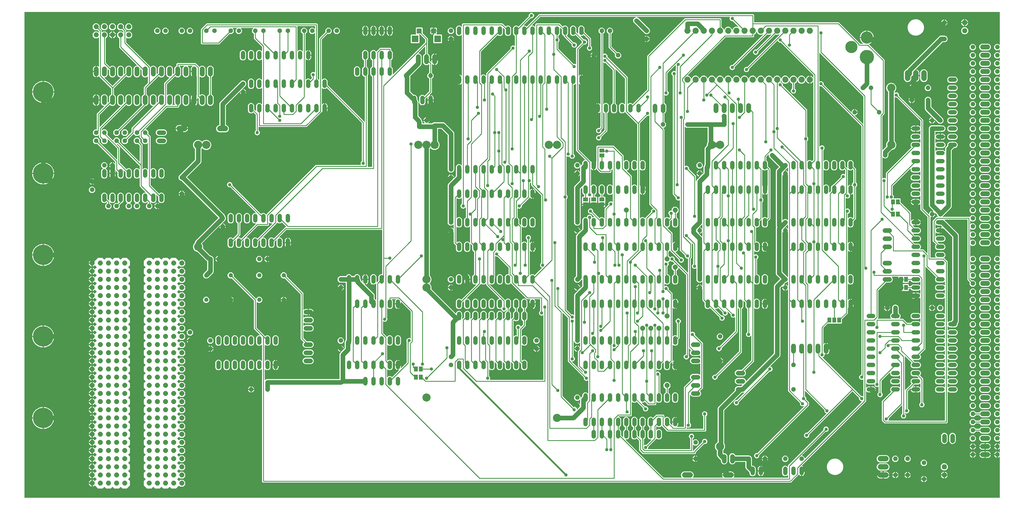
<source format=gbl>
G04 EAGLE Gerber RS-274X export*
G75*
%MOMM*%
%FSLAX34Y34*%
%LPD*%
%INBottom Copper*%
%IPPOS*%
%AMOC8*
5,1,8,0,0,1.08239X$1,22.5*%
G01*
%ADD10C,1.524000*%
%ADD11C,1.320800*%
%ADD12C,1.676400*%
%ADD13P,1.732040X8X112.500000*%
%ADD14C,1.600200*%
%ADD15P,1.429621X8X112.500000*%
%ADD16P,1.429621X8X202.500000*%
%ADD17P,1.429621X8X292.500000*%
%ADD18P,1.443367X8X202.500000*%
%ADD19C,6.350000*%
%ADD20C,1.905000*%
%ADD21C,1.422400*%
%ADD22C,2.540000*%
%ADD23C,1.320800*%
%ADD24R,1.524000X1.524000*%
%ADD25R,2.095500X2.095500*%
%ADD26P,1.429621X8X22.500000*%
%ADD27P,1.539592X8X22.500000*%
%ADD28P,1.649562X8X22.500000*%
%ADD29C,4.445000*%
%ADD30C,3.810000*%
%ADD31P,1.649562X8X202.500000*%
%ADD32P,1.649562X8X112.500000*%
%ADD33R,1.168400X1.600200*%
%ADD34R,1.600200X1.168400*%
%ADD35C,1.016000*%
%ADD36C,0.254000*%
%ADD37C,0.609600*%

G36*
X1530878Y5084D02*
X1530878Y5084D01*
X1530897Y5082D01*
X1530999Y5104D01*
X1531101Y5120D01*
X1531118Y5130D01*
X1531138Y5134D01*
X1531227Y5187D01*
X1531318Y5236D01*
X1531332Y5250D01*
X1531349Y5260D01*
X1531416Y5339D01*
X1531488Y5414D01*
X1531496Y5432D01*
X1531509Y5447D01*
X1531548Y5543D01*
X1531591Y5637D01*
X1531593Y5657D01*
X1531601Y5675D01*
X1531619Y5842D01*
X1531619Y132459D01*
X1531608Y132530D01*
X1531606Y132602D01*
X1531588Y132650D01*
X1531580Y132702D01*
X1531546Y132765D01*
X1531521Y132833D01*
X1531489Y132873D01*
X1531464Y132919D01*
X1531412Y132969D01*
X1531368Y133025D01*
X1531324Y133053D01*
X1531286Y133089D01*
X1531221Y133119D01*
X1531161Y133158D01*
X1531110Y133170D01*
X1531063Y133192D01*
X1530992Y133200D01*
X1530922Y133218D01*
X1530870Y133214D01*
X1530819Y133219D01*
X1530748Y133204D01*
X1530677Y133198D01*
X1530629Y133178D01*
X1530578Y133167D01*
X1530517Y133130D01*
X1530451Y133102D01*
X1530395Y133057D01*
X1530367Y133041D01*
X1530352Y133023D01*
X1530320Y132997D01*
X1527814Y130492D01*
X1525523Y130492D01*
X1525523Y138938D01*
X1525520Y138958D01*
X1525522Y138977D01*
X1525500Y139079D01*
X1525483Y139181D01*
X1525474Y139198D01*
X1525470Y139218D01*
X1525417Y139307D01*
X1525368Y139398D01*
X1525354Y139412D01*
X1525344Y139429D01*
X1525265Y139496D01*
X1525190Y139567D01*
X1525172Y139576D01*
X1525157Y139589D01*
X1525061Y139627D01*
X1524967Y139671D01*
X1524947Y139673D01*
X1524929Y139681D01*
X1524762Y139699D01*
X1523999Y139699D01*
X1523999Y139701D01*
X1524762Y139701D01*
X1524782Y139704D01*
X1524801Y139702D01*
X1524903Y139724D01*
X1525005Y139741D01*
X1525022Y139750D01*
X1525042Y139754D01*
X1525131Y139807D01*
X1525222Y139856D01*
X1525236Y139870D01*
X1525253Y139880D01*
X1525320Y139959D01*
X1525391Y140034D01*
X1525400Y140052D01*
X1525413Y140067D01*
X1525452Y140163D01*
X1525495Y140257D01*
X1525497Y140277D01*
X1525505Y140295D01*
X1525523Y140462D01*
X1525523Y148908D01*
X1527814Y148908D01*
X1530320Y146403D01*
X1530378Y146361D01*
X1530430Y146311D01*
X1530477Y146289D01*
X1530519Y146259D01*
X1530588Y146238D01*
X1530653Y146208D01*
X1530705Y146202D01*
X1530755Y146187D01*
X1530826Y146189D01*
X1530897Y146181D01*
X1530948Y146192D01*
X1531000Y146193D01*
X1531068Y146218D01*
X1531138Y146233D01*
X1531183Y146260D01*
X1531231Y146278D01*
X1531287Y146322D01*
X1531349Y146359D01*
X1531383Y146399D01*
X1531423Y146431D01*
X1531462Y146492D01*
X1531509Y146546D01*
X1531528Y146594D01*
X1531556Y146638D01*
X1531574Y146708D01*
X1531601Y146774D01*
X1531609Y146846D01*
X1531617Y146877D01*
X1531615Y146900D01*
X1531619Y146941D01*
X1531619Y157859D01*
X1531608Y157930D01*
X1531606Y158002D01*
X1531588Y158050D01*
X1531580Y158102D01*
X1531546Y158165D01*
X1531521Y158233D01*
X1531489Y158273D01*
X1531464Y158319D01*
X1531412Y158369D01*
X1531368Y158425D01*
X1531324Y158453D01*
X1531286Y158489D01*
X1531221Y158519D01*
X1531161Y158558D01*
X1531110Y158570D01*
X1531063Y158592D01*
X1530992Y158600D01*
X1530922Y158618D01*
X1530870Y158614D01*
X1530819Y158619D01*
X1530748Y158604D01*
X1530677Y158598D01*
X1530629Y158578D01*
X1530578Y158567D01*
X1530517Y158530D01*
X1530451Y158502D01*
X1530395Y158457D01*
X1530367Y158441D01*
X1530352Y158423D01*
X1530320Y158397D01*
X1527814Y155892D01*
X1525523Y155892D01*
X1525523Y164338D01*
X1525520Y164358D01*
X1525522Y164377D01*
X1525500Y164479D01*
X1525483Y164581D01*
X1525474Y164598D01*
X1525470Y164618D01*
X1525417Y164707D01*
X1525368Y164798D01*
X1525354Y164812D01*
X1525344Y164829D01*
X1525265Y164896D01*
X1525190Y164967D01*
X1525172Y164976D01*
X1525157Y164989D01*
X1525061Y165027D01*
X1524967Y165071D01*
X1524947Y165073D01*
X1524929Y165081D01*
X1524762Y165099D01*
X1523999Y165099D01*
X1523999Y165101D01*
X1524762Y165101D01*
X1524782Y165104D01*
X1524801Y165102D01*
X1524903Y165124D01*
X1525005Y165141D01*
X1525022Y165150D01*
X1525042Y165154D01*
X1525131Y165207D01*
X1525222Y165256D01*
X1525236Y165270D01*
X1525253Y165280D01*
X1525320Y165359D01*
X1525391Y165434D01*
X1525400Y165452D01*
X1525413Y165467D01*
X1525452Y165563D01*
X1525495Y165657D01*
X1525497Y165677D01*
X1525505Y165695D01*
X1525523Y165862D01*
X1525523Y174308D01*
X1527814Y174308D01*
X1530320Y171803D01*
X1530378Y171761D01*
X1530430Y171711D01*
X1530477Y171689D01*
X1530519Y171659D01*
X1530588Y171638D01*
X1530653Y171608D01*
X1530705Y171602D01*
X1530755Y171587D01*
X1530826Y171589D01*
X1530897Y171581D01*
X1530948Y171592D01*
X1531000Y171593D01*
X1531068Y171618D01*
X1531138Y171633D01*
X1531183Y171660D01*
X1531231Y171678D01*
X1531287Y171722D01*
X1531349Y171759D01*
X1531383Y171799D01*
X1531423Y171831D01*
X1531462Y171892D01*
X1531509Y171946D01*
X1531528Y171994D01*
X1531556Y172038D01*
X1531574Y172108D01*
X1531601Y172174D01*
X1531609Y172246D01*
X1531617Y172277D01*
X1531615Y172300D01*
X1531619Y172341D01*
X1531619Y182541D01*
X1531608Y182611D01*
X1531606Y182683D01*
X1531588Y182732D01*
X1531580Y182783D01*
X1531546Y182847D01*
X1531521Y182914D01*
X1531489Y182955D01*
X1531464Y183001D01*
X1531412Y183050D01*
X1531368Y183106D01*
X1531324Y183134D01*
X1531286Y183170D01*
X1531221Y183200D01*
X1531161Y183239D01*
X1531110Y183252D01*
X1531063Y183274D01*
X1530992Y183282D01*
X1530922Y183299D01*
X1530870Y183295D01*
X1530819Y183301D01*
X1530748Y183286D01*
X1530677Y183280D01*
X1530629Y183260D01*
X1530578Y183249D01*
X1530517Y183212D01*
X1530451Y183184D01*
X1530395Y183139D01*
X1530367Y183122D01*
X1530352Y183105D01*
X1530320Y183079D01*
X1528025Y180784D01*
X1519975Y180784D01*
X1514284Y186475D01*
X1514284Y194525D01*
X1519975Y200216D01*
X1528025Y200216D01*
X1530320Y197921D01*
X1530378Y197879D01*
X1530430Y197830D01*
X1530477Y197808D01*
X1530519Y197778D01*
X1530588Y197756D01*
X1530653Y197726D01*
X1530705Y197721D01*
X1530755Y197705D01*
X1530826Y197707D01*
X1530897Y197699D01*
X1530948Y197710D01*
X1531000Y197712D01*
X1531068Y197736D01*
X1531138Y197751D01*
X1531183Y197778D01*
X1531231Y197796D01*
X1531287Y197841D01*
X1531349Y197878D01*
X1531383Y197917D01*
X1531423Y197950D01*
X1531462Y198010D01*
X1531509Y198064D01*
X1531528Y198113D01*
X1531556Y198157D01*
X1531574Y198226D01*
X1531601Y198293D01*
X1531609Y198364D01*
X1531617Y198395D01*
X1531615Y198418D01*
X1531619Y198459D01*
X1531619Y207941D01*
X1531608Y208011D01*
X1531606Y208083D01*
X1531588Y208132D01*
X1531580Y208183D01*
X1531546Y208247D01*
X1531521Y208314D01*
X1531489Y208355D01*
X1531464Y208401D01*
X1531412Y208450D01*
X1531368Y208506D01*
X1531324Y208534D01*
X1531286Y208570D01*
X1531221Y208600D01*
X1531161Y208639D01*
X1531110Y208652D01*
X1531063Y208674D01*
X1530992Y208682D01*
X1530922Y208699D01*
X1530870Y208695D01*
X1530819Y208701D01*
X1530748Y208686D01*
X1530677Y208680D01*
X1530629Y208660D01*
X1530578Y208649D01*
X1530517Y208612D01*
X1530451Y208584D01*
X1530395Y208539D01*
X1530367Y208522D01*
X1530352Y208505D01*
X1530320Y208479D01*
X1528025Y206184D01*
X1519975Y206184D01*
X1514284Y211875D01*
X1514284Y219925D01*
X1519975Y225616D01*
X1528025Y225616D01*
X1530320Y223321D01*
X1530378Y223279D01*
X1530430Y223230D01*
X1530477Y223208D01*
X1530519Y223178D01*
X1530588Y223156D01*
X1530653Y223126D01*
X1530705Y223121D01*
X1530755Y223105D01*
X1530826Y223107D01*
X1530897Y223099D01*
X1530948Y223110D01*
X1531000Y223112D01*
X1531068Y223136D01*
X1531138Y223151D01*
X1531183Y223178D01*
X1531231Y223196D01*
X1531287Y223241D01*
X1531349Y223278D01*
X1531383Y223317D01*
X1531423Y223350D01*
X1531462Y223410D01*
X1531509Y223464D01*
X1531528Y223513D01*
X1531556Y223557D01*
X1531574Y223626D01*
X1531601Y223693D01*
X1531609Y223764D01*
X1531617Y223795D01*
X1531615Y223818D01*
X1531619Y223859D01*
X1531619Y233341D01*
X1531608Y233411D01*
X1531606Y233483D01*
X1531588Y233532D01*
X1531580Y233583D01*
X1531546Y233647D01*
X1531521Y233714D01*
X1531489Y233755D01*
X1531464Y233801D01*
X1531412Y233850D01*
X1531368Y233906D01*
X1531324Y233934D01*
X1531286Y233970D01*
X1531221Y234000D01*
X1531161Y234039D01*
X1531110Y234052D01*
X1531063Y234074D01*
X1530992Y234082D01*
X1530922Y234099D01*
X1530870Y234095D01*
X1530819Y234101D01*
X1530748Y234086D01*
X1530677Y234080D01*
X1530629Y234060D01*
X1530578Y234049D01*
X1530517Y234012D01*
X1530451Y233984D01*
X1530395Y233939D01*
X1530367Y233922D01*
X1530352Y233905D01*
X1530320Y233879D01*
X1528025Y231584D01*
X1519975Y231584D01*
X1514284Y237275D01*
X1514284Y245325D01*
X1519975Y251016D01*
X1528025Y251016D01*
X1530320Y248721D01*
X1530378Y248679D01*
X1530430Y248630D01*
X1530477Y248608D01*
X1530519Y248578D01*
X1530588Y248556D01*
X1530653Y248526D01*
X1530705Y248521D01*
X1530755Y248505D01*
X1530826Y248507D01*
X1530897Y248499D01*
X1530948Y248510D01*
X1531000Y248512D01*
X1531068Y248536D01*
X1531138Y248551D01*
X1531183Y248578D01*
X1531231Y248596D01*
X1531287Y248641D01*
X1531349Y248678D01*
X1531383Y248717D01*
X1531423Y248750D01*
X1531462Y248810D01*
X1531509Y248864D01*
X1531528Y248913D01*
X1531556Y248957D01*
X1531574Y249026D01*
X1531601Y249093D01*
X1531609Y249164D01*
X1531617Y249195D01*
X1531615Y249218D01*
X1531619Y249259D01*
X1531619Y258741D01*
X1531608Y258811D01*
X1531606Y258883D01*
X1531588Y258932D01*
X1531580Y258983D01*
X1531546Y259047D01*
X1531521Y259114D01*
X1531489Y259155D01*
X1531464Y259201D01*
X1531412Y259250D01*
X1531368Y259306D01*
X1531324Y259334D01*
X1531286Y259370D01*
X1531221Y259400D01*
X1531161Y259439D01*
X1531110Y259452D01*
X1531063Y259474D01*
X1530992Y259482D01*
X1530922Y259499D01*
X1530870Y259495D01*
X1530819Y259501D01*
X1530748Y259486D01*
X1530677Y259480D01*
X1530629Y259460D01*
X1530578Y259449D01*
X1530517Y259412D01*
X1530451Y259384D01*
X1530395Y259339D01*
X1530367Y259322D01*
X1530352Y259305D01*
X1530320Y259279D01*
X1528025Y256984D01*
X1519975Y256984D01*
X1514284Y262675D01*
X1514284Y270725D01*
X1519975Y276416D01*
X1528025Y276416D01*
X1530320Y274121D01*
X1530378Y274079D01*
X1530430Y274030D01*
X1530477Y274008D01*
X1530519Y273978D01*
X1530588Y273956D01*
X1530653Y273926D01*
X1530705Y273921D01*
X1530755Y273905D01*
X1530826Y273907D01*
X1530897Y273899D01*
X1530948Y273910D01*
X1531000Y273912D01*
X1531068Y273936D01*
X1531138Y273951D01*
X1531183Y273978D01*
X1531231Y273996D01*
X1531287Y274041D01*
X1531349Y274078D01*
X1531383Y274117D01*
X1531423Y274150D01*
X1531462Y274210D01*
X1531509Y274264D01*
X1531528Y274313D01*
X1531556Y274357D01*
X1531574Y274426D01*
X1531601Y274493D01*
X1531609Y274564D01*
X1531617Y274595D01*
X1531615Y274618D01*
X1531619Y274659D01*
X1531619Y284141D01*
X1531608Y284211D01*
X1531606Y284283D01*
X1531588Y284332D01*
X1531580Y284383D01*
X1531546Y284447D01*
X1531521Y284514D01*
X1531489Y284555D01*
X1531464Y284601D01*
X1531412Y284650D01*
X1531368Y284706D01*
X1531324Y284734D01*
X1531286Y284770D01*
X1531221Y284800D01*
X1531161Y284839D01*
X1531110Y284852D01*
X1531063Y284874D01*
X1530992Y284882D01*
X1530922Y284899D01*
X1530870Y284895D01*
X1530819Y284901D01*
X1530748Y284886D01*
X1530677Y284880D01*
X1530629Y284860D01*
X1530578Y284849D01*
X1530517Y284812D01*
X1530451Y284784D01*
X1530395Y284739D01*
X1530367Y284722D01*
X1530352Y284705D01*
X1530320Y284679D01*
X1528025Y282384D01*
X1519975Y282384D01*
X1514284Y288075D01*
X1514284Y296125D01*
X1519975Y301816D01*
X1528025Y301816D01*
X1530320Y299521D01*
X1530378Y299479D01*
X1530430Y299430D01*
X1530477Y299408D01*
X1530519Y299378D01*
X1530588Y299356D01*
X1530653Y299326D01*
X1530705Y299321D01*
X1530755Y299305D01*
X1530826Y299307D01*
X1530897Y299299D01*
X1530948Y299310D01*
X1531000Y299312D01*
X1531068Y299336D01*
X1531138Y299351D01*
X1531183Y299378D01*
X1531231Y299396D01*
X1531287Y299441D01*
X1531349Y299478D01*
X1531383Y299517D01*
X1531423Y299550D01*
X1531462Y299610D01*
X1531509Y299664D01*
X1531528Y299713D01*
X1531556Y299757D01*
X1531574Y299826D01*
X1531601Y299893D01*
X1531609Y299964D01*
X1531617Y299995D01*
X1531615Y300018D01*
X1531619Y300059D01*
X1531619Y309541D01*
X1531608Y309611D01*
X1531606Y309683D01*
X1531588Y309732D01*
X1531580Y309783D01*
X1531546Y309847D01*
X1531521Y309914D01*
X1531489Y309955D01*
X1531464Y310001D01*
X1531412Y310050D01*
X1531368Y310106D01*
X1531324Y310134D01*
X1531286Y310170D01*
X1531221Y310200D01*
X1531161Y310239D01*
X1531110Y310252D01*
X1531063Y310274D01*
X1530992Y310282D01*
X1530922Y310299D01*
X1530870Y310295D01*
X1530819Y310301D01*
X1530748Y310286D01*
X1530677Y310280D01*
X1530629Y310260D01*
X1530578Y310249D01*
X1530517Y310212D01*
X1530451Y310184D01*
X1530395Y310139D01*
X1530367Y310122D01*
X1530352Y310105D01*
X1530320Y310079D01*
X1528025Y307784D01*
X1519975Y307784D01*
X1514284Y313475D01*
X1514284Y321525D01*
X1519975Y327216D01*
X1528025Y327216D01*
X1530320Y324921D01*
X1530378Y324879D01*
X1530430Y324830D01*
X1530477Y324808D01*
X1530519Y324778D01*
X1530588Y324756D01*
X1530653Y324726D01*
X1530705Y324721D01*
X1530755Y324705D01*
X1530826Y324707D01*
X1530897Y324699D01*
X1530948Y324710D01*
X1531000Y324712D01*
X1531068Y324736D01*
X1531138Y324751D01*
X1531183Y324778D01*
X1531231Y324796D01*
X1531287Y324841D01*
X1531349Y324878D01*
X1531383Y324917D01*
X1531423Y324950D01*
X1531462Y325010D01*
X1531509Y325064D01*
X1531528Y325113D01*
X1531556Y325157D01*
X1531574Y325226D01*
X1531601Y325293D01*
X1531609Y325364D01*
X1531617Y325395D01*
X1531615Y325418D01*
X1531619Y325459D01*
X1531619Y334941D01*
X1531608Y335011D01*
X1531606Y335083D01*
X1531588Y335132D01*
X1531580Y335183D01*
X1531546Y335247D01*
X1531521Y335314D01*
X1531489Y335355D01*
X1531464Y335401D01*
X1531412Y335450D01*
X1531368Y335506D01*
X1531324Y335534D01*
X1531286Y335570D01*
X1531221Y335600D01*
X1531161Y335639D01*
X1531110Y335652D01*
X1531063Y335674D01*
X1530992Y335682D01*
X1530922Y335699D01*
X1530870Y335695D01*
X1530819Y335701D01*
X1530748Y335686D01*
X1530677Y335680D01*
X1530629Y335660D01*
X1530578Y335649D01*
X1530517Y335612D01*
X1530451Y335584D01*
X1530395Y335539D01*
X1530367Y335522D01*
X1530352Y335505D01*
X1530320Y335479D01*
X1528025Y333184D01*
X1519975Y333184D01*
X1514284Y338875D01*
X1514284Y346925D01*
X1519975Y352616D01*
X1528025Y352616D01*
X1530320Y350321D01*
X1530378Y350279D01*
X1530430Y350230D01*
X1530477Y350208D01*
X1530519Y350178D01*
X1530588Y350156D01*
X1530653Y350126D01*
X1530705Y350121D01*
X1530755Y350105D01*
X1530826Y350107D01*
X1530897Y350099D01*
X1530948Y350110D01*
X1531000Y350112D01*
X1531068Y350136D01*
X1531138Y350151D01*
X1531183Y350178D01*
X1531231Y350196D01*
X1531287Y350241D01*
X1531349Y350278D01*
X1531383Y350317D01*
X1531423Y350350D01*
X1531462Y350410D01*
X1531509Y350464D01*
X1531528Y350513D01*
X1531556Y350557D01*
X1531574Y350626D01*
X1531601Y350693D01*
X1531609Y350764D01*
X1531617Y350795D01*
X1531615Y350818D01*
X1531619Y350859D01*
X1531619Y360341D01*
X1531608Y360411D01*
X1531606Y360483D01*
X1531588Y360532D01*
X1531580Y360583D01*
X1531546Y360647D01*
X1531521Y360714D01*
X1531489Y360755D01*
X1531464Y360801D01*
X1531412Y360850D01*
X1531368Y360906D01*
X1531324Y360934D01*
X1531286Y360970D01*
X1531221Y361000D01*
X1531161Y361039D01*
X1531110Y361052D01*
X1531063Y361074D01*
X1530992Y361082D01*
X1530922Y361099D01*
X1530870Y361095D01*
X1530819Y361101D01*
X1530748Y361086D01*
X1530677Y361080D01*
X1530629Y361060D01*
X1530578Y361049D01*
X1530517Y361012D01*
X1530451Y360984D01*
X1530395Y360939D01*
X1530367Y360922D01*
X1530352Y360905D01*
X1530320Y360879D01*
X1528025Y358584D01*
X1519975Y358584D01*
X1514284Y364275D01*
X1514284Y372325D01*
X1519975Y378016D01*
X1528025Y378016D01*
X1530320Y375721D01*
X1530378Y375679D01*
X1530430Y375630D01*
X1530477Y375608D01*
X1530519Y375578D01*
X1530588Y375556D01*
X1530653Y375526D01*
X1530705Y375521D01*
X1530755Y375505D01*
X1530826Y375507D01*
X1530897Y375499D01*
X1530948Y375510D01*
X1531000Y375512D01*
X1531068Y375536D01*
X1531138Y375551D01*
X1531183Y375578D01*
X1531231Y375596D01*
X1531287Y375641D01*
X1531349Y375678D01*
X1531383Y375717D01*
X1531423Y375750D01*
X1531462Y375810D01*
X1531509Y375864D01*
X1531528Y375913D01*
X1531556Y375957D01*
X1531574Y376026D01*
X1531601Y376093D01*
X1531609Y376164D01*
X1531617Y376195D01*
X1531615Y376218D01*
X1531619Y376259D01*
X1531619Y385741D01*
X1531608Y385811D01*
X1531606Y385883D01*
X1531588Y385932D01*
X1531580Y385983D01*
X1531546Y386047D01*
X1531521Y386114D01*
X1531489Y386155D01*
X1531464Y386201D01*
X1531412Y386250D01*
X1531368Y386306D01*
X1531324Y386334D01*
X1531286Y386370D01*
X1531221Y386400D01*
X1531161Y386439D01*
X1531110Y386452D01*
X1531063Y386474D01*
X1530992Y386482D01*
X1530922Y386499D01*
X1530870Y386495D01*
X1530819Y386501D01*
X1530748Y386486D01*
X1530677Y386480D01*
X1530629Y386460D01*
X1530578Y386449D01*
X1530517Y386412D01*
X1530451Y386384D01*
X1530395Y386339D01*
X1530367Y386322D01*
X1530352Y386305D01*
X1530320Y386279D01*
X1528025Y383984D01*
X1519975Y383984D01*
X1514284Y389675D01*
X1514284Y397725D01*
X1519975Y403416D01*
X1528025Y403416D01*
X1530320Y401121D01*
X1530378Y401079D01*
X1530430Y401030D01*
X1530477Y401008D01*
X1530519Y400978D01*
X1530588Y400956D01*
X1530653Y400926D01*
X1530705Y400921D01*
X1530755Y400905D01*
X1530826Y400907D01*
X1530897Y400899D01*
X1530948Y400910D01*
X1531000Y400912D01*
X1531068Y400936D01*
X1531138Y400951D01*
X1531183Y400978D01*
X1531231Y400996D01*
X1531287Y401041D01*
X1531349Y401078D01*
X1531383Y401117D01*
X1531423Y401150D01*
X1531462Y401210D01*
X1531509Y401264D01*
X1531528Y401313D01*
X1531556Y401357D01*
X1531574Y401426D01*
X1531601Y401493D01*
X1531609Y401564D01*
X1531617Y401595D01*
X1531615Y401618D01*
X1531619Y401659D01*
X1531619Y411141D01*
X1531608Y411211D01*
X1531606Y411283D01*
X1531588Y411332D01*
X1531580Y411383D01*
X1531546Y411447D01*
X1531521Y411514D01*
X1531489Y411555D01*
X1531464Y411601D01*
X1531412Y411650D01*
X1531368Y411706D01*
X1531324Y411734D01*
X1531286Y411770D01*
X1531221Y411800D01*
X1531161Y411839D01*
X1531110Y411852D01*
X1531063Y411874D01*
X1530992Y411882D01*
X1530922Y411899D01*
X1530870Y411895D01*
X1530819Y411901D01*
X1530748Y411886D01*
X1530677Y411880D01*
X1530629Y411860D01*
X1530578Y411849D01*
X1530517Y411812D01*
X1530451Y411784D01*
X1530395Y411739D01*
X1530367Y411722D01*
X1530352Y411705D01*
X1530320Y411679D01*
X1528025Y409384D01*
X1519975Y409384D01*
X1514284Y415075D01*
X1514284Y423125D01*
X1519975Y428816D01*
X1528025Y428816D01*
X1530320Y426521D01*
X1530378Y426479D01*
X1530430Y426430D01*
X1530477Y426408D01*
X1530519Y426378D01*
X1530588Y426356D01*
X1530653Y426326D01*
X1530705Y426321D01*
X1530755Y426305D01*
X1530826Y426307D01*
X1530897Y426299D01*
X1530948Y426310D01*
X1531000Y426312D01*
X1531068Y426336D01*
X1531138Y426351D01*
X1531183Y426378D01*
X1531231Y426396D01*
X1531287Y426441D01*
X1531349Y426478D01*
X1531383Y426517D01*
X1531423Y426550D01*
X1531462Y426610D01*
X1531509Y426664D01*
X1531528Y426713D01*
X1531556Y426757D01*
X1531574Y426826D01*
X1531601Y426893D01*
X1531609Y426964D01*
X1531617Y426995D01*
X1531615Y427018D01*
X1531619Y427059D01*
X1531619Y436541D01*
X1531608Y436611D01*
X1531606Y436683D01*
X1531588Y436732D01*
X1531580Y436783D01*
X1531546Y436847D01*
X1531521Y436914D01*
X1531489Y436955D01*
X1531464Y437001D01*
X1531412Y437050D01*
X1531368Y437106D01*
X1531324Y437134D01*
X1531286Y437170D01*
X1531221Y437200D01*
X1531161Y437239D01*
X1531110Y437252D01*
X1531063Y437274D01*
X1530992Y437282D01*
X1530922Y437299D01*
X1530870Y437295D01*
X1530819Y437301D01*
X1530748Y437286D01*
X1530677Y437280D01*
X1530629Y437260D01*
X1530578Y437249D01*
X1530517Y437212D01*
X1530451Y437184D01*
X1530395Y437139D01*
X1530367Y437122D01*
X1530352Y437105D01*
X1530320Y437079D01*
X1528025Y434784D01*
X1519975Y434784D01*
X1514284Y440475D01*
X1514284Y448525D01*
X1519975Y454216D01*
X1528025Y454216D01*
X1530320Y451921D01*
X1530378Y451879D01*
X1530430Y451830D01*
X1530477Y451808D01*
X1530519Y451778D01*
X1530588Y451756D01*
X1530653Y451726D01*
X1530705Y451721D01*
X1530755Y451705D01*
X1530826Y451707D01*
X1530897Y451699D01*
X1530948Y451710D01*
X1531000Y451712D01*
X1531068Y451736D01*
X1531138Y451751D01*
X1531183Y451778D01*
X1531231Y451796D01*
X1531287Y451841D01*
X1531349Y451878D01*
X1531383Y451917D01*
X1531423Y451950D01*
X1531462Y452010D01*
X1531509Y452064D01*
X1531528Y452113D01*
X1531556Y452157D01*
X1531574Y452226D01*
X1531601Y452293D01*
X1531609Y452364D01*
X1531617Y452395D01*
X1531615Y452418D01*
X1531619Y452459D01*
X1531619Y461941D01*
X1531608Y462011D01*
X1531606Y462083D01*
X1531588Y462132D01*
X1531580Y462183D01*
X1531546Y462247D01*
X1531521Y462314D01*
X1531489Y462355D01*
X1531464Y462401D01*
X1531412Y462450D01*
X1531368Y462506D01*
X1531324Y462534D01*
X1531286Y462570D01*
X1531221Y462600D01*
X1531161Y462639D01*
X1531110Y462652D01*
X1531063Y462674D01*
X1530992Y462682D01*
X1530922Y462699D01*
X1530870Y462695D01*
X1530819Y462701D01*
X1530748Y462686D01*
X1530677Y462680D01*
X1530629Y462660D01*
X1530578Y462649D01*
X1530517Y462612D01*
X1530451Y462584D01*
X1530395Y462539D01*
X1530367Y462522D01*
X1530352Y462505D01*
X1530320Y462479D01*
X1528025Y460184D01*
X1519975Y460184D01*
X1514284Y465875D01*
X1514284Y473925D01*
X1519975Y479616D01*
X1528025Y479616D01*
X1530320Y477321D01*
X1530378Y477279D01*
X1530430Y477230D01*
X1530477Y477208D01*
X1530519Y477178D01*
X1530588Y477156D01*
X1530653Y477126D01*
X1530705Y477121D01*
X1530755Y477105D01*
X1530826Y477107D01*
X1530897Y477099D01*
X1530948Y477110D01*
X1531000Y477112D01*
X1531068Y477136D01*
X1531138Y477151D01*
X1531183Y477178D01*
X1531231Y477196D01*
X1531287Y477241D01*
X1531349Y477278D01*
X1531383Y477317D01*
X1531423Y477350D01*
X1531462Y477410D01*
X1531509Y477464D01*
X1531528Y477513D01*
X1531556Y477557D01*
X1531574Y477626D01*
X1531601Y477693D01*
X1531609Y477764D01*
X1531617Y477795D01*
X1531615Y477818D01*
X1531619Y477859D01*
X1531619Y487341D01*
X1531608Y487411D01*
X1531606Y487483D01*
X1531588Y487532D01*
X1531580Y487583D01*
X1531546Y487647D01*
X1531521Y487714D01*
X1531489Y487755D01*
X1531464Y487801D01*
X1531412Y487850D01*
X1531368Y487906D01*
X1531324Y487934D01*
X1531286Y487970D01*
X1531221Y488000D01*
X1531161Y488039D01*
X1531110Y488052D01*
X1531063Y488074D01*
X1530992Y488082D01*
X1530922Y488099D01*
X1530870Y488095D01*
X1530819Y488101D01*
X1530748Y488086D01*
X1530677Y488080D01*
X1530629Y488060D01*
X1530578Y488049D01*
X1530517Y488012D01*
X1530451Y487984D01*
X1530395Y487939D01*
X1530367Y487922D01*
X1530352Y487905D01*
X1530320Y487879D01*
X1528025Y485584D01*
X1519975Y485584D01*
X1514284Y491275D01*
X1514284Y499325D01*
X1519975Y505016D01*
X1528025Y505016D01*
X1530320Y502721D01*
X1530378Y502679D01*
X1530430Y502630D01*
X1530477Y502608D01*
X1530519Y502578D01*
X1530588Y502556D01*
X1530653Y502526D01*
X1530705Y502521D01*
X1530755Y502505D01*
X1530826Y502507D01*
X1530897Y502499D01*
X1530948Y502510D01*
X1531000Y502512D01*
X1531068Y502536D01*
X1531138Y502551D01*
X1531183Y502578D01*
X1531231Y502596D01*
X1531287Y502641D01*
X1531349Y502678D01*
X1531383Y502717D01*
X1531423Y502750D01*
X1531462Y502810D01*
X1531509Y502864D01*
X1531528Y502913D01*
X1531556Y502957D01*
X1531574Y503026D01*
X1531601Y503093D01*
X1531609Y503164D01*
X1531617Y503195D01*
X1531615Y503218D01*
X1531619Y503259D01*
X1531619Y512741D01*
X1531608Y512811D01*
X1531606Y512883D01*
X1531588Y512932D01*
X1531580Y512983D01*
X1531546Y513047D01*
X1531521Y513114D01*
X1531489Y513155D01*
X1531464Y513201D01*
X1531412Y513250D01*
X1531368Y513306D01*
X1531324Y513334D01*
X1531286Y513370D01*
X1531221Y513400D01*
X1531161Y513439D01*
X1531110Y513452D01*
X1531063Y513474D01*
X1530992Y513482D01*
X1530922Y513499D01*
X1530870Y513495D01*
X1530819Y513501D01*
X1530748Y513486D01*
X1530677Y513480D01*
X1530629Y513460D01*
X1530578Y513449D01*
X1530517Y513412D01*
X1530451Y513384D01*
X1530395Y513339D01*
X1530367Y513322D01*
X1530352Y513305D01*
X1530320Y513279D01*
X1528025Y510984D01*
X1519975Y510984D01*
X1514284Y516675D01*
X1514284Y524725D01*
X1519975Y530416D01*
X1528025Y530416D01*
X1530320Y528121D01*
X1530378Y528079D01*
X1530430Y528030D01*
X1530477Y528008D01*
X1530519Y527978D01*
X1530588Y527956D01*
X1530653Y527926D01*
X1530705Y527921D01*
X1530755Y527905D01*
X1530826Y527907D01*
X1530897Y527899D01*
X1530948Y527910D01*
X1531000Y527912D01*
X1531068Y527936D01*
X1531138Y527951D01*
X1531183Y527978D01*
X1531231Y527996D01*
X1531287Y528041D01*
X1531349Y528078D01*
X1531383Y528117D01*
X1531423Y528150D01*
X1531462Y528210D01*
X1531509Y528264D01*
X1531528Y528313D01*
X1531556Y528357D01*
X1531574Y528426D01*
X1531601Y528493D01*
X1531609Y528564D01*
X1531617Y528595D01*
X1531615Y528618D01*
X1531619Y528659D01*
X1531619Y538141D01*
X1531608Y538211D01*
X1531606Y538283D01*
X1531588Y538332D01*
X1531580Y538383D01*
X1531546Y538447D01*
X1531521Y538514D01*
X1531489Y538555D01*
X1531464Y538601D01*
X1531412Y538650D01*
X1531368Y538706D01*
X1531324Y538734D01*
X1531286Y538770D01*
X1531221Y538800D01*
X1531161Y538839D01*
X1531110Y538852D01*
X1531063Y538874D01*
X1530992Y538882D01*
X1530922Y538899D01*
X1530870Y538895D01*
X1530819Y538901D01*
X1530748Y538886D01*
X1530677Y538880D01*
X1530629Y538860D01*
X1530578Y538849D01*
X1530517Y538812D01*
X1530451Y538784D01*
X1530395Y538739D01*
X1530367Y538722D01*
X1530352Y538705D01*
X1530320Y538679D01*
X1528025Y536384D01*
X1519975Y536384D01*
X1514284Y542075D01*
X1514284Y550125D01*
X1519975Y555816D01*
X1528025Y555816D01*
X1530320Y553521D01*
X1530378Y553479D01*
X1530430Y553430D01*
X1530477Y553408D01*
X1530519Y553378D01*
X1530588Y553356D01*
X1530653Y553326D01*
X1530705Y553321D01*
X1530755Y553305D01*
X1530826Y553307D01*
X1530897Y553299D01*
X1530948Y553310D01*
X1531000Y553312D01*
X1531068Y553336D01*
X1531138Y553351D01*
X1531183Y553378D01*
X1531231Y553396D01*
X1531287Y553441D01*
X1531349Y553478D01*
X1531383Y553517D01*
X1531423Y553550D01*
X1531462Y553610D01*
X1531509Y553664D01*
X1531528Y553713D01*
X1531556Y553757D01*
X1531574Y553826D01*
X1531601Y553893D01*
X1531609Y553964D01*
X1531617Y553995D01*
X1531615Y554018D01*
X1531619Y554059D01*
X1531619Y563541D01*
X1531608Y563611D01*
X1531606Y563683D01*
X1531588Y563732D01*
X1531580Y563783D01*
X1531546Y563847D01*
X1531521Y563914D01*
X1531489Y563955D01*
X1531464Y564001D01*
X1531412Y564050D01*
X1531368Y564106D01*
X1531324Y564134D01*
X1531286Y564170D01*
X1531221Y564200D01*
X1531161Y564239D01*
X1531110Y564252D01*
X1531063Y564274D01*
X1530992Y564282D01*
X1530922Y564299D01*
X1530870Y564295D01*
X1530819Y564301D01*
X1530748Y564286D01*
X1530677Y564280D01*
X1530629Y564260D01*
X1530578Y564249D01*
X1530517Y564212D01*
X1530451Y564184D01*
X1530395Y564139D01*
X1530367Y564122D01*
X1530352Y564105D01*
X1530320Y564079D01*
X1528025Y561784D01*
X1519975Y561784D01*
X1514284Y567475D01*
X1514284Y575525D01*
X1519975Y581216D01*
X1528025Y581216D01*
X1530320Y578921D01*
X1530378Y578879D01*
X1530430Y578830D01*
X1530477Y578808D01*
X1530519Y578778D01*
X1530588Y578756D01*
X1530653Y578726D01*
X1530705Y578721D01*
X1530755Y578705D01*
X1530826Y578707D01*
X1530897Y578699D01*
X1530948Y578710D01*
X1531000Y578712D01*
X1531068Y578736D01*
X1531138Y578751D01*
X1531183Y578778D01*
X1531231Y578796D01*
X1531287Y578841D01*
X1531349Y578878D01*
X1531383Y578917D01*
X1531423Y578950D01*
X1531462Y579010D01*
X1531509Y579064D01*
X1531528Y579113D01*
X1531556Y579157D01*
X1531574Y579226D01*
X1531601Y579293D01*
X1531609Y579364D01*
X1531617Y579395D01*
X1531615Y579418D01*
X1531619Y579459D01*
X1531619Y588941D01*
X1531608Y589011D01*
X1531606Y589083D01*
X1531588Y589132D01*
X1531580Y589183D01*
X1531546Y589247D01*
X1531521Y589314D01*
X1531489Y589355D01*
X1531464Y589401D01*
X1531412Y589450D01*
X1531368Y589506D01*
X1531324Y589534D01*
X1531286Y589570D01*
X1531221Y589600D01*
X1531161Y589639D01*
X1531110Y589652D01*
X1531063Y589674D01*
X1530992Y589682D01*
X1530922Y589699D01*
X1530870Y589695D01*
X1530819Y589701D01*
X1530748Y589686D01*
X1530677Y589680D01*
X1530629Y589660D01*
X1530578Y589649D01*
X1530517Y589612D01*
X1530451Y589584D01*
X1530395Y589539D01*
X1530367Y589522D01*
X1530352Y589505D01*
X1530320Y589479D01*
X1528025Y587184D01*
X1519975Y587184D01*
X1514284Y592875D01*
X1514284Y600925D01*
X1519975Y606616D01*
X1528025Y606616D01*
X1530320Y604321D01*
X1530378Y604279D01*
X1530430Y604230D01*
X1530477Y604208D01*
X1530519Y604178D01*
X1530588Y604156D01*
X1530653Y604126D01*
X1530705Y604121D01*
X1530755Y604105D01*
X1530826Y604107D01*
X1530897Y604099D01*
X1530948Y604110D01*
X1531000Y604112D01*
X1531068Y604136D01*
X1531138Y604151D01*
X1531183Y604178D01*
X1531231Y604196D01*
X1531287Y604241D01*
X1531349Y604278D01*
X1531383Y604317D01*
X1531423Y604350D01*
X1531462Y604410D01*
X1531509Y604464D01*
X1531528Y604513D01*
X1531556Y604557D01*
X1531574Y604626D01*
X1531601Y604693D01*
X1531609Y604764D01*
X1531617Y604795D01*
X1531615Y604818D01*
X1531619Y604859D01*
X1531619Y614341D01*
X1531608Y614411D01*
X1531606Y614483D01*
X1531588Y614532D01*
X1531580Y614583D01*
X1531546Y614647D01*
X1531521Y614714D01*
X1531489Y614755D01*
X1531464Y614801D01*
X1531412Y614850D01*
X1531368Y614906D01*
X1531324Y614934D01*
X1531286Y614970D01*
X1531221Y615000D01*
X1531161Y615039D01*
X1531110Y615052D01*
X1531063Y615074D01*
X1530992Y615082D01*
X1530922Y615099D01*
X1530870Y615095D01*
X1530819Y615101D01*
X1530748Y615086D01*
X1530677Y615080D01*
X1530629Y615060D01*
X1530578Y615049D01*
X1530517Y615012D01*
X1530451Y614984D01*
X1530395Y614939D01*
X1530367Y614922D01*
X1530352Y614905D01*
X1530320Y614879D01*
X1528025Y612584D01*
X1519975Y612584D01*
X1514284Y618275D01*
X1514284Y626325D01*
X1519975Y632016D01*
X1528025Y632016D01*
X1530320Y629721D01*
X1530378Y629679D01*
X1530430Y629630D01*
X1530477Y629608D01*
X1530519Y629578D01*
X1530588Y629556D01*
X1530653Y629526D01*
X1530705Y629521D01*
X1530755Y629505D01*
X1530826Y629507D01*
X1530897Y629499D01*
X1530948Y629510D01*
X1531000Y629512D01*
X1531068Y629536D01*
X1531138Y629551D01*
X1531183Y629578D01*
X1531231Y629596D01*
X1531287Y629641D01*
X1531349Y629678D01*
X1531383Y629717D01*
X1531423Y629750D01*
X1531462Y629810D01*
X1531509Y629864D01*
X1531528Y629913D01*
X1531556Y629957D01*
X1531574Y630026D01*
X1531601Y630093D01*
X1531609Y630164D01*
X1531617Y630195D01*
X1531615Y630218D01*
X1531619Y630259D01*
X1531619Y639741D01*
X1531608Y639811D01*
X1531606Y639883D01*
X1531588Y639932D01*
X1531580Y639983D01*
X1531546Y640047D01*
X1531521Y640114D01*
X1531489Y640155D01*
X1531464Y640201D01*
X1531412Y640250D01*
X1531368Y640306D01*
X1531324Y640334D01*
X1531286Y640370D01*
X1531221Y640400D01*
X1531161Y640439D01*
X1531110Y640452D01*
X1531063Y640474D01*
X1530992Y640482D01*
X1530922Y640499D01*
X1530870Y640495D01*
X1530819Y640501D01*
X1530748Y640486D01*
X1530677Y640480D01*
X1530629Y640460D01*
X1530578Y640449D01*
X1530517Y640412D01*
X1530451Y640384D01*
X1530395Y640339D01*
X1530367Y640322D01*
X1530352Y640305D01*
X1530320Y640279D01*
X1528025Y637984D01*
X1519975Y637984D01*
X1514284Y643675D01*
X1514284Y651725D01*
X1519975Y657416D01*
X1528025Y657416D01*
X1530320Y655121D01*
X1530378Y655079D01*
X1530430Y655030D01*
X1530477Y655008D01*
X1530519Y654978D01*
X1530588Y654956D01*
X1530653Y654926D01*
X1530705Y654921D01*
X1530755Y654905D01*
X1530826Y654907D01*
X1530897Y654899D01*
X1530948Y654910D01*
X1531000Y654912D01*
X1531068Y654936D01*
X1531138Y654951D01*
X1531183Y654978D01*
X1531231Y654996D01*
X1531287Y655041D01*
X1531349Y655078D01*
X1531383Y655117D01*
X1531423Y655150D01*
X1531462Y655210D01*
X1531509Y655264D01*
X1531528Y655313D01*
X1531556Y655357D01*
X1531574Y655426D01*
X1531601Y655493D01*
X1531609Y655564D01*
X1531617Y655595D01*
X1531615Y655618D01*
X1531619Y655659D01*
X1531619Y665141D01*
X1531608Y665211D01*
X1531606Y665283D01*
X1531588Y665332D01*
X1531580Y665383D01*
X1531546Y665447D01*
X1531521Y665514D01*
X1531489Y665555D01*
X1531464Y665601D01*
X1531412Y665650D01*
X1531368Y665706D01*
X1531324Y665734D01*
X1531286Y665770D01*
X1531221Y665800D01*
X1531161Y665839D01*
X1531110Y665852D01*
X1531063Y665874D01*
X1530992Y665882D01*
X1530922Y665899D01*
X1530870Y665895D01*
X1530819Y665901D01*
X1530748Y665886D01*
X1530677Y665880D01*
X1530629Y665860D01*
X1530578Y665849D01*
X1530517Y665812D01*
X1530451Y665784D01*
X1530395Y665739D01*
X1530367Y665722D01*
X1530352Y665705D01*
X1530320Y665679D01*
X1528025Y663384D01*
X1519975Y663384D01*
X1514284Y669075D01*
X1514284Y677125D01*
X1519975Y682816D01*
X1528025Y682816D01*
X1530320Y680521D01*
X1530378Y680479D01*
X1530430Y680430D01*
X1530477Y680408D01*
X1530519Y680378D01*
X1530588Y680356D01*
X1530653Y680326D01*
X1530705Y680321D01*
X1530755Y680305D01*
X1530826Y680307D01*
X1530897Y680299D01*
X1530948Y680310D01*
X1531000Y680312D01*
X1531068Y680336D01*
X1531138Y680351D01*
X1531183Y680378D01*
X1531231Y680396D01*
X1531287Y680441D01*
X1531349Y680478D01*
X1531383Y680517D01*
X1531423Y680550D01*
X1531462Y680610D01*
X1531509Y680664D01*
X1531528Y680713D01*
X1531556Y680757D01*
X1531574Y680826D01*
X1531582Y680846D01*
X1531591Y680866D01*
X1531592Y680870D01*
X1531601Y680893D01*
X1531609Y680964D01*
X1531617Y680995D01*
X1531615Y681018D01*
X1531619Y681059D01*
X1531619Y690541D01*
X1531608Y690611D01*
X1531606Y690683D01*
X1531588Y690732D01*
X1531580Y690783D01*
X1531546Y690847D01*
X1531521Y690914D01*
X1531489Y690955D01*
X1531464Y691001D01*
X1531412Y691050D01*
X1531368Y691106D01*
X1531324Y691134D01*
X1531286Y691170D01*
X1531221Y691200D01*
X1531161Y691239D01*
X1531110Y691252D01*
X1531063Y691274D01*
X1530992Y691282D01*
X1530922Y691299D01*
X1530870Y691295D01*
X1530819Y691301D01*
X1530748Y691286D01*
X1530677Y691280D01*
X1530629Y691260D01*
X1530578Y691249D01*
X1530517Y691212D01*
X1530451Y691184D01*
X1530395Y691139D01*
X1530367Y691122D01*
X1530352Y691105D01*
X1530320Y691079D01*
X1528025Y688784D01*
X1519975Y688784D01*
X1514284Y694475D01*
X1514284Y702525D01*
X1519975Y708216D01*
X1528025Y708216D01*
X1530320Y705921D01*
X1530378Y705879D01*
X1530430Y705830D01*
X1530477Y705808D01*
X1530519Y705778D01*
X1530588Y705756D01*
X1530653Y705726D01*
X1530705Y705721D01*
X1530755Y705705D01*
X1530826Y705707D01*
X1530897Y705699D01*
X1530948Y705710D01*
X1531000Y705712D01*
X1531068Y705736D01*
X1531138Y705751D01*
X1531183Y705778D01*
X1531231Y705796D01*
X1531287Y705841D01*
X1531349Y705878D01*
X1531383Y705917D01*
X1531423Y705950D01*
X1531462Y706010D01*
X1531509Y706064D01*
X1531528Y706113D01*
X1531556Y706157D01*
X1531574Y706226D01*
X1531601Y706293D01*
X1531609Y706364D01*
X1531617Y706395D01*
X1531615Y706418D01*
X1531619Y706459D01*
X1531619Y715941D01*
X1531608Y716011D01*
X1531606Y716083D01*
X1531588Y716132D01*
X1531580Y716183D01*
X1531546Y716247D01*
X1531521Y716314D01*
X1531489Y716355D01*
X1531464Y716401D01*
X1531412Y716450D01*
X1531368Y716506D01*
X1531324Y716534D01*
X1531286Y716570D01*
X1531221Y716600D01*
X1531161Y716639D01*
X1531110Y716652D01*
X1531063Y716674D01*
X1530992Y716682D01*
X1530922Y716699D01*
X1530870Y716695D01*
X1530819Y716701D01*
X1530748Y716686D01*
X1530677Y716680D01*
X1530629Y716660D01*
X1530578Y716649D01*
X1530517Y716612D01*
X1530451Y716584D01*
X1530395Y716539D01*
X1530367Y716522D01*
X1530352Y716505D01*
X1530320Y716479D01*
X1528025Y714184D01*
X1519975Y714184D01*
X1514284Y719875D01*
X1514284Y727925D01*
X1519975Y733616D01*
X1528025Y733616D01*
X1530320Y731321D01*
X1530378Y731279D01*
X1530430Y731230D01*
X1530477Y731208D01*
X1530519Y731178D01*
X1530588Y731156D01*
X1530653Y731126D01*
X1530705Y731121D01*
X1530755Y731105D01*
X1530826Y731107D01*
X1530897Y731099D01*
X1530948Y731110D01*
X1531000Y731112D01*
X1531068Y731136D01*
X1531138Y731151D01*
X1531183Y731178D01*
X1531231Y731196D01*
X1531287Y731241D01*
X1531349Y731278D01*
X1531383Y731317D01*
X1531423Y731350D01*
X1531462Y731410D01*
X1531509Y731464D01*
X1531528Y731513D01*
X1531556Y731557D01*
X1531574Y731626D01*
X1531601Y731693D01*
X1531609Y731764D01*
X1531617Y731795D01*
X1531615Y731818D01*
X1531619Y731859D01*
X1531619Y741341D01*
X1531608Y741411D01*
X1531606Y741483D01*
X1531588Y741532D01*
X1531580Y741583D01*
X1531546Y741647D01*
X1531521Y741714D01*
X1531489Y741755D01*
X1531464Y741801D01*
X1531412Y741850D01*
X1531368Y741906D01*
X1531324Y741934D01*
X1531286Y741970D01*
X1531221Y742000D01*
X1531161Y742039D01*
X1531110Y742052D01*
X1531063Y742074D01*
X1530992Y742082D01*
X1530922Y742099D01*
X1530870Y742095D01*
X1530819Y742101D01*
X1530748Y742086D01*
X1530677Y742080D01*
X1530629Y742060D01*
X1530578Y742049D01*
X1530517Y742012D01*
X1530451Y741984D01*
X1530395Y741939D01*
X1530367Y741922D01*
X1530352Y741905D01*
X1530320Y741879D01*
X1528025Y739584D01*
X1519975Y739584D01*
X1514284Y745275D01*
X1514284Y753325D01*
X1519975Y759016D01*
X1528025Y759016D01*
X1530320Y756721D01*
X1530378Y756679D01*
X1530430Y756630D01*
X1530477Y756608D01*
X1530519Y756578D01*
X1530588Y756556D01*
X1530653Y756526D01*
X1530705Y756521D01*
X1530755Y756505D01*
X1530826Y756507D01*
X1530897Y756499D01*
X1530948Y756510D01*
X1531000Y756512D01*
X1531068Y756536D01*
X1531138Y756551D01*
X1531183Y756578D01*
X1531231Y756596D01*
X1531287Y756641D01*
X1531349Y756678D01*
X1531383Y756717D01*
X1531423Y756750D01*
X1531462Y756810D01*
X1531509Y756864D01*
X1531528Y756913D01*
X1531556Y756957D01*
X1531574Y757026D01*
X1531601Y757093D01*
X1531609Y757164D01*
X1531617Y757195D01*
X1531615Y757218D01*
X1531619Y757259D01*
X1531619Y792141D01*
X1531608Y792211D01*
X1531606Y792283D01*
X1531588Y792332D01*
X1531580Y792383D01*
X1531546Y792447D01*
X1531521Y792514D01*
X1531489Y792555D01*
X1531464Y792601D01*
X1531412Y792650D01*
X1531368Y792706D01*
X1531324Y792734D01*
X1531286Y792770D01*
X1531221Y792800D01*
X1531161Y792839D01*
X1531110Y792852D01*
X1531063Y792874D01*
X1530992Y792882D01*
X1530922Y792899D01*
X1530870Y792895D01*
X1530819Y792901D01*
X1530748Y792886D01*
X1530677Y792880D01*
X1530629Y792860D01*
X1530578Y792849D01*
X1530517Y792812D01*
X1530451Y792784D01*
X1530395Y792739D01*
X1530367Y792722D01*
X1530352Y792705D01*
X1530320Y792679D01*
X1528025Y790384D01*
X1519975Y790384D01*
X1514284Y796075D01*
X1514284Y804125D01*
X1519975Y809816D01*
X1528025Y809816D01*
X1530320Y807521D01*
X1530378Y807479D01*
X1530430Y807430D01*
X1530477Y807408D01*
X1530519Y807378D01*
X1530588Y807356D01*
X1530653Y807326D01*
X1530705Y807321D01*
X1530755Y807305D01*
X1530826Y807307D01*
X1530897Y807299D01*
X1530948Y807310D01*
X1531000Y807312D01*
X1531068Y807336D01*
X1531138Y807351D01*
X1531183Y807378D01*
X1531231Y807396D01*
X1531287Y807441D01*
X1531349Y807478D01*
X1531383Y807517D01*
X1531423Y807550D01*
X1531462Y807610D01*
X1531509Y807664D01*
X1531528Y807713D01*
X1531556Y807757D01*
X1531574Y807826D01*
X1531601Y807893D01*
X1531609Y807964D01*
X1531617Y807995D01*
X1531615Y808018D01*
X1531619Y808059D01*
X1531619Y817541D01*
X1531608Y817611D01*
X1531606Y817683D01*
X1531588Y817732D01*
X1531580Y817783D01*
X1531546Y817847D01*
X1531521Y817914D01*
X1531489Y817955D01*
X1531464Y818001D01*
X1531412Y818050D01*
X1531368Y818106D01*
X1531324Y818134D01*
X1531286Y818170D01*
X1531221Y818200D01*
X1531161Y818239D01*
X1531110Y818252D01*
X1531063Y818274D01*
X1530992Y818282D01*
X1530922Y818299D01*
X1530870Y818295D01*
X1530819Y818301D01*
X1530748Y818286D01*
X1530677Y818280D01*
X1530629Y818260D01*
X1530578Y818249D01*
X1530517Y818212D01*
X1530451Y818184D01*
X1530395Y818139D01*
X1530367Y818122D01*
X1530352Y818105D01*
X1530320Y818079D01*
X1528025Y815784D01*
X1519975Y815784D01*
X1514284Y821475D01*
X1514284Y829525D01*
X1519975Y835216D01*
X1528025Y835216D01*
X1530320Y832921D01*
X1530378Y832879D01*
X1530430Y832830D01*
X1530477Y832808D01*
X1530519Y832778D01*
X1530588Y832756D01*
X1530653Y832726D01*
X1530705Y832721D01*
X1530755Y832705D01*
X1530826Y832707D01*
X1530897Y832699D01*
X1530948Y832710D01*
X1531000Y832712D01*
X1531068Y832736D01*
X1531138Y832751D01*
X1531183Y832778D01*
X1531231Y832796D01*
X1531287Y832841D01*
X1531349Y832878D01*
X1531383Y832917D01*
X1531423Y832950D01*
X1531462Y833010D01*
X1531509Y833064D01*
X1531528Y833113D01*
X1531556Y833157D01*
X1531574Y833226D01*
X1531601Y833293D01*
X1531609Y833364D01*
X1531617Y833395D01*
X1531615Y833418D01*
X1531619Y833459D01*
X1531619Y842941D01*
X1531608Y843011D01*
X1531606Y843083D01*
X1531588Y843132D01*
X1531580Y843183D01*
X1531546Y843247D01*
X1531521Y843314D01*
X1531489Y843355D01*
X1531464Y843401D01*
X1531412Y843450D01*
X1531368Y843506D01*
X1531324Y843534D01*
X1531286Y843570D01*
X1531221Y843600D01*
X1531161Y843639D01*
X1531110Y843652D01*
X1531063Y843674D01*
X1530992Y843682D01*
X1530922Y843699D01*
X1530870Y843695D01*
X1530819Y843701D01*
X1530748Y843686D01*
X1530677Y843680D01*
X1530629Y843660D01*
X1530578Y843649D01*
X1530517Y843612D01*
X1530451Y843584D01*
X1530395Y843539D01*
X1530367Y843522D01*
X1530352Y843505D01*
X1530320Y843479D01*
X1528025Y841184D01*
X1519975Y841184D01*
X1514284Y846875D01*
X1514284Y854925D01*
X1519975Y860616D01*
X1528025Y860616D01*
X1530320Y858321D01*
X1530378Y858279D01*
X1530430Y858230D01*
X1530477Y858208D01*
X1530519Y858178D01*
X1530588Y858156D01*
X1530653Y858126D01*
X1530705Y858121D01*
X1530755Y858105D01*
X1530826Y858107D01*
X1530897Y858099D01*
X1530948Y858110D01*
X1531000Y858112D01*
X1531068Y858136D01*
X1531138Y858151D01*
X1531183Y858178D01*
X1531231Y858196D01*
X1531287Y858241D01*
X1531349Y858278D01*
X1531383Y858317D01*
X1531423Y858350D01*
X1531462Y858410D01*
X1531509Y858464D01*
X1531528Y858513D01*
X1531556Y858557D01*
X1531574Y858626D01*
X1531601Y858693D01*
X1531609Y858764D01*
X1531617Y858795D01*
X1531615Y858818D01*
X1531619Y858859D01*
X1531619Y868341D01*
X1531616Y868359D01*
X1531618Y868378D01*
X1531607Y868428D01*
X1531606Y868483D01*
X1531588Y868532D01*
X1531580Y868583D01*
X1531569Y868603D01*
X1531566Y868618D01*
X1531541Y868659D01*
X1531521Y868714D01*
X1531489Y868755D01*
X1531464Y868801D01*
X1531447Y868818D01*
X1531440Y868829D01*
X1531406Y868858D01*
X1531368Y868906D01*
X1531324Y868934D01*
X1531286Y868970D01*
X1531262Y868981D01*
X1531253Y868989D01*
X1531215Y869005D01*
X1531161Y869039D01*
X1531110Y869052D01*
X1531063Y869074D01*
X1531035Y869077D01*
X1531025Y869081D01*
X1530970Y869087D01*
X1530922Y869099D01*
X1530886Y869096D01*
X1530858Y869099D01*
X1530856Y869099D01*
X1530846Y869098D01*
X1530819Y869101D01*
X1530748Y869086D01*
X1530677Y869080D01*
X1530640Y869064D01*
X1530613Y869060D01*
X1530601Y869054D01*
X1530578Y869049D01*
X1530517Y869012D01*
X1530451Y868984D01*
X1530414Y868955D01*
X1530395Y868945D01*
X1530384Y868932D01*
X1530367Y868922D01*
X1530352Y868905D01*
X1530320Y868879D01*
X1528025Y866584D01*
X1519975Y866584D01*
X1514284Y872275D01*
X1514284Y880325D01*
X1519975Y886016D01*
X1528025Y886016D01*
X1530320Y883721D01*
X1530378Y883679D01*
X1530430Y883630D01*
X1530477Y883608D01*
X1530519Y883578D01*
X1530588Y883556D01*
X1530653Y883526D01*
X1530705Y883521D01*
X1530755Y883505D01*
X1530826Y883507D01*
X1530897Y883499D01*
X1530948Y883510D01*
X1531000Y883512D01*
X1531068Y883536D01*
X1531138Y883551D01*
X1531183Y883578D01*
X1531231Y883596D01*
X1531287Y883641D01*
X1531349Y883678D01*
X1531383Y883717D01*
X1531423Y883750D01*
X1531462Y883810D01*
X1531509Y883864D01*
X1531528Y883913D01*
X1531556Y883957D01*
X1531574Y884026D01*
X1531601Y884093D01*
X1531609Y884164D01*
X1531617Y884195D01*
X1531615Y884218D01*
X1531619Y884259D01*
X1531619Y893741D01*
X1531608Y893811D01*
X1531606Y893883D01*
X1531588Y893932D01*
X1531580Y893983D01*
X1531546Y894047D01*
X1531521Y894114D01*
X1531489Y894155D01*
X1531464Y894201D01*
X1531412Y894250D01*
X1531368Y894306D01*
X1531324Y894334D01*
X1531286Y894370D01*
X1531221Y894400D01*
X1531161Y894439D01*
X1531110Y894452D01*
X1531063Y894474D01*
X1530992Y894482D01*
X1530922Y894499D01*
X1530870Y894495D01*
X1530819Y894501D01*
X1530748Y894486D01*
X1530677Y894480D01*
X1530629Y894460D01*
X1530578Y894449D01*
X1530517Y894412D01*
X1530451Y894384D01*
X1530395Y894339D01*
X1530367Y894322D01*
X1530352Y894305D01*
X1530320Y894279D01*
X1528025Y891984D01*
X1519975Y891984D01*
X1514284Y897675D01*
X1514284Y905725D01*
X1519975Y911416D01*
X1528025Y911416D01*
X1530320Y909121D01*
X1530378Y909079D01*
X1530430Y909030D01*
X1530477Y909008D01*
X1530519Y908978D01*
X1530588Y908956D01*
X1530653Y908926D01*
X1530705Y908921D01*
X1530755Y908905D01*
X1530826Y908907D01*
X1530897Y908899D01*
X1530948Y908910D01*
X1531000Y908912D01*
X1531068Y908936D01*
X1531138Y908951D01*
X1531183Y908978D01*
X1531231Y908996D01*
X1531287Y909041D01*
X1531349Y909078D01*
X1531383Y909117D01*
X1531423Y909150D01*
X1531462Y909210D01*
X1531509Y909264D01*
X1531528Y909313D01*
X1531556Y909357D01*
X1531574Y909426D01*
X1531601Y909493D01*
X1531609Y909564D01*
X1531617Y909595D01*
X1531615Y909618D01*
X1531619Y909659D01*
X1531619Y919141D01*
X1531608Y919211D01*
X1531606Y919283D01*
X1531588Y919332D01*
X1531580Y919383D01*
X1531546Y919447D01*
X1531521Y919514D01*
X1531489Y919555D01*
X1531464Y919601D01*
X1531412Y919650D01*
X1531368Y919706D01*
X1531324Y919734D01*
X1531286Y919770D01*
X1531221Y919800D01*
X1531161Y919839D01*
X1531110Y919852D01*
X1531063Y919874D01*
X1530992Y919882D01*
X1530922Y919899D01*
X1530870Y919895D01*
X1530819Y919901D01*
X1530748Y919886D01*
X1530677Y919880D01*
X1530629Y919860D01*
X1530578Y919849D01*
X1530517Y919812D01*
X1530451Y919784D01*
X1530395Y919739D01*
X1530367Y919722D01*
X1530352Y919705D01*
X1530320Y919679D01*
X1528025Y917384D01*
X1519975Y917384D01*
X1514284Y923075D01*
X1514284Y931125D01*
X1519975Y936816D01*
X1528025Y936816D01*
X1530320Y934521D01*
X1530378Y934479D01*
X1530430Y934430D01*
X1530477Y934408D01*
X1530519Y934378D01*
X1530588Y934356D01*
X1530653Y934326D01*
X1530705Y934321D01*
X1530755Y934305D01*
X1530826Y934307D01*
X1530897Y934299D01*
X1530948Y934310D01*
X1531000Y934312D01*
X1531068Y934336D01*
X1531138Y934351D01*
X1531183Y934378D01*
X1531231Y934396D01*
X1531287Y934441D01*
X1531349Y934478D01*
X1531383Y934517D01*
X1531423Y934550D01*
X1531462Y934610D01*
X1531509Y934664D01*
X1531528Y934713D01*
X1531556Y934757D01*
X1531574Y934826D01*
X1531601Y934893D01*
X1531609Y934964D01*
X1531617Y934995D01*
X1531615Y935018D01*
X1531619Y935059D01*
X1531619Y944541D01*
X1531608Y944611D01*
X1531606Y944683D01*
X1531588Y944732D01*
X1531580Y944783D01*
X1531546Y944847D01*
X1531521Y944914D01*
X1531489Y944955D01*
X1531464Y945001D01*
X1531412Y945050D01*
X1531368Y945106D01*
X1531324Y945134D01*
X1531286Y945170D01*
X1531221Y945200D01*
X1531161Y945239D01*
X1531110Y945252D01*
X1531063Y945274D01*
X1530992Y945282D01*
X1530922Y945299D01*
X1530870Y945295D01*
X1530819Y945301D01*
X1530748Y945286D01*
X1530677Y945280D01*
X1530629Y945260D01*
X1530578Y945249D01*
X1530517Y945212D01*
X1530451Y945184D01*
X1530395Y945139D01*
X1530367Y945122D01*
X1530352Y945105D01*
X1530320Y945079D01*
X1528025Y942784D01*
X1519975Y942784D01*
X1514284Y948475D01*
X1514284Y956525D01*
X1519975Y962216D01*
X1528025Y962216D01*
X1530320Y959921D01*
X1530378Y959879D01*
X1530430Y959830D01*
X1530477Y959808D01*
X1530519Y959778D01*
X1530588Y959756D01*
X1530653Y959726D01*
X1530705Y959721D01*
X1530755Y959705D01*
X1530826Y959707D01*
X1530897Y959699D01*
X1530948Y959710D01*
X1531000Y959712D01*
X1531068Y959736D01*
X1531138Y959751D01*
X1531183Y959778D01*
X1531231Y959796D01*
X1531287Y959841D01*
X1531349Y959878D01*
X1531383Y959917D01*
X1531423Y959950D01*
X1531462Y960010D01*
X1531509Y960064D01*
X1531528Y960113D01*
X1531556Y960157D01*
X1531574Y960226D01*
X1531601Y960293D01*
X1531609Y960364D01*
X1531617Y960395D01*
X1531615Y960418D01*
X1531619Y960459D01*
X1531619Y969941D01*
X1531608Y970011D01*
X1531606Y970083D01*
X1531588Y970132D01*
X1531580Y970183D01*
X1531546Y970247D01*
X1531521Y970314D01*
X1531489Y970355D01*
X1531464Y970401D01*
X1531412Y970450D01*
X1531368Y970506D01*
X1531324Y970534D01*
X1531286Y970570D01*
X1531221Y970600D01*
X1531161Y970639D01*
X1531110Y970652D01*
X1531063Y970674D01*
X1530992Y970682D01*
X1530922Y970699D01*
X1530870Y970695D01*
X1530819Y970701D01*
X1530748Y970686D01*
X1530677Y970680D01*
X1530629Y970660D01*
X1530578Y970649D01*
X1530517Y970612D01*
X1530451Y970584D01*
X1530395Y970539D01*
X1530367Y970522D01*
X1530352Y970505D01*
X1530320Y970479D01*
X1528025Y968184D01*
X1519975Y968184D01*
X1514284Y973875D01*
X1514284Y981925D01*
X1519975Y987616D01*
X1528025Y987616D01*
X1530320Y985321D01*
X1530378Y985279D01*
X1530430Y985230D01*
X1530477Y985208D01*
X1530519Y985178D01*
X1530588Y985156D01*
X1530653Y985126D01*
X1530705Y985121D01*
X1530755Y985105D01*
X1530826Y985107D01*
X1530897Y985099D01*
X1530948Y985110D01*
X1531000Y985112D01*
X1531068Y985136D01*
X1531138Y985151D01*
X1531183Y985178D01*
X1531231Y985196D01*
X1531287Y985241D01*
X1531349Y985278D01*
X1531383Y985317D01*
X1531423Y985350D01*
X1531462Y985410D01*
X1531509Y985464D01*
X1531528Y985513D01*
X1531556Y985557D01*
X1531574Y985626D01*
X1531601Y985693D01*
X1531609Y985764D01*
X1531617Y985795D01*
X1531615Y985818D01*
X1531619Y985859D01*
X1531619Y995341D01*
X1531608Y995411D01*
X1531606Y995483D01*
X1531588Y995532D01*
X1531580Y995583D01*
X1531546Y995647D01*
X1531521Y995714D01*
X1531489Y995755D01*
X1531464Y995801D01*
X1531412Y995850D01*
X1531368Y995906D01*
X1531324Y995934D01*
X1531286Y995970D01*
X1531221Y996000D01*
X1531161Y996039D01*
X1531110Y996052D01*
X1531063Y996074D01*
X1530992Y996082D01*
X1530922Y996099D01*
X1530870Y996095D01*
X1530819Y996101D01*
X1530748Y996086D01*
X1530677Y996080D01*
X1530629Y996060D01*
X1530578Y996049D01*
X1530517Y996012D01*
X1530451Y995984D01*
X1530395Y995939D01*
X1530367Y995922D01*
X1530352Y995905D01*
X1530320Y995879D01*
X1528025Y993584D01*
X1519975Y993584D01*
X1514284Y999275D01*
X1514284Y1007325D01*
X1519975Y1013016D01*
X1528025Y1013016D01*
X1530320Y1010721D01*
X1530378Y1010679D01*
X1530430Y1010630D01*
X1530477Y1010608D01*
X1530519Y1010578D01*
X1530588Y1010556D01*
X1530653Y1010526D01*
X1530705Y1010521D01*
X1530755Y1010505D01*
X1530826Y1010507D01*
X1530897Y1010499D01*
X1530948Y1010510D01*
X1531000Y1010512D01*
X1531068Y1010536D01*
X1531138Y1010551D01*
X1531183Y1010578D01*
X1531231Y1010596D01*
X1531287Y1010641D01*
X1531349Y1010678D01*
X1531383Y1010717D01*
X1531423Y1010750D01*
X1531462Y1010810D01*
X1531509Y1010864D01*
X1531528Y1010913D01*
X1531556Y1010957D01*
X1531574Y1011026D01*
X1531601Y1011093D01*
X1531609Y1011164D01*
X1531617Y1011195D01*
X1531615Y1011218D01*
X1531619Y1011259D01*
X1531619Y1020741D01*
X1531608Y1020811D01*
X1531606Y1020883D01*
X1531588Y1020932D01*
X1531580Y1020983D01*
X1531546Y1021047D01*
X1531521Y1021114D01*
X1531489Y1021155D01*
X1531464Y1021201D01*
X1531412Y1021250D01*
X1531368Y1021306D01*
X1531324Y1021334D01*
X1531286Y1021370D01*
X1531221Y1021400D01*
X1531161Y1021439D01*
X1531110Y1021452D01*
X1531063Y1021474D01*
X1530992Y1021482D01*
X1530922Y1021499D01*
X1530870Y1021495D01*
X1530819Y1021501D01*
X1530748Y1021486D01*
X1530677Y1021480D01*
X1530629Y1021460D01*
X1530578Y1021449D01*
X1530517Y1021412D01*
X1530451Y1021384D01*
X1530395Y1021339D01*
X1530367Y1021322D01*
X1530352Y1021305D01*
X1530320Y1021279D01*
X1528025Y1018984D01*
X1519975Y1018984D01*
X1514284Y1024675D01*
X1514284Y1032725D01*
X1519975Y1038416D01*
X1528025Y1038416D01*
X1530320Y1036121D01*
X1530378Y1036079D01*
X1530430Y1036030D01*
X1530477Y1036008D01*
X1530519Y1035978D01*
X1530588Y1035956D01*
X1530653Y1035926D01*
X1530705Y1035921D01*
X1530755Y1035905D01*
X1530826Y1035907D01*
X1530897Y1035899D01*
X1530948Y1035910D01*
X1531000Y1035912D01*
X1531068Y1035936D01*
X1531138Y1035951D01*
X1531183Y1035978D01*
X1531231Y1035996D01*
X1531287Y1036041D01*
X1531349Y1036078D01*
X1531383Y1036117D01*
X1531423Y1036150D01*
X1531462Y1036210D01*
X1531509Y1036264D01*
X1531528Y1036313D01*
X1531556Y1036357D01*
X1531574Y1036426D01*
X1531601Y1036493D01*
X1531609Y1036564D01*
X1531617Y1036595D01*
X1531615Y1036618D01*
X1531619Y1036659D01*
X1531619Y1046141D01*
X1531608Y1046211D01*
X1531606Y1046283D01*
X1531588Y1046332D01*
X1531580Y1046383D01*
X1531546Y1046447D01*
X1531521Y1046514D01*
X1531489Y1046555D01*
X1531464Y1046601D01*
X1531412Y1046650D01*
X1531368Y1046706D01*
X1531324Y1046734D01*
X1531286Y1046770D01*
X1531221Y1046800D01*
X1531161Y1046839D01*
X1531110Y1046852D01*
X1531063Y1046874D01*
X1530992Y1046882D01*
X1530922Y1046899D01*
X1530870Y1046895D01*
X1530819Y1046901D01*
X1530748Y1046886D01*
X1530677Y1046880D01*
X1530629Y1046860D01*
X1530578Y1046849D01*
X1530517Y1046812D01*
X1530451Y1046784D01*
X1530395Y1046739D01*
X1530367Y1046722D01*
X1530352Y1046705D01*
X1530320Y1046679D01*
X1528025Y1044384D01*
X1519975Y1044384D01*
X1514284Y1050075D01*
X1514284Y1058125D01*
X1519975Y1063816D01*
X1528025Y1063816D01*
X1530320Y1061521D01*
X1530378Y1061479D01*
X1530430Y1061430D01*
X1530477Y1061408D01*
X1530519Y1061378D01*
X1530588Y1061356D01*
X1530653Y1061326D01*
X1530705Y1061321D01*
X1530755Y1061305D01*
X1530826Y1061307D01*
X1530897Y1061299D01*
X1530948Y1061310D01*
X1531000Y1061312D01*
X1531068Y1061336D01*
X1531138Y1061351D01*
X1531183Y1061378D01*
X1531231Y1061396D01*
X1531287Y1061441D01*
X1531349Y1061478D01*
X1531383Y1061517D01*
X1531423Y1061550D01*
X1531462Y1061610D01*
X1531509Y1061664D01*
X1531528Y1061713D01*
X1531556Y1061757D01*
X1531574Y1061826D01*
X1531601Y1061893D01*
X1531609Y1061964D01*
X1531617Y1061995D01*
X1531615Y1062018D01*
X1531619Y1062059D01*
X1531619Y1071541D01*
X1531608Y1071611D01*
X1531606Y1071683D01*
X1531588Y1071732D01*
X1531580Y1071783D01*
X1531546Y1071847D01*
X1531521Y1071914D01*
X1531489Y1071955D01*
X1531464Y1072001D01*
X1531412Y1072050D01*
X1531368Y1072106D01*
X1531324Y1072134D01*
X1531286Y1072170D01*
X1531221Y1072200D01*
X1531161Y1072239D01*
X1531110Y1072252D01*
X1531063Y1072274D01*
X1530992Y1072282D01*
X1530922Y1072299D01*
X1530870Y1072295D01*
X1530819Y1072301D01*
X1530748Y1072286D01*
X1530677Y1072280D01*
X1530629Y1072260D01*
X1530578Y1072249D01*
X1530517Y1072212D01*
X1530451Y1072184D01*
X1530395Y1072139D01*
X1530367Y1072122D01*
X1530352Y1072105D01*
X1530320Y1072079D01*
X1528025Y1069784D01*
X1519975Y1069784D01*
X1514284Y1075475D01*
X1514284Y1083525D01*
X1519975Y1089216D01*
X1528025Y1089216D01*
X1530320Y1086921D01*
X1530378Y1086879D01*
X1530430Y1086830D01*
X1530477Y1086808D01*
X1530519Y1086778D01*
X1530588Y1086756D01*
X1530653Y1086726D01*
X1530705Y1086721D01*
X1530755Y1086705D01*
X1530826Y1086707D01*
X1530897Y1086699D01*
X1530948Y1086710D01*
X1531000Y1086712D01*
X1531068Y1086736D01*
X1531138Y1086751D01*
X1531183Y1086778D01*
X1531231Y1086796D01*
X1531287Y1086841D01*
X1531349Y1086878D01*
X1531383Y1086917D01*
X1531423Y1086950D01*
X1531462Y1087010D01*
X1531509Y1087064D01*
X1531528Y1087113D01*
X1531556Y1087157D01*
X1531574Y1087226D01*
X1531601Y1087293D01*
X1531609Y1087364D01*
X1531617Y1087395D01*
X1531615Y1087418D01*
X1531619Y1087459D01*
X1531619Y1096941D01*
X1531608Y1097011D01*
X1531606Y1097083D01*
X1531588Y1097132D01*
X1531580Y1097183D01*
X1531546Y1097247D01*
X1531521Y1097314D01*
X1531489Y1097355D01*
X1531464Y1097401D01*
X1531412Y1097450D01*
X1531368Y1097506D01*
X1531324Y1097534D01*
X1531286Y1097570D01*
X1531221Y1097600D01*
X1531161Y1097639D01*
X1531110Y1097652D01*
X1531063Y1097674D01*
X1530992Y1097682D01*
X1530922Y1097699D01*
X1530870Y1097695D01*
X1530819Y1097701D01*
X1530748Y1097686D01*
X1530677Y1097680D01*
X1530629Y1097660D01*
X1530578Y1097649D01*
X1530517Y1097612D01*
X1530451Y1097584D01*
X1530395Y1097539D01*
X1530367Y1097522D01*
X1530352Y1097505D01*
X1530320Y1097479D01*
X1528025Y1095184D01*
X1519975Y1095184D01*
X1514284Y1100875D01*
X1514284Y1108925D01*
X1519975Y1114616D01*
X1528025Y1114616D01*
X1530320Y1112321D01*
X1530378Y1112279D01*
X1530430Y1112230D01*
X1530477Y1112208D01*
X1530519Y1112178D01*
X1530588Y1112156D01*
X1530653Y1112126D01*
X1530705Y1112121D01*
X1530755Y1112105D01*
X1530826Y1112107D01*
X1530897Y1112099D01*
X1530948Y1112110D01*
X1531000Y1112112D01*
X1531068Y1112136D01*
X1531138Y1112151D01*
X1531183Y1112178D01*
X1531231Y1112196D01*
X1531287Y1112241D01*
X1531349Y1112278D01*
X1531383Y1112317D01*
X1531423Y1112350D01*
X1531462Y1112410D01*
X1531509Y1112464D01*
X1531528Y1112513D01*
X1531556Y1112557D01*
X1531574Y1112626D01*
X1531601Y1112693D01*
X1531609Y1112764D01*
X1531617Y1112795D01*
X1531615Y1112818D01*
X1531619Y1112859D01*
X1531619Y1122341D01*
X1531608Y1122411D01*
X1531606Y1122483D01*
X1531588Y1122532D01*
X1531580Y1122583D01*
X1531546Y1122647D01*
X1531521Y1122714D01*
X1531489Y1122755D01*
X1531464Y1122801D01*
X1531412Y1122850D01*
X1531368Y1122906D01*
X1531324Y1122934D01*
X1531286Y1122970D01*
X1531221Y1123000D01*
X1531161Y1123039D01*
X1531110Y1123052D01*
X1531063Y1123074D01*
X1530992Y1123082D01*
X1530922Y1123099D01*
X1530870Y1123095D01*
X1530819Y1123101D01*
X1530748Y1123086D01*
X1530677Y1123080D01*
X1530629Y1123060D01*
X1530578Y1123049D01*
X1530517Y1123012D01*
X1530451Y1122984D01*
X1530395Y1122939D01*
X1530367Y1122922D01*
X1530352Y1122905D01*
X1530320Y1122879D01*
X1528025Y1120584D01*
X1519975Y1120584D01*
X1514284Y1126275D01*
X1514284Y1134325D01*
X1519975Y1140016D01*
X1528025Y1140016D01*
X1530320Y1137721D01*
X1530378Y1137679D01*
X1530430Y1137630D01*
X1530477Y1137608D01*
X1530519Y1137578D01*
X1530588Y1137556D01*
X1530653Y1137526D01*
X1530705Y1137521D01*
X1530755Y1137505D01*
X1530826Y1137507D01*
X1530897Y1137499D01*
X1530948Y1137510D01*
X1531000Y1137512D01*
X1531068Y1137536D01*
X1531138Y1137551D01*
X1531183Y1137578D01*
X1531231Y1137596D01*
X1531287Y1137641D01*
X1531349Y1137678D01*
X1531383Y1137717D01*
X1531423Y1137750D01*
X1531462Y1137810D01*
X1531509Y1137864D01*
X1531528Y1137913D01*
X1531556Y1137957D01*
X1531574Y1138026D01*
X1531601Y1138093D01*
X1531609Y1138164D01*
X1531617Y1138195D01*
X1531615Y1138218D01*
X1531619Y1138259D01*
X1531619Y1147741D01*
X1531618Y1147751D01*
X1531618Y1147756D01*
X1531612Y1147785D01*
X1531608Y1147811D01*
X1531606Y1147883D01*
X1531588Y1147932D01*
X1531580Y1147983D01*
X1531546Y1148047D01*
X1531521Y1148114D01*
X1531489Y1148155D01*
X1531464Y1148201D01*
X1531412Y1148250D01*
X1531368Y1148306D01*
X1531324Y1148334D01*
X1531286Y1148370D01*
X1531221Y1148400D01*
X1531161Y1148439D01*
X1531110Y1148452D01*
X1531063Y1148474D01*
X1530992Y1148482D01*
X1530922Y1148499D01*
X1530870Y1148495D01*
X1530819Y1148501D01*
X1530748Y1148486D01*
X1530677Y1148480D01*
X1530629Y1148460D01*
X1530578Y1148449D01*
X1530517Y1148412D01*
X1530451Y1148384D01*
X1530395Y1148339D01*
X1530367Y1148322D01*
X1530352Y1148305D01*
X1530320Y1148279D01*
X1528025Y1145984D01*
X1519975Y1145984D01*
X1514284Y1151675D01*
X1514284Y1159725D01*
X1519975Y1165416D01*
X1528025Y1165416D01*
X1530320Y1163121D01*
X1530378Y1163079D01*
X1530430Y1163030D01*
X1530477Y1163008D01*
X1530519Y1162978D01*
X1530588Y1162956D01*
X1530653Y1162926D01*
X1530705Y1162921D01*
X1530755Y1162905D01*
X1530826Y1162907D01*
X1530897Y1162899D01*
X1530948Y1162910D01*
X1531000Y1162912D01*
X1531068Y1162936D01*
X1531138Y1162951D01*
X1531183Y1162978D01*
X1531231Y1162996D01*
X1531287Y1163041D01*
X1531349Y1163078D01*
X1531383Y1163117D01*
X1531423Y1163150D01*
X1531462Y1163210D01*
X1531509Y1163264D01*
X1531528Y1163313D01*
X1531556Y1163357D01*
X1531574Y1163426D01*
X1531601Y1163493D01*
X1531609Y1163564D01*
X1531617Y1163595D01*
X1531615Y1163618D01*
X1531619Y1163659D01*
X1531619Y1173141D01*
X1531608Y1173211D01*
X1531606Y1173283D01*
X1531588Y1173332D01*
X1531580Y1173383D01*
X1531546Y1173447D01*
X1531521Y1173514D01*
X1531489Y1173555D01*
X1531464Y1173601D01*
X1531412Y1173650D01*
X1531368Y1173706D01*
X1531324Y1173734D01*
X1531286Y1173770D01*
X1531221Y1173800D01*
X1531161Y1173839D01*
X1531110Y1173852D01*
X1531063Y1173874D01*
X1530992Y1173882D01*
X1530922Y1173899D01*
X1530870Y1173895D01*
X1530819Y1173901D01*
X1530748Y1173886D01*
X1530677Y1173880D01*
X1530629Y1173860D01*
X1530578Y1173849D01*
X1530517Y1173812D01*
X1530451Y1173784D01*
X1530395Y1173739D01*
X1530367Y1173722D01*
X1530352Y1173705D01*
X1530320Y1173679D01*
X1528025Y1171384D01*
X1519975Y1171384D01*
X1514284Y1177075D01*
X1514284Y1185125D01*
X1519975Y1190816D01*
X1528025Y1190816D01*
X1530320Y1188521D01*
X1530378Y1188479D01*
X1530430Y1188430D01*
X1530477Y1188408D01*
X1530519Y1188378D01*
X1530588Y1188356D01*
X1530653Y1188326D01*
X1530705Y1188321D01*
X1530755Y1188305D01*
X1530826Y1188307D01*
X1530897Y1188299D01*
X1530948Y1188310D01*
X1531000Y1188312D01*
X1531068Y1188336D01*
X1531138Y1188351D01*
X1531183Y1188378D01*
X1531231Y1188396D01*
X1531287Y1188441D01*
X1531349Y1188478D01*
X1531383Y1188517D01*
X1531423Y1188550D01*
X1531462Y1188610D01*
X1531509Y1188664D01*
X1531528Y1188713D01*
X1531556Y1188757D01*
X1531574Y1188826D01*
X1531601Y1188893D01*
X1531609Y1188964D01*
X1531617Y1188995D01*
X1531615Y1189018D01*
X1531619Y1189059D01*
X1531619Y1198541D01*
X1531608Y1198611D01*
X1531606Y1198683D01*
X1531588Y1198732D01*
X1531580Y1198783D01*
X1531546Y1198847D01*
X1531521Y1198914D01*
X1531489Y1198955D01*
X1531464Y1199001D01*
X1531412Y1199050D01*
X1531368Y1199106D01*
X1531324Y1199134D01*
X1531286Y1199170D01*
X1531221Y1199200D01*
X1531161Y1199239D01*
X1531110Y1199252D01*
X1531063Y1199274D01*
X1530992Y1199282D01*
X1530922Y1199299D01*
X1530870Y1199295D01*
X1530819Y1199301D01*
X1530748Y1199286D01*
X1530677Y1199280D01*
X1530629Y1199260D01*
X1530578Y1199249D01*
X1530517Y1199212D01*
X1530451Y1199184D01*
X1530395Y1199139D01*
X1530367Y1199122D01*
X1530352Y1199105D01*
X1530320Y1199079D01*
X1528025Y1196784D01*
X1519975Y1196784D01*
X1514284Y1202475D01*
X1514284Y1210525D01*
X1519975Y1216216D01*
X1528025Y1216216D01*
X1530320Y1213921D01*
X1530378Y1213879D01*
X1530430Y1213830D01*
X1530477Y1213808D01*
X1530519Y1213778D01*
X1530588Y1213756D01*
X1530653Y1213726D01*
X1530705Y1213721D01*
X1530755Y1213705D01*
X1530826Y1213707D01*
X1530897Y1213699D01*
X1530948Y1213710D01*
X1531000Y1213712D01*
X1531068Y1213736D01*
X1531138Y1213751D01*
X1531183Y1213778D01*
X1531231Y1213796D01*
X1531287Y1213841D01*
X1531349Y1213878D01*
X1531383Y1213917D01*
X1531423Y1213950D01*
X1531462Y1214010D01*
X1531509Y1214064D01*
X1531528Y1214113D01*
X1531556Y1214157D01*
X1531574Y1214226D01*
X1531601Y1214293D01*
X1531609Y1214364D01*
X1531617Y1214395D01*
X1531615Y1214418D01*
X1531619Y1214459D01*
X1531619Y1223941D01*
X1531608Y1224011D01*
X1531606Y1224083D01*
X1531588Y1224132D01*
X1531580Y1224183D01*
X1531546Y1224247D01*
X1531521Y1224314D01*
X1531489Y1224355D01*
X1531464Y1224401D01*
X1531412Y1224450D01*
X1531368Y1224506D01*
X1531324Y1224534D01*
X1531286Y1224570D01*
X1531221Y1224600D01*
X1531161Y1224639D01*
X1531110Y1224652D01*
X1531063Y1224674D01*
X1530992Y1224682D01*
X1530922Y1224699D01*
X1530870Y1224695D01*
X1530819Y1224701D01*
X1530748Y1224686D01*
X1530677Y1224680D01*
X1530629Y1224660D01*
X1530578Y1224649D01*
X1530517Y1224612D01*
X1530451Y1224584D01*
X1530395Y1224539D01*
X1530367Y1224522D01*
X1530352Y1224505D01*
X1530320Y1224479D01*
X1528025Y1222184D01*
X1519975Y1222184D01*
X1514284Y1227875D01*
X1514284Y1235925D01*
X1519975Y1241616D01*
X1528025Y1241616D01*
X1530320Y1239321D01*
X1530378Y1239279D01*
X1530430Y1239230D01*
X1530477Y1239208D01*
X1530519Y1239178D01*
X1530588Y1239156D01*
X1530653Y1239126D01*
X1530705Y1239121D01*
X1530755Y1239105D01*
X1530826Y1239107D01*
X1530897Y1239099D01*
X1530948Y1239110D01*
X1531000Y1239112D01*
X1531068Y1239136D01*
X1531138Y1239151D01*
X1531183Y1239178D01*
X1531231Y1239196D01*
X1531287Y1239241D01*
X1531349Y1239278D01*
X1531383Y1239317D01*
X1531423Y1239350D01*
X1531462Y1239410D01*
X1531509Y1239464D01*
X1531528Y1239513D01*
X1531556Y1239557D01*
X1531574Y1239626D01*
X1531601Y1239693D01*
X1531609Y1239764D01*
X1531617Y1239795D01*
X1531615Y1239818D01*
X1531619Y1239859D01*
X1531619Y1249341D01*
X1531608Y1249411D01*
X1531606Y1249483D01*
X1531588Y1249532D01*
X1531580Y1249583D01*
X1531546Y1249647D01*
X1531521Y1249714D01*
X1531489Y1249755D01*
X1531464Y1249801D01*
X1531412Y1249850D01*
X1531368Y1249906D01*
X1531324Y1249934D01*
X1531286Y1249970D01*
X1531221Y1250000D01*
X1531161Y1250039D01*
X1531110Y1250052D01*
X1531063Y1250074D01*
X1530992Y1250082D01*
X1530922Y1250099D01*
X1530870Y1250095D01*
X1530819Y1250101D01*
X1530748Y1250086D01*
X1530677Y1250080D01*
X1530629Y1250060D01*
X1530578Y1250049D01*
X1530517Y1250012D01*
X1530451Y1249984D01*
X1530395Y1249939D01*
X1530367Y1249922D01*
X1530352Y1249905D01*
X1530320Y1249879D01*
X1528025Y1247584D01*
X1519975Y1247584D01*
X1514284Y1253275D01*
X1514284Y1261325D01*
X1519975Y1267016D01*
X1528025Y1267016D01*
X1530320Y1264721D01*
X1530378Y1264679D01*
X1530430Y1264630D01*
X1530477Y1264608D01*
X1530519Y1264578D01*
X1530588Y1264556D01*
X1530653Y1264526D01*
X1530705Y1264521D01*
X1530755Y1264505D01*
X1530826Y1264507D01*
X1530897Y1264499D01*
X1530948Y1264510D01*
X1531000Y1264512D01*
X1531068Y1264536D01*
X1531138Y1264551D01*
X1531183Y1264578D01*
X1531231Y1264596D01*
X1531287Y1264641D01*
X1531349Y1264678D01*
X1531383Y1264717D01*
X1531423Y1264750D01*
X1531462Y1264810D01*
X1531509Y1264864D01*
X1531528Y1264913D01*
X1531556Y1264957D01*
X1531574Y1265026D01*
X1531601Y1265093D01*
X1531609Y1265164D01*
X1531617Y1265195D01*
X1531615Y1265218D01*
X1531619Y1265259D01*
X1531619Y1274741D01*
X1531608Y1274811D01*
X1531606Y1274883D01*
X1531588Y1274932D01*
X1531580Y1274983D01*
X1531546Y1275047D01*
X1531521Y1275114D01*
X1531489Y1275155D01*
X1531464Y1275201D01*
X1531412Y1275250D01*
X1531368Y1275306D01*
X1531324Y1275334D01*
X1531286Y1275370D01*
X1531221Y1275400D01*
X1531161Y1275439D01*
X1531110Y1275452D01*
X1531063Y1275474D01*
X1530992Y1275482D01*
X1530922Y1275499D01*
X1530870Y1275495D01*
X1530819Y1275501D01*
X1530748Y1275486D01*
X1530677Y1275480D01*
X1530629Y1275460D01*
X1530578Y1275449D01*
X1530517Y1275412D01*
X1530451Y1275384D01*
X1530395Y1275339D01*
X1530367Y1275322D01*
X1530352Y1275305D01*
X1530320Y1275279D01*
X1528025Y1272984D01*
X1519975Y1272984D01*
X1514284Y1278675D01*
X1514284Y1286725D01*
X1519975Y1292416D01*
X1528025Y1292416D01*
X1530320Y1290121D01*
X1530378Y1290079D01*
X1530430Y1290030D01*
X1530477Y1290008D01*
X1530519Y1289978D01*
X1530588Y1289956D01*
X1530653Y1289926D01*
X1530705Y1289921D01*
X1530755Y1289905D01*
X1530826Y1289907D01*
X1530897Y1289899D01*
X1530948Y1289910D01*
X1531000Y1289912D01*
X1531068Y1289936D01*
X1531138Y1289951D01*
X1531183Y1289978D01*
X1531231Y1289996D01*
X1531287Y1290041D01*
X1531349Y1290078D01*
X1531383Y1290117D01*
X1531423Y1290150D01*
X1531462Y1290210D01*
X1531509Y1290264D01*
X1531528Y1290313D01*
X1531556Y1290357D01*
X1531574Y1290426D01*
X1531601Y1290493D01*
X1531609Y1290564D01*
X1531617Y1290595D01*
X1531615Y1290618D01*
X1531619Y1290659D01*
X1531619Y1300141D01*
X1531608Y1300211D01*
X1531606Y1300283D01*
X1531588Y1300332D01*
X1531580Y1300383D01*
X1531546Y1300447D01*
X1531521Y1300514D01*
X1531489Y1300555D01*
X1531464Y1300601D01*
X1531412Y1300650D01*
X1531368Y1300706D01*
X1531324Y1300734D01*
X1531286Y1300770D01*
X1531221Y1300800D01*
X1531161Y1300839D01*
X1531110Y1300852D01*
X1531063Y1300874D01*
X1530992Y1300882D01*
X1530922Y1300899D01*
X1530870Y1300895D01*
X1530819Y1300901D01*
X1530748Y1300886D01*
X1530677Y1300880D01*
X1530629Y1300860D01*
X1530578Y1300849D01*
X1530517Y1300812D01*
X1530451Y1300784D01*
X1530395Y1300739D01*
X1530367Y1300722D01*
X1530352Y1300705D01*
X1530320Y1300679D01*
X1528025Y1298384D01*
X1519975Y1298384D01*
X1514284Y1304075D01*
X1514284Y1312125D01*
X1519975Y1317816D01*
X1528025Y1317816D01*
X1530320Y1315521D01*
X1530378Y1315479D01*
X1530430Y1315430D01*
X1530477Y1315408D01*
X1530519Y1315378D01*
X1530588Y1315356D01*
X1530653Y1315326D01*
X1530705Y1315321D01*
X1530755Y1315305D01*
X1530826Y1315307D01*
X1530897Y1315299D01*
X1530948Y1315310D01*
X1531000Y1315312D01*
X1531068Y1315336D01*
X1531138Y1315351D01*
X1531183Y1315378D01*
X1531231Y1315396D01*
X1531287Y1315441D01*
X1531349Y1315478D01*
X1531383Y1315517D01*
X1531423Y1315550D01*
X1531462Y1315610D01*
X1531509Y1315664D01*
X1531528Y1315713D01*
X1531556Y1315757D01*
X1531574Y1315826D01*
X1531601Y1315893D01*
X1531609Y1315964D01*
X1531617Y1315995D01*
X1531615Y1316018D01*
X1531619Y1316059D01*
X1531619Y1325541D01*
X1531608Y1325611D01*
X1531606Y1325683D01*
X1531588Y1325732D01*
X1531580Y1325783D01*
X1531546Y1325847D01*
X1531521Y1325914D01*
X1531489Y1325955D01*
X1531464Y1326001D01*
X1531412Y1326050D01*
X1531368Y1326106D01*
X1531324Y1326134D01*
X1531286Y1326170D01*
X1531221Y1326200D01*
X1531161Y1326239D01*
X1531110Y1326252D01*
X1531063Y1326274D01*
X1530992Y1326282D01*
X1530922Y1326299D01*
X1530870Y1326295D01*
X1530819Y1326301D01*
X1530748Y1326286D01*
X1530677Y1326280D01*
X1530629Y1326260D01*
X1530578Y1326249D01*
X1530517Y1326212D01*
X1530451Y1326184D01*
X1530395Y1326139D01*
X1530367Y1326122D01*
X1530352Y1326105D01*
X1530320Y1326079D01*
X1528025Y1323784D01*
X1519975Y1323784D01*
X1514284Y1329475D01*
X1514284Y1337525D01*
X1519975Y1343216D01*
X1528025Y1343216D01*
X1530320Y1340921D01*
X1530378Y1340879D01*
X1530430Y1340830D01*
X1530477Y1340808D01*
X1530519Y1340778D01*
X1530588Y1340756D01*
X1530653Y1340726D01*
X1530705Y1340721D01*
X1530755Y1340705D01*
X1530826Y1340707D01*
X1530897Y1340699D01*
X1530948Y1340710D01*
X1531000Y1340712D01*
X1531068Y1340736D01*
X1531138Y1340751D01*
X1531183Y1340778D01*
X1531231Y1340796D01*
X1531287Y1340841D01*
X1531349Y1340878D01*
X1531383Y1340917D01*
X1531423Y1340950D01*
X1531462Y1341010D01*
X1531509Y1341064D01*
X1531528Y1341113D01*
X1531556Y1341157D01*
X1531574Y1341226D01*
X1531601Y1341293D01*
X1531609Y1341364D01*
X1531617Y1341395D01*
X1531615Y1341418D01*
X1531619Y1341459D01*
X1531619Y1350941D01*
X1531608Y1351011D01*
X1531606Y1351083D01*
X1531588Y1351132D01*
X1531580Y1351183D01*
X1531546Y1351247D01*
X1531521Y1351314D01*
X1531489Y1351355D01*
X1531464Y1351401D01*
X1531412Y1351450D01*
X1531368Y1351506D01*
X1531324Y1351534D01*
X1531286Y1351570D01*
X1531221Y1351600D01*
X1531161Y1351639D01*
X1531110Y1351652D01*
X1531063Y1351674D01*
X1530992Y1351682D01*
X1530922Y1351699D01*
X1530870Y1351695D01*
X1530819Y1351701D01*
X1530748Y1351686D01*
X1530677Y1351680D01*
X1530629Y1351660D01*
X1530578Y1351649D01*
X1530517Y1351612D01*
X1530451Y1351584D01*
X1530395Y1351539D01*
X1530367Y1351522D01*
X1530352Y1351505D01*
X1530320Y1351479D01*
X1528025Y1349184D01*
X1519975Y1349184D01*
X1514284Y1354875D01*
X1514284Y1362925D01*
X1519975Y1368616D01*
X1528025Y1368616D01*
X1530320Y1366321D01*
X1530378Y1366279D01*
X1530430Y1366230D01*
X1530477Y1366208D01*
X1530519Y1366178D01*
X1530588Y1366156D01*
X1530653Y1366126D01*
X1530705Y1366121D01*
X1530755Y1366105D01*
X1530826Y1366107D01*
X1530897Y1366099D01*
X1530948Y1366110D01*
X1531000Y1366112D01*
X1531068Y1366136D01*
X1531138Y1366151D01*
X1531183Y1366178D01*
X1531231Y1366196D01*
X1531287Y1366241D01*
X1531349Y1366278D01*
X1531383Y1366317D01*
X1531423Y1366350D01*
X1531462Y1366410D01*
X1531509Y1366464D01*
X1531528Y1366513D01*
X1531556Y1366557D01*
X1531574Y1366626D01*
X1531601Y1366693D01*
X1531609Y1366764D01*
X1531617Y1366795D01*
X1531615Y1366818D01*
X1531619Y1366859D01*
X1531619Y1376341D01*
X1531608Y1376411D01*
X1531606Y1376483D01*
X1531588Y1376532D01*
X1531580Y1376583D01*
X1531546Y1376647D01*
X1531521Y1376714D01*
X1531489Y1376755D01*
X1531464Y1376801D01*
X1531412Y1376850D01*
X1531368Y1376906D01*
X1531324Y1376934D01*
X1531286Y1376970D01*
X1531221Y1377000D01*
X1531161Y1377039D01*
X1531110Y1377052D01*
X1531063Y1377074D01*
X1530992Y1377082D01*
X1530922Y1377099D01*
X1530870Y1377095D01*
X1530819Y1377101D01*
X1530748Y1377086D01*
X1530677Y1377080D01*
X1530629Y1377060D01*
X1530578Y1377049D01*
X1530517Y1377012D01*
X1530451Y1376984D01*
X1530395Y1376939D01*
X1530367Y1376922D01*
X1530352Y1376905D01*
X1530320Y1376879D01*
X1528025Y1374584D01*
X1519975Y1374584D01*
X1514284Y1380275D01*
X1514284Y1388325D01*
X1519975Y1394016D01*
X1528025Y1394016D01*
X1530320Y1391721D01*
X1530378Y1391679D01*
X1530430Y1391630D01*
X1530477Y1391608D01*
X1530519Y1391578D01*
X1530588Y1391556D01*
X1530653Y1391526D01*
X1530705Y1391521D01*
X1530755Y1391505D01*
X1530826Y1391507D01*
X1530897Y1391499D01*
X1530948Y1391510D01*
X1531000Y1391512D01*
X1531068Y1391536D01*
X1531138Y1391551D01*
X1531183Y1391578D01*
X1531231Y1391596D01*
X1531287Y1391641D01*
X1531349Y1391678D01*
X1531383Y1391717D01*
X1531423Y1391750D01*
X1531462Y1391810D01*
X1531509Y1391864D01*
X1531528Y1391913D01*
X1531556Y1391957D01*
X1531574Y1392026D01*
X1531601Y1392093D01*
X1531609Y1392164D01*
X1531617Y1392195D01*
X1531615Y1392218D01*
X1531619Y1392259D01*
X1531619Y1401741D01*
X1531608Y1401811D01*
X1531606Y1401883D01*
X1531588Y1401932D01*
X1531580Y1401983D01*
X1531546Y1402047D01*
X1531521Y1402114D01*
X1531489Y1402155D01*
X1531464Y1402201D01*
X1531412Y1402250D01*
X1531368Y1402306D01*
X1531324Y1402334D01*
X1531286Y1402370D01*
X1531221Y1402400D01*
X1531161Y1402439D01*
X1531110Y1402452D01*
X1531063Y1402474D01*
X1530992Y1402482D01*
X1530922Y1402499D01*
X1530870Y1402495D01*
X1530819Y1402501D01*
X1530748Y1402486D01*
X1530677Y1402480D01*
X1530629Y1402460D01*
X1530578Y1402449D01*
X1530517Y1402412D01*
X1530451Y1402384D01*
X1530395Y1402339D01*
X1530367Y1402322D01*
X1530352Y1402305D01*
X1530320Y1402279D01*
X1528025Y1399984D01*
X1519975Y1399984D01*
X1514284Y1405675D01*
X1514284Y1413725D01*
X1519975Y1419416D01*
X1528025Y1419416D01*
X1530320Y1417121D01*
X1530378Y1417079D01*
X1530430Y1417030D01*
X1530477Y1417008D01*
X1530519Y1416978D01*
X1530588Y1416956D01*
X1530653Y1416926D01*
X1530705Y1416921D01*
X1530755Y1416905D01*
X1530826Y1416907D01*
X1530897Y1416899D01*
X1530948Y1416910D01*
X1531000Y1416912D01*
X1531068Y1416936D01*
X1531138Y1416951D01*
X1531183Y1416978D01*
X1531231Y1416996D01*
X1531287Y1417041D01*
X1531349Y1417078D01*
X1531383Y1417117D01*
X1531423Y1417150D01*
X1531462Y1417210D01*
X1531509Y1417264D01*
X1531528Y1417313D01*
X1531556Y1417357D01*
X1531574Y1417426D01*
X1531601Y1417493D01*
X1531609Y1417564D01*
X1531617Y1417595D01*
X1531615Y1417618D01*
X1531619Y1417659D01*
X1531619Y1518158D01*
X1531616Y1518178D01*
X1531618Y1518197D01*
X1531596Y1518299D01*
X1531580Y1518401D01*
X1531570Y1518418D01*
X1531566Y1518438D01*
X1531513Y1518527D01*
X1531464Y1518618D01*
X1531450Y1518632D01*
X1531440Y1518649D01*
X1531361Y1518716D01*
X1531286Y1518788D01*
X1531268Y1518796D01*
X1531253Y1518809D01*
X1531157Y1518848D01*
X1531063Y1518891D01*
X1531043Y1518893D01*
X1531025Y1518901D01*
X1530858Y1518919D01*
X-1505458Y1518919D01*
X-1505478Y1518916D01*
X-1505497Y1518918D01*
X-1505599Y1518896D01*
X-1505701Y1518880D01*
X-1505718Y1518870D01*
X-1505738Y1518866D01*
X-1505827Y1518813D01*
X-1505918Y1518764D01*
X-1505932Y1518750D01*
X-1505949Y1518740D01*
X-1506016Y1518661D01*
X-1506088Y1518586D01*
X-1506096Y1518568D01*
X-1506109Y1518553D01*
X-1506148Y1518457D01*
X-1506191Y1518363D01*
X-1506193Y1518343D01*
X-1506201Y1518325D01*
X-1506219Y1518158D01*
X-1506219Y5842D01*
X-1506216Y5822D01*
X-1506218Y5803D01*
X-1506196Y5701D01*
X-1506180Y5599D01*
X-1506170Y5582D01*
X-1506166Y5562D01*
X-1506113Y5473D01*
X-1506064Y5382D01*
X-1506050Y5368D01*
X-1506040Y5351D01*
X-1505961Y5284D01*
X-1505886Y5212D01*
X-1505868Y5204D01*
X-1505853Y5191D01*
X-1505757Y5152D01*
X-1505663Y5109D01*
X-1505643Y5107D01*
X-1505625Y5099D01*
X-1505458Y5081D01*
X1530858Y5081D01*
X1530878Y5084D01*
G37*
%LPC*%
G36*
X-763789Y52831D02*
X-763789Y52831D01*
X-766319Y55361D01*
X-766319Y405388D01*
X-766330Y405459D01*
X-766332Y405531D01*
X-766350Y405580D01*
X-766358Y405631D01*
X-766392Y405695D01*
X-766417Y405762D01*
X-766449Y405803D01*
X-766474Y405849D01*
X-766526Y405898D01*
X-766570Y405954D01*
X-766614Y405982D01*
X-766652Y406018D01*
X-766717Y406048D01*
X-766777Y406087D01*
X-766828Y406100D01*
X-766875Y406122D01*
X-766946Y406129D01*
X-767016Y406147D01*
X-767068Y406143D01*
X-767119Y406149D01*
X-767190Y406133D01*
X-767261Y406128D01*
X-767309Y406108D01*
X-767360Y406096D01*
X-767421Y406060D01*
X-767487Y406032D01*
X-767543Y405987D01*
X-767571Y405970D01*
X-767586Y405952D01*
X-767618Y405927D01*
X-769232Y404313D01*
X-772780Y402843D01*
X-776620Y402843D01*
X-780168Y404313D01*
X-782883Y407028D01*
X-784353Y410576D01*
X-784353Y427624D01*
X-782883Y431172D01*
X-780168Y433887D01*
X-776620Y435357D01*
X-772780Y435357D01*
X-769232Y433887D01*
X-767618Y432273D01*
X-767560Y432231D01*
X-767508Y432182D01*
X-767461Y432160D01*
X-767419Y432130D01*
X-767350Y432109D01*
X-767285Y432078D01*
X-767233Y432073D01*
X-767183Y432057D01*
X-767112Y432059D01*
X-767041Y432051D01*
X-766990Y432062D01*
X-766938Y432064D01*
X-766870Y432088D01*
X-766800Y432104D01*
X-766755Y432130D01*
X-766707Y432148D01*
X-766651Y432193D01*
X-766589Y432230D01*
X-766555Y432269D01*
X-766515Y432302D01*
X-766476Y432362D01*
X-766429Y432417D01*
X-766410Y432465D01*
X-766382Y432509D01*
X-766364Y432578D01*
X-766337Y432645D01*
X-766329Y432716D01*
X-766321Y432747D01*
X-766323Y432771D01*
X-766319Y432812D01*
X-766319Y481588D01*
X-766330Y481659D01*
X-766332Y481731D01*
X-766350Y481780D01*
X-766358Y481831D01*
X-766392Y481895D01*
X-766417Y481962D01*
X-766449Y482003D01*
X-766474Y482049D01*
X-766526Y482098D01*
X-766570Y482154D01*
X-766614Y482182D01*
X-766652Y482218D01*
X-766717Y482248D01*
X-766777Y482287D01*
X-766828Y482300D01*
X-766875Y482322D01*
X-766946Y482329D01*
X-767016Y482347D01*
X-767068Y482343D01*
X-767119Y482349D01*
X-767190Y482333D01*
X-767261Y482328D01*
X-767309Y482308D01*
X-767360Y482296D01*
X-767421Y482260D01*
X-767487Y482232D01*
X-767543Y482187D01*
X-767571Y482170D01*
X-767586Y482152D01*
X-767618Y482127D01*
X-769232Y480513D01*
X-772780Y479043D01*
X-776620Y479043D01*
X-780168Y480513D01*
X-782883Y483228D01*
X-784353Y486776D01*
X-784353Y503824D01*
X-782883Y507372D01*
X-780168Y510087D01*
X-776620Y511557D01*
X-773502Y511557D01*
X-773431Y511568D01*
X-773360Y511570D01*
X-773311Y511588D01*
X-773259Y511596D01*
X-773196Y511630D01*
X-773129Y511655D01*
X-773088Y511687D01*
X-773042Y511712D01*
X-772993Y511764D01*
X-772937Y511808D01*
X-772908Y511852D01*
X-772873Y511890D01*
X-772842Y511955D01*
X-772804Y512015D01*
X-772791Y512066D01*
X-772769Y512113D01*
X-772761Y512184D01*
X-772744Y512254D01*
X-772748Y512306D01*
X-772742Y512357D01*
X-772757Y512428D01*
X-772763Y512499D01*
X-772783Y512547D01*
X-772794Y512598D01*
X-772831Y512659D01*
X-772859Y512725D01*
X-772904Y512781D01*
X-772920Y512809D01*
X-772938Y512824D01*
X-772964Y512856D01*
X-791719Y531611D01*
X-791719Y620196D01*
X-791720Y620205D01*
X-791720Y620210D01*
X-791725Y620235D01*
X-791733Y620286D01*
X-791741Y620377D01*
X-791753Y620407D01*
X-791758Y620439D01*
X-791801Y620519D01*
X-791837Y620603D01*
X-791863Y620635D01*
X-791874Y620656D01*
X-791897Y620678D01*
X-791942Y620734D01*
X-860171Y688964D01*
X-860266Y689032D01*
X-860360Y689102D01*
X-860366Y689103D01*
X-860371Y689107D01*
X-860482Y689141D01*
X-860594Y689178D01*
X-860600Y689178D01*
X-860606Y689179D01*
X-860723Y689176D01*
X-860840Y689175D01*
X-860847Y689173D01*
X-860852Y689173D01*
X-860869Y689167D01*
X-861001Y689129D01*
X-861680Y688847D01*
X-865520Y688847D01*
X-869068Y690317D01*
X-871783Y693032D01*
X-873253Y696580D01*
X-873253Y700420D01*
X-871783Y703968D01*
X-869068Y706683D01*
X-865520Y708153D01*
X-861680Y708153D01*
X-858132Y706683D01*
X-855417Y703968D01*
X-853947Y700420D01*
X-853947Y696580D01*
X-854229Y695901D01*
X-854255Y695787D01*
X-854284Y695674D01*
X-854283Y695667D01*
X-854285Y695661D01*
X-854274Y695545D01*
X-854265Y695428D01*
X-854262Y695423D01*
X-854262Y695416D01*
X-854214Y695309D01*
X-854168Y695202D01*
X-854164Y695196D01*
X-854162Y695192D01*
X-854149Y695178D01*
X-854064Y695071D01*
X-785834Y626842D01*
X-784824Y625832D01*
X-784787Y625805D01*
X-784756Y625771D01*
X-784688Y625734D01*
X-784625Y625688D01*
X-784581Y625675D01*
X-784541Y625653D01*
X-784464Y625639D01*
X-784390Y625616D01*
X-784344Y625617D01*
X-784298Y625609D01*
X-784221Y625620D01*
X-784144Y625622D01*
X-784101Y625638D01*
X-784055Y625645D01*
X-783986Y625680D01*
X-783913Y625707D01*
X-783877Y625736D01*
X-783836Y625756D01*
X-783781Y625812D01*
X-783721Y625861D01*
X-783696Y625899D01*
X-783664Y625932D01*
X-783598Y626052D01*
X-783588Y626067D01*
X-783586Y626072D01*
X-783583Y626079D01*
X-782883Y627768D01*
X-780168Y630483D01*
X-776620Y631953D01*
X-772780Y631953D01*
X-769232Y630483D01*
X-766517Y627768D01*
X-765047Y624220D01*
X-765047Y620380D01*
X-766517Y616832D01*
X-769232Y614117D01*
X-772780Y612647D01*
X-776620Y612647D01*
X-780168Y614117D01*
X-781782Y615731D01*
X-781840Y615773D01*
X-781892Y615822D01*
X-781939Y615844D01*
X-781981Y615874D01*
X-782050Y615895D01*
X-782115Y615926D01*
X-782167Y615931D01*
X-782217Y615947D01*
X-782288Y615945D01*
X-782359Y615953D01*
X-782410Y615942D01*
X-782462Y615940D01*
X-782530Y615916D01*
X-782600Y615900D01*
X-782645Y615874D01*
X-782693Y615856D01*
X-782749Y615811D01*
X-782811Y615774D01*
X-782845Y615735D01*
X-782885Y615702D01*
X-782924Y615642D01*
X-782971Y615587D01*
X-782990Y615539D01*
X-783018Y615495D01*
X-783036Y615426D01*
X-783063Y615359D01*
X-783071Y615288D01*
X-783079Y615257D01*
X-783077Y615233D01*
X-783081Y615192D01*
X-783081Y535504D01*
X-783067Y535414D01*
X-783059Y535323D01*
X-783047Y535293D01*
X-783042Y535261D01*
X-782999Y535181D01*
X-782963Y535097D01*
X-782937Y535065D01*
X-782926Y535044D01*
X-782903Y535022D01*
X-782858Y534966D01*
X-760434Y512542D01*
X-757458Y509566D01*
X-756912Y509020D01*
X-756896Y509008D01*
X-756883Y508992D01*
X-756796Y508936D01*
X-756712Y508876D01*
X-756693Y508870D01*
X-756676Y508859D01*
X-756576Y508834D01*
X-756477Y508804D01*
X-756457Y508804D01*
X-756438Y508799D01*
X-756335Y508807D01*
X-756231Y508810D01*
X-756212Y508817D01*
X-756193Y508818D01*
X-756098Y508859D01*
X-756000Y508894D01*
X-755985Y508907D01*
X-755966Y508915D01*
X-755835Y509020D01*
X-754768Y510087D01*
X-751220Y511557D01*
X-747380Y511557D01*
X-743832Y510087D01*
X-741117Y507372D01*
X-739647Y503824D01*
X-739647Y486776D01*
X-741117Y483228D01*
X-743832Y480513D01*
X-747380Y479043D01*
X-751220Y479043D01*
X-754768Y480513D01*
X-756382Y482127D01*
X-756440Y482169D01*
X-756492Y482218D01*
X-756539Y482240D01*
X-756581Y482270D01*
X-756650Y482291D01*
X-756715Y482322D01*
X-756767Y482327D01*
X-756817Y482343D01*
X-756888Y482341D01*
X-756959Y482349D01*
X-757010Y482338D01*
X-757062Y482336D01*
X-757130Y482312D01*
X-757200Y482296D01*
X-757245Y482270D01*
X-757293Y482252D01*
X-757349Y482207D01*
X-757411Y482170D01*
X-757445Y482131D01*
X-757485Y482098D01*
X-757524Y482038D01*
X-757571Y481983D01*
X-757590Y481935D01*
X-757618Y481891D01*
X-757636Y481822D01*
X-757663Y481755D01*
X-757671Y481684D01*
X-757679Y481653D01*
X-757677Y481629D01*
X-757681Y481588D01*
X-757681Y432812D01*
X-757670Y432741D01*
X-757668Y432669D01*
X-757650Y432620D01*
X-757642Y432569D01*
X-757608Y432505D01*
X-757583Y432438D01*
X-757551Y432397D01*
X-757526Y432351D01*
X-757474Y432302D01*
X-757430Y432246D01*
X-757386Y432218D01*
X-757348Y432182D01*
X-757283Y432152D01*
X-757223Y432113D01*
X-757172Y432100D01*
X-757125Y432078D01*
X-757054Y432071D01*
X-756984Y432053D01*
X-756932Y432057D01*
X-756881Y432051D01*
X-756810Y432067D01*
X-756739Y432072D01*
X-756691Y432092D01*
X-756640Y432104D01*
X-756579Y432140D01*
X-756513Y432168D01*
X-756457Y432213D01*
X-756429Y432230D01*
X-756414Y432248D01*
X-756382Y432273D01*
X-754768Y433887D01*
X-751220Y435357D01*
X-747380Y435357D01*
X-743832Y433887D01*
X-741117Y431172D01*
X-739647Y427624D01*
X-739647Y410576D01*
X-741117Y407028D01*
X-743832Y404313D01*
X-747380Y402843D01*
X-751220Y402843D01*
X-754768Y404313D01*
X-756382Y405927D01*
X-756440Y405969D01*
X-756492Y406018D01*
X-756539Y406040D01*
X-756581Y406070D01*
X-756650Y406091D01*
X-756715Y406122D01*
X-756767Y406127D01*
X-756817Y406143D01*
X-756888Y406141D01*
X-756959Y406149D01*
X-757010Y406138D01*
X-757062Y406136D01*
X-757130Y406112D01*
X-757200Y406096D01*
X-757245Y406070D01*
X-757293Y406052D01*
X-757349Y406007D01*
X-757411Y405970D01*
X-757445Y405931D01*
X-757485Y405898D01*
X-757524Y405838D01*
X-757571Y405783D01*
X-757590Y405735D01*
X-757618Y405691D01*
X-757636Y405622D01*
X-757663Y405555D01*
X-757671Y405484D01*
X-757679Y405453D01*
X-757677Y405429D01*
X-757681Y405388D01*
X-757681Y372951D01*
X-757670Y372880D01*
X-757668Y372809D01*
X-757650Y372760D01*
X-757642Y372708D01*
X-757608Y372645D01*
X-757583Y372578D01*
X-757551Y372537D01*
X-757526Y372491D01*
X-757474Y372442D01*
X-757430Y372386D01*
X-757386Y372357D01*
X-757348Y372321D01*
X-757283Y372291D01*
X-757223Y372253D01*
X-757172Y372240D01*
X-757125Y372218D01*
X-757054Y372210D01*
X-756984Y372192D01*
X-756932Y372197D01*
X-756881Y372191D01*
X-756810Y372206D01*
X-756739Y372212D01*
X-756691Y372232D01*
X-756640Y372243D01*
X-756579Y372280D01*
X-756513Y372308D01*
X-756457Y372353D01*
X-756429Y372369D01*
X-756414Y372387D01*
X-756382Y372413D01*
X-755056Y373739D01*
X-751321Y375286D01*
X-525272Y375286D01*
X-525252Y375289D01*
X-525233Y375287D01*
X-525131Y375309D01*
X-525029Y375325D01*
X-525012Y375335D01*
X-524992Y375339D01*
X-524903Y375392D01*
X-524812Y375441D01*
X-524798Y375455D01*
X-524781Y375465D01*
X-524714Y375544D01*
X-524642Y375619D01*
X-524634Y375637D01*
X-524621Y375652D01*
X-524582Y375748D01*
X-524539Y375842D01*
X-524537Y375862D01*
X-524529Y375880D01*
X-524511Y376047D01*
X-524511Y452871D01*
X-522964Y456606D01*
X-519400Y460170D01*
X-519347Y460244D01*
X-519287Y460313D01*
X-519275Y460343D01*
X-519256Y460369D01*
X-519229Y460456D01*
X-519195Y460541D01*
X-519191Y460582D01*
X-519184Y460605D01*
X-519185Y460637D01*
X-519177Y460708D01*
X-519177Y468377D01*
X-511508Y468377D01*
X-511418Y468392D01*
X-511327Y468399D01*
X-511297Y468411D01*
X-511265Y468417D01*
X-511185Y468459D01*
X-511101Y468495D01*
X-511068Y468521D01*
X-511048Y468532D01*
X-511026Y468555D01*
X-510970Y468600D01*
X-508859Y470711D01*
X-508806Y470785D01*
X-508746Y470854D01*
X-508734Y470884D01*
X-508715Y470911D01*
X-508688Y470998D01*
X-508654Y471082D01*
X-508650Y471123D01*
X-508643Y471146D01*
X-508644Y471178D01*
X-508636Y471249D01*
X-508636Y487178D01*
X-508642Y487216D01*
X-508640Y487254D01*
X-508675Y487418D01*
X-508753Y487654D01*
X-508638Y489284D01*
X-508639Y489304D01*
X-508636Y489338D01*
X-508636Y490971D01*
X-508541Y491201D01*
X-508532Y491238D01*
X-508515Y491273D01*
X-508484Y491438D01*
X-508467Y491686D01*
X-507736Y493147D01*
X-507730Y493166D01*
X-507714Y493196D01*
X-507089Y494706D01*
X-506913Y494882D01*
X-506890Y494913D01*
X-506861Y494938D01*
X-506770Y495079D01*
X-505541Y497538D01*
X-505514Y497626D01*
X-505479Y497712D01*
X-505475Y497751D01*
X-505468Y497773D01*
X-505469Y497805D01*
X-505461Y497878D01*
X-505461Y674878D01*
X-505464Y674898D01*
X-505462Y674917D01*
X-505484Y675019D01*
X-505500Y675121D01*
X-505510Y675138D01*
X-505514Y675158D01*
X-505567Y675247D01*
X-505616Y675338D01*
X-505630Y675352D01*
X-505640Y675369D01*
X-505719Y675436D01*
X-505794Y675508D01*
X-505812Y675516D01*
X-505827Y675529D01*
X-505923Y675568D01*
X-506017Y675611D01*
X-506037Y675613D01*
X-506055Y675621D01*
X-506222Y675639D01*
X-522721Y675639D01*
X-523808Y676089D01*
X-523871Y676104D01*
X-523932Y676129D01*
X-524015Y676138D01*
X-524047Y676145D01*
X-524066Y676144D01*
X-524099Y676147D01*
X-524698Y676147D01*
X-525122Y676571D01*
X-525175Y676609D01*
X-525222Y676655D01*
X-525295Y676695D01*
X-525322Y676715D01*
X-525340Y676720D01*
X-525369Y676736D01*
X-526456Y677186D01*
X-529314Y680044D01*
X-529764Y681131D01*
X-529798Y681187D01*
X-529824Y681247D01*
X-529876Y681312D01*
X-529893Y681340D01*
X-529909Y681352D01*
X-529929Y681378D01*
X-530353Y681802D01*
X-530353Y682401D01*
X-530363Y682466D01*
X-530364Y682531D01*
X-530387Y682611D01*
X-530392Y682644D01*
X-530402Y682661D01*
X-530411Y682692D01*
X-530861Y683779D01*
X-530861Y687821D01*
X-530411Y688908D01*
X-530396Y688971D01*
X-530371Y689032D01*
X-530362Y689115D01*
X-530355Y689147D01*
X-530356Y689166D01*
X-530353Y689199D01*
X-530353Y689798D01*
X-529929Y690222D01*
X-529891Y690275D01*
X-529845Y690322D01*
X-529805Y690395D01*
X-529785Y690422D01*
X-529780Y690440D01*
X-529764Y690469D01*
X-529314Y691556D01*
X-526456Y694414D01*
X-525369Y694864D01*
X-525313Y694898D01*
X-525253Y694924D01*
X-525188Y694976D01*
X-525160Y694993D01*
X-525148Y695009D01*
X-525122Y695029D01*
X-524698Y695453D01*
X-524099Y695453D01*
X-524034Y695463D01*
X-523969Y695464D01*
X-523889Y695487D01*
X-523856Y695492D01*
X-523839Y695502D01*
X-523808Y695511D01*
X-522721Y695961D01*
X-504783Y695961D01*
X-504669Y695980D01*
X-504553Y695997D01*
X-504547Y695999D01*
X-504541Y696000D01*
X-504438Y696055D01*
X-504333Y696108D01*
X-504329Y696113D01*
X-504323Y696116D01*
X-504243Y696200D01*
X-504161Y696284D01*
X-504157Y696290D01*
X-504154Y696294D01*
X-504146Y696311D01*
X-504080Y696431D01*
X-503483Y697872D01*
X-500768Y700587D01*
X-497220Y702057D01*
X-493380Y702057D01*
X-489832Y700587D01*
X-487117Y697872D01*
X-486520Y696431D01*
X-486458Y696331D01*
X-486398Y696231D01*
X-486394Y696227D01*
X-486390Y696222D01*
X-486301Y696147D01*
X-486211Y696071D01*
X-486206Y696069D01*
X-486201Y696065D01*
X-486093Y696023D01*
X-485983Y695979D01*
X-485976Y695978D01*
X-485971Y695977D01*
X-485953Y695976D01*
X-485817Y695961D01*
X-479383Y695961D01*
X-479269Y695980D01*
X-479153Y695997D01*
X-479147Y695999D01*
X-479141Y696000D01*
X-479038Y696055D01*
X-478933Y696108D01*
X-478929Y696113D01*
X-478923Y696116D01*
X-478843Y696200D01*
X-478761Y696284D01*
X-478757Y696290D01*
X-478754Y696294D01*
X-478746Y696311D01*
X-478680Y696431D01*
X-478083Y697872D01*
X-475368Y700587D01*
X-471820Y702057D01*
X-467980Y702057D01*
X-464432Y700587D01*
X-461717Y697872D01*
X-460247Y694324D01*
X-460247Y689394D01*
X-460232Y689303D01*
X-460225Y689211D01*
X-460211Y689174D01*
X-460208Y689152D01*
X-460192Y689123D01*
X-460167Y689054D01*
X-458430Y685579D01*
X-458407Y685548D01*
X-458392Y685512D01*
X-458287Y685381D01*
X-458111Y685206D01*
X-457486Y683696D01*
X-457475Y683679D01*
X-457464Y683647D01*
X-456733Y682186D01*
X-456716Y681938D01*
X-456707Y681901D01*
X-456706Y681862D01*
X-456659Y681701D01*
X-456564Y681471D01*
X-456564Y680799D01*
X-456550Y680709D01*
X-456542Y680618D01*
X-456530Y680588D01*
X-456525Y680556D01*
X-456482Y680476D01*
X-456446Y680392D01*
X-456420Y680360D01*
X-456409Y680339D01*
X-456386Y680317D01*
X-456341Y680261D01*
X-454944Y678864D01*
X-454886Y678822D01*
X-454834Y678772D01*
X-454787Y678751D01*
X-454745Y678720D01*
X-454676Y678699D01*
X-454611Y678669D01*
X-454559Y678663D01*
X-454509Y678648D01*
X-454438Y678650D01*
X-454367Y678642D01*
X-454316Y678653D01*
X-454264Y678654D01*
X-454196Y678679D01*
X-454126Y678694D01*
X-454081Y678721D01*
X-454033Y678739D01*
X-453977Y678783D01*
X-453915Y678820D01*
X-453881Y678860D01*
X-453841Y678892D01*
X-453802Y678952D01*
X-453755Y679007D01*
X-453736Y679055D01*
X-453708Y679099D01*
X-453690Y679169D01*
X-453663Y679235D01*
X-453655Y679307D01*
X-453647Y679338D01*
X-453649Y679361D01*
X-453645Y679402D01*
X-453645Y684277D01*
X-446023Y684277D01*
X-446023Y670258D01*
X-446008Y670168D01*
X-446001Y670077D01*
X-445989Y670047D01*
X-445983Y670015D01*
X-445941Y669935D01*
X-445905Y669851D01*
X-445879Y669819D01*
X-445868Y669798D01*
X-445845Y669776D01*
X-445800Y669720D01*
X-416836Y640756D01*
X-415289Y637021D01*
X-415289Y625582D01*
X-415270Y625467D01*
X-415253Y625351D01*
X-415251Y625346D01*
X-415250Y625339D01*
X-415195Y625237D01*
X-415142Y625132D01*
X-415137Y625128D01*
X-415134Y625122D01*
X-415050Y625042D01*
X-414966Y624960D01*
X-414960Y624956D01*
X-414956Y624953D01*
X-414939Y624945D01*
X-414819Y624879D01*
X-413632Y624387D01*
X-412018Y622773D01*
X-411960Y622731D01*
X-411908Y622682D01*
X-411861Y622660D01*
X-411819Y622630D01*
X-411750Y622609D01*
X-411685Y622578D01*
X-411633Y622573D01*
X-411583Y622557D01*
X-411512Y622559D01*
X-411441Y622551D01*
X-411390Y622562D01*
X-411338Y622564D01*
X-411270Y622588D01*
X-411200Y622604D01*
X-411155Y622630D01*
X-411107Y622648D01*
X-411051Y622693D01*
X-410989Y622730D01*
X-410955Y622769D01*
X-410915Y622802D01*
X-410876Y622862D01*
X-410829Y622917D01*
X-410810Y622965D01*
X-410782Y623009D01*
X-410764Y623078D01*
X-410737Y623145D01*
X-410729Y623216D01*
X-410721Y623247D01*
X-410723Y623271D01*
X-410719Y623312D01*
X-410719Y672088D01*
X-410730Y672159D01*
X-410732Y672231D01*
X-410750Y672280D01*
X-410758Y672331D01*
X-410792Y672395D01*
X-410817Y672462D01*
X-410849Y672503D01*
X-410874Y672549D01*
X-410926Y672598D01*
X-410970Y672654D01*
X-411014Y672682D01*
X-411052Y672718D01*
X-411117Y672748D01*
X-411177Y672787D01*
X-411228Y672800D01*
X-411275Y672822D01*
X-411346Y672829D01*
X-411416Y672847D01*
X-411468Y672843D01*
X-411519Y672849D01*
X-411590Y672833D01*
X-411661Y672828D01*
X-411709Y672808D01*
X-411760Y672796D01*
X-411821Y672760D01*
X-411887Y672732D01*
X-411943Y672687D01*
X-411971Y672670D01*
X-411986Y672652D01*
X-412018Y672627D01*
X-413632Y671013D01*
X-417180Y669543D01*
X-421020Y669543D01*
X-424568Y671013D01*
X-427283Y673728D01*
X-428753Y677276D01*
X-428753Y694324D01*
X-427283Y697872D01*
X-424568Y700587D01*
X-421020Y702057D01*
X-417180Y702057D01*
X-413632Y700587D01*
X-410917Y697872D01*
X-409447Y694324D01*
X-409447Y677998D01*
X-409446Y677990D01*
X-409446Y677986D01*
X-409443Y677969D01*
X-409436Y677927D01*
X-409434Y677856D01*
X-409416Y677807D01*
X-409408Y677755D01*
X-409374Y677692D01*
X-409349Y677625D01*
X-409317Y677584D01*
X-409292Y677538D01*
X-409240Y677489D01*
X-409196Y677433D01*
X-409152Y677405D01*
X-409114Y677369D01*
X-409049Y677338D01*
X-408989Y677300D01*
X-408938Y677287D01*
X-408891Y677265D01*
X-408820Y677257D01*
X-408750Y677240D01*
X-408698Y677244D01*
X-408647Y677238D01*
X-408576Y677253D01*
X-408505Y677259D01*
X-408457Y677279D01*
X-408406Y677290D01*
X-408345Y677327D01*
X-408279Y677355D01*
X-408223Y677400D01*
X-408195Y677416D01*
X-408180Y677434D01*
X-408148Y677460D01*
X-407966Y677642D01*
X-403576Y682032D01*
X-403523Y682106D01*
X-403463Y682175D01*
X-403451Y682205D01*
X-403432Y682232D01*
X-403405Y682319D01*
X-403371Y682403D01*
X-403367Y682444D01*
X-403360Y682467D01*
X-403361Y682499D01*
X-403353Y682570D01*
X-403353Y694324D01*
X-401883Y697872D01*
X-399168Y700587D01*
X-395620Y702057D01*
X-392430Y702057D01*
X-392410Y702060D01*
X-392391Y702058D01*
X-392289Y702080D01*
X-392187Y702096D01*
X-392170Y702106D01*
X-392150Y702110D01*
X-392061Y702163D01*
X-391970Y702212D01*
X-391956Y702226D01*
X-391939Y702236D01*
X-391872Y702315D01*
X-391800Y702390D01*
X-391792Y702408D01*
X-391779Y702423D01*
X-391740Y702519D01*
X-391697Y702613D01*
X-391695Y702633D01*
X-391687Y702651D01*
X-391669Y702818D01*
X-391669Y839470D01*
X-391672Y839490D01*
X-391670Y839509D01*
X-391692Y839611D01*
X-391708Y839713D01*
X-391718Y839730D01*
X-391722Y839750D01*
X-391775Y839839D01*
X-391824Y839930D01*
X-391838Y839944D01*
X-391848Y839961D01*
X-391927Y840028D01*
X-392002Y840100D01*
X-392020Y840108D01*
X-392035Y840121D01*
X-392131Y840160D01*
X-392225Y840203D01*
X-392245Y840205D01*
X-392263Y840213D01*
X-392430Y840231D01*
X-690046Y840231D01*
X-690136Y840217D01*
X-690227Y840209D01*
X-690257Y840197D01*
X-690289Y840192D01*
X-690369Y840149D01*
X-690453Y840113D01*
X-690485Y840087D01*
X-690506Y840076D01*
X-690528Y840053D01*
X-690584Y840008D01*
X-712936Y817656D01*
X-712978Y817598D01*
X-713027Y817546D01*
X-713049Y817499D01*
X-713080Y817457D01*
X-713101Y817388D01*
X-713131Y817323D01*
X-713137Y817271D01*
X-713152Y817221D01*
X-713150Y817150D01*
X-713158Y817079D01*
X-713147Y817028D01*
X-713146Y816976D01*
X-713121Y816908D01*
X-713106Y816838D01*
X-713079Y816793D01*
X-713061Y816745D01*
X-713016Y816689D01*
X-712980Y816627D01*
X-712940Y816593D01*
X-712908Y816553D01*
X-712847Y816514D01*
X-712793Y816467D01*
X-712744Y816448D01*
X-712701Y816420D01*
X-712631Y816402D01*
X-712565Y816375D01*
X-712493Y816367D01*
X-712462Y816359D01*
X-712439Y816361D01*
X-712398Y816357D01*
X-709280Y816357D01*
X-705732Y814887D01*
X-703017Y812172D01*
X-701547Y808624D01*
X-701547Y791576D01*
X-703017Y788028D01*
X-705732Y785313D01*
X-709280Y783843D01*
X-713120Y783843D01*
X-716668Y785313D01*
X-719383Y788028D01*
X-720853Y791576D01*
X-720853Y807902D01*
X-720864Y807973D01*
X-720866Y808044D01*
X-720884Y808093D01*
X-720892Y808145D01*
X-720926Y808208D01*
X-720951Y808275D01*
X-720983Y808316D01*
X-721008Y808362D01*
X-721060Y808411D01*
X-721104Y808467D01*
X-721148Y808496D01*
X-721186Y808531D01*
X-721251Y808562D01*
X-721311Y808600D01*
X-721362Y808613D01*
X-721409Y808635D01*
X-721480Y808643D01*
X-721550Y808660D01*
X-721602Y808656D01*
X-721653Y808662D01*
X-721724Y808647D01*
X-721795Y808641D01*
X-721843Y808621D01*
X-721894Y808610D01*
X-721955Y808573D01*
X-722021Y808545D01*
X-722077Y808500D01*
X-722105Y808484D01*
X-722120Y808466D01*
X-722152Y808440D01*
X-726724Y803868D01*
X-726777Y803794D01*
X-726837Y803725D01*
X-726849Y803695D01*
X-726868Y803668D01*
X-726895Y803581D01*
X-726929Y803497D01*
X-726933Y803456D01*
X-726940Y803433D01*
X-726939Y803401D01*
X-726947Y803330D01*
X-726947Y791576D01*
X-728417Y788028D01*
X-731132Y785313D01*
X-734680Y783843D01*
X-738520Y783843D01*
X-742068Y785313D01*
X-744783Y788028D01*
X-746253Y791576D01*
X-746253Y808624D01*
X-744783Y812172D01*
X-742068Y814887D01*
X-738520Y816357D01*
X-734680Y816357D01*
X-731132Y814887D01*
X-730065Y813820D01*
X-730048Y813808D01*
X-730036Y813792D01*
X-729949Y813736D01*
X-729865Y813676D01*
X-729846Y813670D01*
X-729829Y813659D01*
X-729729Y813634D01*
X-729630Y813604D01*
X-729610Y813604D01*
X-729591Y813599D01*
X-729488Y813607D01*
X-729384Y813610D01*
X-729365Y813617D01*
X-729345Y813618D01*
X-729250Y813659D01*
X-729153Y813694D01*
X-729137Y813707D01*
X-729119Y813715D01*
X-728988Y813820D01*
X-696692Y846116D01*
X-693939Y848869D01*
X-691714Y848869D01*
X-691643Y848880D01*
X-691572Y848882D01*
X-691523Y848900D01*
X-691471Y848908D01*
X-691408Y848942D01*
X-691341Y848967D01*
X-691300Y848999D01*
X-691254Y849024D01*
X-691205Y849075D01*
X-691149Y849120D01*
X-691120Y849164D01*
X-691085Y849202D01*
X-691054Y849267D01*
X-691016Y849327D01*
X-691003Y849378D01*
X-690981Y849425D01*
X-690973Y849496D01*
X-690956Y849566D01*
X-690960Y849618D01*
X-690954Y849669D01*
X-690969Y849740D01*
X-690975Y849811D01*
X-690995Y849859D01*
X-691006Y849910D01*
X-691043Y849971D01*
X-691071Y850037D01*
X-691116Y850093D01*
X-691132Y850121D01*
X-691150Y850136D01*
X-691176Y850168D01*
X-703588Y862580D01*
X-703604Y862592D01*
X-703617Y862608D01*
X-703704Y862664D01*
X-703788Y862724D01*
X-703807Y862730D01*
X-703824Y862741D01*
X-703924Y862766D01*
X-704023Y862796D01*
X-704043Y862796D01*
X-704062Y862801D01*
X-704165Y862793D01*
X-704269Y862790D01*
X-704288Y862783D01*
X-704307Y862782D01*
X-704402Y862741D01*
X-704500Y862706D01*
X-704515Y862693D01*
X-704534Y862685D01*
X-704665Y862580D01*
X-705732Y861513D01*
X-709280Y860043D01*
X-713120Y860043D01*
X-716668Y861513D01*
X-718282Y863127D01*
X-718340Y863169D01*
X-718392Y863218D01*
X-718439Y863240D01*
X-718481Y863270D01*
X-718550Y863291D01*
X-718615Y863322D01*
X-718667Y863327D01*
X-718717Y863343D01*
X-718788Y863341D01*
X-718859Y863349D01*
X-718910Y863338D01*
X-718962Y863336D01*
X-719030Y863312D01*
X-719100Y863296D01*
X-719145Y863270D01*
X-719193Y863252D01*
X-719249Y863207D01*
X-719311Y863170D01*
X-719345Y863131D01*
X-719385Y863098D01*
X-719424Y863038D01*
X-719471Y862983D01*
X-719490Y862935D01*
X-719518Y862891D01*
X-719536Y862822D01*
X-719563Y862755D01*
X-719571Y862684D01*
X-719579Y862653D01*
X-719577Y862629D01*
X-719581Y862588D01*
X-719581Y861811D01*
X-722334Y859058D01*
X-763736Y817656D01*
X-763778Y817598D01*
X-763827Y817546D01*
X-763849Y817499D01*
X-763880Y817457D01*
X-763901Y817388D01*
X-763931Y817323D01*
X-763937Y817271D01*
X-763952Y817221D01*
X-763950Y817150D01*
X-763958Y817079D01*
X-763947Y817028D01*
X-763946Y816976D01*
X-763921Y816908D01*
X-763906Y816838D01*
X-763879Y816793D01*
X-763861Y816745D01*
X-763816Y816689D01*
X-763780Y816627D01*
X-763740Y816593D01*
X-763708Y816553D01*
X-763647Y816514D01*
X-763593Y816467D01*
X-763544Y816448D01*
X-763501Y816420D01*
X-763431Y816402D01*
X-763365Y816375D01*
X-763293Y816367D01*
X-763262Y816359D01*
X-763239Y816361D01*
X-763198Y816357D01*
X-760080Y816357D01*
X-756532Y814887D01*
X-753817Y812172D01*
X-752347Y808624D01*
X-752347Y791576D01*
X-753817Y788028D01*
X-756532Y785313D01*
X-760080Y783843D01*
X-763920Y783843D01*
X-767468Y785313D01*
X-770183Y788028D01*
X-771653Y791576D01*
X-771653Y807902D01*
X-771664Y807973D01*
X-771666Y808044D01*
X-771684Y808093D01*
X-771692Y808145D01*
X-771726Y808208D01*
X-771751Y808275D01*
X-771783Y808316D01*
X-771808Y808362D01*
X-771860Y808411D01*
X-771904Y808467D01*
X-771948Y808496D01*
X-771986Y808531D01*
X-772051Y808562D01*
X-772111Y808600D01*
X-772162Y808613D01*
X-772209Y808635D01*
X-772280Y808643D01*
X-772350Y808660D01*
X-772402Y808656D01*
X-772453Y808662D01*
X-772524Y808647D01*
X-772595Y808641D01*
X-772643Y808621D01*
X-772694Y808610D01*
X-772755Y808573D01*
X-772821Y808545D01*
X-772877Y808500D01*
X-772905Y808484D01*
X-772920Y808466D01*
X-772952Y808440D01*
X-777524Y803868D01*
X-777577Y803794D01*
X-777637Y803725D01*
X-777649Y803695D01*
X-777668Y803668D01*
X-777695Y803581D01*
X-777729Y803497D01*
X-777733Y803456D01*
X-777740Y803433D01*
X-777739Y803401D01*
X-777747Y803330D01*
X-777747Y791576D01*
X-779217Y788028D01*
X-781932Y785313D01*
X-785480Y783843D01*
X-789320Y783843D01*
X-792868Y785313D01*
X-795583Y788028D01*
X-797053Y791576D01*
X-797053Y808624D01*
X-795583Y812172D01*
X-792868Y814887D01*
X-789320Y816357D01*
X-785480Y816357D01*
X-781932Y814887D01*
X-780865Y813820D01*
X-780848Y813808D01*
X-780836Y813792D01*
X-780749Y813736D01*
X-780665Y813676D01*
X-780646Y813670D01*
X-780629Y813659D01*
X-780529Y813634D01*
X-780430Y813604D01*
X-780410Y813604D01*
X-780391Y813599D01*
X-780288Y813607D01*
X-780184Y813610D01*
X-780165Y813617D01*
X-780145Y813618D01*
X-780050Y813659D01*
X-779953Y813694D01*
X-779937Y813707D01*
X-779919Y813715D01*
X-779788Y813820D01*
X-734864Y858744D01*
X-734822Y858802D01*
X-734773Y858854D01*
X-734751Y858901D01*
X-734720Y858943D01*
X-734699Y859012D01*
X-734669Y859077D01*
X-734663Y859129D01*
X-734648Y859179D01*
X-734650Y859250D01*
X-734642Y859321D01*
X-734653Y859372D01*
X-734654Y859424D01*
X-734679Y859492D01*
X-734694Y859562D01*
X-734721Y859606D01*
X-734739Y859655D01*
X-734784Y859711D01*
X-734820Y859773D01*
X-734860Y859807D01*
X-734892Y859847D01*
X-734953Y859886D01*
X-735007Y859933D01*
X-735056Y859952D01*
X-735099Y859980D01*
X-735169Y859998D01*
X-735235Y860025D01*
X-735307Y860033D01*
X-735338Y860041D01*
X-735361Y860039D01*
X-735402Y860043D01*
X-738520Y860043D01*
X-742068Y861513D01*
X-743682Y863127D01*
X-743740Y863169D01*
X-743792Y863218D01*
X-743839Y863240D01*
X-743881Y863270D01*
X-743950Y863291D01*
X-744015Y863322D01*
X-744067Y863327D01*
X-744117Y863343D01*
X-744188Y863341D01*
X-744259Y863349D01*
X-744310Y863338D01*
X-744362Y863336D01*
X-744430Y863312D01*
X-744500Y863296D01*
X-744545Y863270D01*
X-744593Y863252D01*
X-744649Y863207D01*
X-744711Y863170D01*
X-744745Y863131D01*
X-744785Y863098D01*
X-744824Y863038D01*
X-744871Y862983D01*
X-744890Y862935D01*
X-744918Y862891D01*
X-744936Y862822D01*
X-744963Y862755D01*
X-744971Y862684D01*
X-744979Y862653D01*
X-744977Y862629D01*
X-744981Y862588D01*
X-744981Y855461D01*
X-747511Y852931D01*
X-778946Y852931D01*
X-779036Y852917D01*
X-779127Y852909D01*
X-779157Y852897D01*
X-779189Y852892D01*
X-779269Y852849D01*
X-779353Y852813D01*
X-779385Y852787D01*
X-779406Y852776D01*
X-779428Y852753D01*
X-779484Y852708D01*
X-814536Y817656D01*
X-814578Y817598D01*
X-814627Y817546D01*
X-814649Y817499D01*
X-814680Y817457D01*
X-814701Y817388D01*
X-814731Y817323D01*
X-814737Y817271D01*
X-814752Y817221D01*
X-814750Y817150D01*
X-814758Y817079D01*
X-814747Y817028D01*
X-814746Y816976D01*
X-814721Y816908D01*
X-814706Y816838D01*
X-814679Y816793D01*
X-814661Y816745D01*
X-814616Y816689D01*
X-814580Y816627D01*
X-814540Y816593D01*
X-814508Y816553D01*
X-814447Y816514D01*
X-814393Y816467D01*
X-814344Y816448D01*
X-814301Y816420D01*
X-814231Y816402D01*
X-814165Y816375D01*
X-814093Y816367D01*
X-814062Y816359D01*
X-814039Y816361D01*
X-813998Y816357D01*
X-810880Y816357D01*
X-807332Y814887D01*
X-804617Y812172D01*
X-803147Y808624D01*
X-803147Y791576D01*
X-804617Y788028D01*
X-807332Y785313D01*
X-810880Y783843D01*
X-814720Y783843D01*
X-818268Y785313D01*
X-820983Y788028D01*
X-822453Y791576D01*
X-822453Y807902D01*
X-822464Y807973D01*
X-822466Y808044D01*
X-822484Y808093D01*
X-822492Y808145D01*
X-822526Y808208D01*
X-822551Y808275D01*
X-822583Y808316D01*
X-822608Y808362D01*
X-822659Y808411D01*
X-822704Y808467D01*
X-822748Y808496D01*
X-822786Y808531D01*
X-822851Y808562D01*
X-822911Y808600D01*
X-822962Y808613D01*
X-823009Y808635D01*
X-823080Y808643D01*
X-823150Y808660D01*
X-823202Y808656D01*
X-823253Y808662D01*
X-823324Y808647D01*
X-823395Y808641D01*
X-823443Y808621D01*
X-823494Y808610D01*
X-823555Y808573D01*
X-823621Y808545D01*
X-823677Y808500D01*
X-823705Y808484D01*
X-823720Y808466D01*
X-823752Y808440D01*
X-828324Y803868D01*
X-828377Y803794D01*
X-828437Y803725D01*
X-828449Y803695D01*
X-828468Y803668D01*
X-828495Y803581D01*
X-828529Y803497D01*
X-828533Y803456D01*
X-828540Y803433D01*
X-828539Y803401D01*
X-828547Y803330D01*
X-828547Y791576D01*
X-830017Y788028D01*
X-832732Y785313D01*
X-836280Y783843D01*
X-840120Y783843D01*
X-843668Y785313D01*
X-846383Y788028D01*
X-847853Y791576D01*
X-847853Y807902D01*
X-847864Y807973D01*
X-847866Y808044D01*
X-847884Y808093D01*
X-847892Y808145D01*
X-847926Y808208D01*
X-847951Y808275D01*
X-847983Y808316D01*
X-848008Y808362D01*
X-848060Y808411D01*
X-848104Y808467D01*
X-848148Y808496D01*
X-848186Y808531D01*
X-848251Y808562D01*
X-848311Y808600D01*
X-848362Y808613D01*
X-848409Y808635D01*
X-848480Y808643D01*
X-848550Y808660D01*
X-848602Y808656D01*
X-848653Y808662D01*
X-848724Y808647D01*
X-848795Y808641D01*
X-848843Y808621D01*
X-848894Y808610D01*
X-848955Y808573D01*
X-849021Y808545D01*
X-849077Y808500D01*
X-849105Y808484D01*
X-849120Y808466D01*
X-849152Y808440D01*
X-853724Y803868D01*
X-853777Y803794D01*
X-853837Y803725D01*
X-853849Y803695D01*
X-853868Y803668D01*
X-853895Y803581D01*
X-853929Y803497D01*
X-853933Y803456D01*
X-853940Y803433D01*
X-853939Y803401D01*
X-853947Y803330D01*
X-853947Y791576D01*
X-855417Y788028D01*
X-858132Y785313D01*
X-861680Y783843D01*
X-865520Y783843D01*
X-869068Y785313D01*
X-871783Y788028D01*
X-873253Y791576D01*
X-873253Y808624D01*
X-871783Y812172D01*
X-869068Y814887D01*
X-865520Y816357D01*
X-861680Y816357D01*
X-858132Y814887D01*
X-857065Y813820D01*
X-857048Y813808D01*
X-857036Y813792D01*
X-856949Y813736D01*
X-856865Y813676D01*
X-856846Y813670D01*
X-856829Y813659D01*
X-856729Y813634D01*
X-856630Y813604D01*
X-856610Y813604D01*
X-856591Y813599D01*
X-856488Y813607D01*
X-856384Y813610D01*
X-856365Y813617D01*
X-856345Y813618D01*
X-856250Y813659D01*
X-856153Y813694D01*
X-856137Y813707D01*
X-856119Y813715D01*
X-855988Y813820D01*
X-842742Y827066D01*
X-842689Y827140D01*
X-842629Y827209D01*
X-842617Y827239D01*
X-842598Y827266D01*
X-842571Y827353D01*
X-842537Y827437D01*
X-842533Y827478D01*
X-842526Y827501D01*
X-842527Y827533D01*
X-842519Y827604D01*
X-842519Y860528D01*
X-842538Y860643D01*
X-842555Y860759D01*
X-842557Y860765D01*
X-842558Y860771D01*
X-842613Y860873D01*
X-842666Y860978D01*
X-842671Y860983D01*
X-842674Y860988D01*
X-842758Y861068D01*
X-842842Y861151D01*
X-842848Y861154D01*
X-842852Y861158D01*
X-842869Y861166D01*
X-842989Y861232D01*
X-843668Y861513D01*
X-846383Y864228D01*
X-847853Y867776D01*
X-847853Y884824D01*
X-846383Y888372D01*
X-843668Y891087D01*
X-840120Y892557D01*
X-836280Y892557D01*
X-832732Y891087D01*
X-830017Y888372D01*
X-828547Y884824D01*
X-828547Y867776D01*
X-830017Y864228D01*
X-832732Y861513D01*
X-833411Y861232D01*
X-833511Y861170D01*
X-833611Y861110D01*
X-833615Y861105D01*
X-833620Y861102D01*
X-833696Y861011D01*
X-833771Y860923D01*
X-833773Y860917D01*
X-833777Y860912D01*
X-833819Y860803D01*
X-833863Y860695D01*
X-833864Y860687D01*
X-833865Y860683D01*
X-833866Y860665D01*
X-833881Y860528D01*
X-833881Y823711D01*
X-839936Y817656D01*
X-839978Y817598D01*
X-840027Y817546D01*
X-840049Y817499D01*
X-840080Y817457D01*
X-840101Y817388D01*
X-840131Y817323D01*
X-840137Y817271D01*
X-840152Y817221D01*
X-840150Y817150D01*
X-840158Y817079D01*
X-840147Y817028D01*
X-840146Y816976D01*
X-840121Y816908D01*
X-840106Y816838D01*
X-840079Y816793D01*
X-840061Y816745D01*
X-840016Y816689D01*
X-839980Y816627D01*
X-839940Y816593D01*
X-839908Y816553D01*
X-839847Y816514D01*
X-839793Y816467D01*
X-839744Y816448D01*
X-839701Y816420D01*
X-839631Y816402D01*
X-839565Y816375D01*
X-839493Y816367D01*
X-839462Y816359D01*
X-839439Y816361D01*
X-839398Y816357D01*
X-836280Y816357D01*
X-832732Y814887D01*
X-831665Y813820D01*
X-831648Y813808D01*
X-831636Y813792D01*
X-831549Y813736D01*
X-831465Y813676D01*
X-831446Y813670D01*
X-831429Y813659D01*
X-831329Y813634D01*
X-831230Y813604D01*
X-831210Y813604D01*
X-831191Y813599D01*
X-831088Y813607D01*
X-830984Y813610D01*
X-830965Y813617D01*
X-830945Y813618D01*
X-830850Y813659D01*
X-830753Y813694D01*
X-830737Y813707D01*
X-830719Y813715D01*
X-830588Y813820D01*
X-785664Y858744D01*
X-785622Y858802D01*
X-785573Y858854D01*
X-785551Y858901D01*
X-785520Y858943D01*
X-785499Y859012D01*
X-785469Y859077D01*
X-785463Y859129D01*
X-785448Y859179D01*
X-785450Y859250D01*
X-785442Y859321D01*
X-785453Y859372D01*
X-785454Y859424D01*
X-785479Y859492D01*
X-785494Y859562D01*
X-785521Y859606D01*
X-785539Y859655D01*
X-785584Y859711D01*
X-785620Y859773D01*
X-785660Y859807D01*
X-785692Y859847D01*
X-785753Y859886D01*
X-785807Y859933D01*
X-785856Y859952D01*
X-785899Y859980D01*
X-785969Y859998D01*
X-786035Y860025D01*
X-786107Y860033D01*
X-786138Y860041D01*
X-786161Y860039D01*
X-786202Y860043D01*
X-789320Y860043D01*
X-792868Y861513D01*
X-795583Y864228D01*
X-797053Y867776D01*
X-797053Y884824D01*
X-795583Y888372D01*
X-792868Y891087D01*
X-789320Y892557D01*
X-786202Y892557D01*
X-786131Y892568D01*
X-786060Y892570D01*
X-786011Y892588D01*
X-785959Y892596D01*
X-785896Y892630D01*
X-785829Y892655D01*
X-785788Y892687D01*
X-785742Y892712D01*
X-785693Y892764D01*
X-785637Y892808D01*
X-785608Y892852D01*
X-785573Y892890D01*
X-785542Y892955D01*
X-785504Y893015D01*
X-785491Y893066D01*
X-785469Y893113D01*
X-785461Y893184D01*
X-785444Y893254D01*
X-785448Y893306D01*
X-785442Y893357D01*
X-785457Y893428D01*
X-785463Y893499D01*
X-785483Y893547D01*
X-785494Y893598D01*
X-785531Y893659D01*
X-785559Y893725D01*
X-785604Y893781D01*
X-785620Y893809D01*
X-785638Y893824D01*
X-785664Y893856D01*
X-864531Y972723D01*
X-864605Y972776D01*
X-864674Y972836D01*
X-864704Y972848D01*
X-864731Y972867D01*
X-864818Y972894D01*
X-864902Y972928D01*
X-864943Y972932D01*
X-864966Y972939D01*
X-864998Y972938D01*
X-865069Y972946D01*
X-868392Y972946D01*
X-871380Y974184D01*
X-873666Y976470D01*
X-874904Y979458D01*
X-874904Y982692D01*
X-873666Y985680D01*
X-871380Y987966D01*
X-868392Y989204D01*
X-865158Y989204D01*
X-862170Y987966D01*
X-859884Y985680D01*
X-858646Y982692D01*
X-858646Y979369D01*
X-858632Y979279D01*
X-858624Y979188D01*
X-858612Y979158D01*
X-858607Y979126D01*
X-858564Y979046D01*
X-858528Y978962D01*
X-858502Y978930D01*
X-858491Y978909D01*
X-858468Y978887D01*
X-858423Y978831D01*
X-769612Y890020D01*
X-769596Y890008D01*
X-769583Y889992D01*
X-769496Y889936D01*
X-769412Y889876D01*
X-769393Y889870D01*
X-769376Y889859D01*
X-769276Y889834D01*
X-769177Y889804D01*
X-769157Y889804D01*
X-769138Y889799D01*
X-769035Y889807D01*
X-768931Y889810D01*
X-768912Y889817D01*
X-768893Y889818D01*
X-768798Y889859D01*
X-768700Y889894D01*
X-768685Y889907D01*
X-768666Y889915D01*
X-768535Y890020D01*
X-767468Y891087D01*
X-763920Y892557D01*
X-760080Y892557D01*
X-756532Y891087D01*
X-753877Y888432D01*
X-753861Y888420D01*
X-753848Y888405D01*
X-753761Y888349D01*
X-753677Y888289D01*
X-753658Y888283D01*
X-753642Y888272D01*
X-753541Y888247D01*
X-753442Y888216D01*
X-753422Y888217D01*
X-753403Y888212D01*
X-753300Y888220D01*
X-753196Y888223D01*
X-753178Y888229D01*
X-753158Y888231D01*
X-753063Y888271D01*
X-752965Y888307D01*
X-752950Y888320D01*
X-752931Y888327D01*
X-752801Y888432D01*
X-601442Y1039791D01*
X-598689Y1042544D01*
X-458631Y1042544D01*
X-458586Y1042551D01*
X-458540Y1042549D01*
X-458465Y1042571D01*
X-458388Y1042583D01*
X-458348Y1042605D01*
X-458304Y1042618D01*
X-458240Y1042662D01*
X-458171Y1042699D01*
X-458139Y1042732D01*
X-458102Y1042758D01*
X-458055Y1042820D01*
X-458002Y1042877D01*
X-457982Y1042919D01*
X-457955Y1042955D01*
X-457931Y1043029D01*
X-457898Y1043100D01*
X-457893Y1043146D01*
X-457879Y1043189D01*
X-457880Y1043267D01*
X-457871Y1043344D01*
X-457881Y1043389D01*
X-457881Y1043435D01*
X-457919Y1043567D01*
X-457923Y1043585D01*
X-457926Y1043589D01*
X-457928Y1043596D01*
X-458979Y1046133D01*
X-458979Y1049367D01*
X-457741Y1052355D01*
X-455392Y1054704D01*
X-455339Y1054778D01*
X-455279Y1054847D01*
X-455267Y1054878D01*
X-455248Y1054904D01*
X-455221Y1054991D01*
X-455187Y1055076D01*
X-455183Y1055117D01*
X-455176Y1055139D01*
X-455177Y1055171D01*
X-455169Y1055242D01*
X-455169Y1172646D01*
X-455183Y1172736D01*
X-455191Y1172827D01*
X-455203Y1172857D01*
X-455208Y1172889D01*
X-455251Y1172969D01*
X-455287Y1173053D01*
X-455313Y1173085D01*
X-455324Y1173106D01*
X-455347Y1173128D01*
X-455392Y1173184D01*
X-563888Y1281680D01*
X-563904Y1281692D01*
X-563917Y1281708D01*
X-564004Y1281764D01*
X-564088Y1281824D01*
X-564107Y1281830D01*
X-564124Y1281841D01*
X-564224Y1281866D01*
X-564323Y1281896D01*
X-564343Y1281896D01*
X-564362Y1281901D01*
X-564465Y1281893D01*
X-564569Y1281890D01*
X-564588Y1281883D01*
X-564607Y1281882D01*
X-564702Y1281841D01*
X-564800Y1281806D01*
X-564815Y1281793D01*
X-564834Y1281785D01*
X-564965Y1281680D01*
X-566032Y1280613D01*
X-569580Y1279143D01*
X-573420Y1279143D01*
X-576968Y1280613D01*
X-578582Y1282227D01*
X-578640Y1282269D01*
X-578692Y1282318D01*
X-578739Y1282340D01*
X-578781Y1282370D01*
X-578850Y1282391D01*
X-578915Y1282422D01*
X-578967Y1282427D01*
X-579017Y1282443D01*
X-579088Y1282441D01*
X-579159Y1282449D01*
X-579210Y1282438D01*
X-579262Y1282436D01*
X-579330Y1282412D01*
X-579400Y1282396D01*
X-579445Y1282370D01*
X-579493Y1282352D01*
X-579549Y1282307D01*
X-579611Y1282270D01*
X-579645Y1282231D01*
X-579685Y1282198D01*
X-579724Y1282138D01*
X-579771Y1282083D01*
X-579790Y1282035D01*
X-579818Y1281991D01*
X-579836Y1281922D01*
X-579863Y1281855D01*
X-579871Y1281784D01*
X-579879Y1281753D01*
X-579877Y1281729D01*
X-579881Y1281688D01*
X-579881Y1232193D01*
X-579880Y1232183D01*
X-579880Y1232176D01*
X-579873Y1232144D01*
X-579870Y1232122D01*
X-579868Y1232051D01*
X-579850Y1232002D01*
X-579842Y1231950D01*
X-579808Y1231887D01*
X-579783Y1231820D01*
X-579751Y1231779D01*
X-579726Y1231733D01*
X-579674Y1231684D01*
X-579630Y1231628D01*
X-579586Y1231599D01*
X-579548Y1231564D01*
X-579483Y1231533D01*
X-579423Y1231495D01*
X-579372Y1231482D01*
X-579325Y1231460D01*
X-579254Y1231452D01*
X-579184Y1231435D01*
X-579132Y1231439D01*
X-579081Y1231433D01*
X-579010Y1231448D01*
X-578939Y1231454D01*
X-578891Y1231474D01*
X-578840Y1231485D01*
X-578779Y1231522D01*
X-578713Y1231550D01*
X-578657Y1231595D01*
X-578629Y1231611D01*
X-578614Y1231629D01*
X-578582Y1231655D01*
X-577330Y1232907D01*
X-575832Y1233908D01*
X-574167Y1234597D01*
X-573023Y1234825D01*
X-573023Y1219962D01*
X-573020Y1219942D01*
X-573022Y1219923D01*
X-573000Y1219821D01*
X-572983Y1219719D01*
X-572974Y1219702D01*
X-572970Y1219682D01*
X-572917Y1219593D01*
X-572868Y1219502D01*
X-572854Y1219488D01*
X-572844Y1219471D01*
X-572765Y1219404D01*
X-572690Y1219333D01*
X-572672Y1219324D01*
X-572657Y1219311D01*
X-572561Y1219273D01*
X-572467Y1219229D01*
X-572447Y1219227D01*
X-572429Y1219219D01*
X-572262Y1219201D01*
X-571499Y1219201D01*
X-571499Y1219199D01*
X-572262Y1219199D01*
X-572282Y1219196D01*
X-572301Y1219198D01*
X-572403Y1219176D01*
X-572505Y1219159D01*
X-572522Y1219150D01*
X-572542Y1219146D01*
X-572631Y1219093D01*
X-572722Y1219044D01*
X-572736Y1219030D01*
X-572753Y1219020D01*
X-572820Y1218941D01*
X-572891Y1218866D01*
X-572900Y1218848D01*
X-572913Y1218833D01*
X-572952Y1218737D01*
X-572995Y1218643D01*
X-572997Y1218623D01*
X-573005Y1218605D01*
X-573023Y1218438D01*
X-573023Y1203575D01*
X-574167Y1203803D01*
X-575832Y1204492D01*
X-577330Y1205493D01*
X-578603Y1206766D01*
X-579048Y1207433D01*
X-579113Y1207502D01*
X-579172Y1207575D01*
X-579196Y1207591D01*
X-579216Y1207612D01*
X-579299Y1207657D01*
X-579378Y1207708D01*
X-579407Y1207715D01*
X-579433Y1207729D01*
X-579525Y1207745D01*
X-579617Y1207768D01*
X-579646Y1207766D01*
X-579675Y1207771D01*
X-579768Y1207756D01*
X-579862Y1207749D01*
X-579889Y1207738D01*
X-579918Y1207733D01*
X-580002Y1207690D01*
X-580088Y1207653D01*
X-580117Y1207630D01*
X-580136Y1207620D01*
X-580159Y1207596D01*
X-580219Y1207548D01*
X-624108Y1163659D01*
X-626861Y1160906D01*
X-775970Y1160906D01*
X-775990Y1160903D01*
X-776009Y1160905D01*
X-776111Y1160883D01*
X-776213Y1160867D01*
X-776230Y1160857D01*
X-776250Y1160853D01*
X-776339Y1160800D01*
X-776430Y1160751D01*
X-776444Y1160737D01*
X-776461Y1160727D01*
X-776528Y1160648D01*
X-776600Y1160573D01*
X-776608Y1160555D01*
X-776621Y1160540D01*
X-776660Y1160444D01*
X-776703Y1160350D01*
X-776705Y1160330D01*
X-776713Y1160312D01*
X-776731Y1160145D01*
X-776731Y1150492D01*
X-776717Y1150402D01*
X-776709Y1150311D01*
X-776697Y1150282D01*
X-776692Y1150250D01*
X-776649Y1150169D01*
X-776613Y1150085D01*
X-776587Y1150053D01*
X-776576Y1150032D01*
X-776553Y1150010D01*
X-776508Y1149954D01*
X-774159Y1147605D01*
X-772921Y1144617D01*
X-772921Y1141383D01*
X-774159Y1138395D01*
X-776445Y1136109D01*
X-779433Y1134871D01*
X-782667Y1134871D01*
X-785655Y1136109D01*
X-787941Y1138395D01*
X-789179Y1141383D01*
X-789179Y1144617D01*
X-787941Y1147605D01*
X-785592Y1149954D01*
X-785539Y1150028D01*
X-785479Y1150097D01*
X-785467Y1150128D01*
X-785448Y1150154D01*
X-785421Y1150241D01*
X-785387Y1150326D01*
X-785383Y1150367D01*
X-785376Y1150389D01*
X-785377Y1150421D01*
X-785369Y1150492D01*
X-785369Y1198046D01*
X-785383Y1198136D01*
X-785391Y1198227D01*
X-785403Y1198257D01*
X-785408Y1198289D01*
X-785451Y1198369D01*
X-785487Y1198453D01*
X-785513Y1198485D01*
X-785524Y1198506D01*
X-785547Y1198528D01*
X-785592Y1198584D01*
X-792488Y1205480D01*
X-792504Y1205492D01*
X-792517Y1205508D01*
X-792604Y1205564D01*
X-792688Y1205624D01*
X-792707Y1205630D01*
X-792724Y1205641D01*
X-792824Y1205666D01*
X-792923Y1205696D01*
X-792943Y1205696D01*
X-792962Y1205701D01*
X-793065Y1205693D01*
X-793169Y1205690D01*
X-793187Y1205683D01*
X-793207Y1205682D01*
X-793302Y1205641D01*
X-793400Y1205606D01*
X-793415Y1205593D01*
X-793434Y1205585D01*
X-793565Y1205480D01*
X-794632Y1204413D01*
X-798180Y1202943D01*
X-802020Y1202943D01*
X-805568Y1204413D01*
X-808283Y1207128D01*
X-809753Y1210676D01*
X-809753Y1227724D01*
X-808283Y1231272D01*
X-805568Y1233987D01*
X-802020Y1235457D01*
X-798180Y1235457D01*
X-794632Y1233987D01*
X-791917Y1231272D01*
X-790447Y1227724D01*
X-790447Y1215970D01*
X-790433Y1215880D01*
X-790425Y1215789D01*
X-790413Y1215759D01*
X-790408Y1215727D01*
X-790365Y1215647D01*
X-790329Y1215563D01*
X-790303Y1215531D01*
X-790292Y1215510D01*
X-790269Y1215488D01*
X-790224Y1215432D01*
X-785652Y1210860D01*
X-785594Y1210818D01*
X-785542Y1210769D01*
X-785495Y1210747D01*
X-785453Y1210716D01*
X-785384Y1210695D01*
X-785319Y1210665D01*
X-785267Y1210659D01*
X-785217Y1210644D01*
X-785146Y1210646D01*
X-785075Y1210638D01*
X-785024Y1210649D01*
X-784972Y1210650D01*
X-784904Y1210675D01*
X-784834Y1210690D01*
X-784789Y1210717D01*
X-784741Y1210735D01*
X-784685Y1210780D01*
X-784623Y1210816D01*
X-784589Y1210856D01*
X-784549Y1210888D01*
X-784510Y1210949D01*
X-784463Y1211003D01*
X-784444Y1211052D01*
X-784416Y1211095D01*
X-784398Y1211165D01*
X-784371Y1211231D01*
X-784363Y1211303D01*
X-784355Y1211334D01*
X-784357Y1211357D01*
X-784353Y1211398D01*
X-784353Y1227724D01*
X-782883Y1231272D01*
X-780168Y1233987D01*
X-776620Y1235457D01*
X-772780Y1235457D01*
X-769232Y1233987D01*
X-767618Y1232373D01*
X-767560Y1232331D01*
X-767508Y1232282D01*
X-767461Y1232260D01*
X-767419Y1232230D01*
X-767350Y1232209D01*
X-767285Y1232178D01*
X-767233Y1232173D01*
X-767183Y1232157D01*
X-767112Y1232159D01*
X-767041Y1232151D01*
X-766990Y1232162D01*
X-766938Y1232164D01*
X-766870Y1232188D01*
X-766800Y1232204D01*
X-766755Y1232230D01*
X-766707Y1232248D01*
X-766651Y1232293D01*
X-766589Y1232330D01*
X-766555Y1232369D01*
X-766515Y1232402D01*
X-766476Y1232462D01*
X-766429Y1232517D01*
X-766410Y1232565D01*
X-766382Y1232609D01*
X-766364Y1232678D01*
X-766337Y1232745D01*
X-766329Y1232816D01*
X-766321Y1232847D01*
X-766323Y1232871D01*
X-766319Y1232912D01*
X-766319Y1281688D01*
X-766330Y1281759D01*
X-766332Y1281831D01*
X-766350Y1281880D01*
X-766358Y1281931D01*
X-766392Y1281995D01*
X-766417Y1282062D01*
X-766449Y1282103D01*
X-766474Y1282149D01*
X-766526Y1282198D01*
X-766570Y1282254D01*
X-766614Y1282282D01*
X-766652Y1282318D01*
X-766717Y1282348D01*
X-766777Y1282387D01*
X-766828Y1282400D01*
X-766875Y1282422D01*
X-766946Y1282429D01*
X-767016Y1282447D01*
X-767068Y1282443D01*
X-767119Y1282449D01*
X-767190Y1282433D01*
X-767261Y1282428D01*
X-767309Y1282408D01*
X-767360Y1282396D01*
X-767421Y1282360D01*
X-767487Y1282332D01*
X-767543Y1282287D01*
X-767571Y1282270D01*
X-767586Y1282252D01*
X-767618Y1282227D01*
X-769232Y1280613D01*
X-772780Y1279143D01*
X-776620Y1279143D01*
X-780168Y1280613D01*
X-782883Y1283328D01*
X-784353Y1286876D01*
X-784353Y1303924D01*
X-782883Y1307472D01*
X-780168Y1310187D01*
X-776620Y1311657D01*
X-772780Y1311657D01*
X-769232Y1310187D01*
X-767618Y1308573D01*
X-767560Y1308531D01*
X-767508Y1308482D01*
X-767461Y1308460D01*
X-767419Y1308430D01*
X-767350Y1308409D01*
X-767285Y1308378D01*
X-767233Y1308373D01*
X-767183Y1308357D01*
X-767112Y1308359D01*
X-767041Y1308351D01*
X-766990Y1308362D01*
X-766938Y1308364D01*
X-766870Y1308388D01*
X-766800Y1308404D01*
X-766755Y1308430D01*
X-766707Y1308448D01*
X-766651Y1308493D01*
X-766589Y1308530D01*
X-766555Y1308569D01*
X-766515Y1308602D01*
X-766476Y1308662D01*
X-766429Y1308717D01*
X-766410Y1308765D01*
X-766382Y1308809D01*
X-766364Y1308878D01*
X-766337Y1308945D01*
X-766329Y1309016D01*
X-766321Y1309047D01*
X-766323Y1309071D01*
X-766319Y1309112D01*
X-766319Y1370588D01*
X-766330Y1370659D01*
X-766332Y1370731D01*
X-766350Y1370780D01*
X-766358Y1370831D01*
X-766392Y1370895D01*
X-766417Y1370962D01*
X-766449Y1371003D01*
X-766474Y1371049D01*
X-766526Y1371098D01*
X-766570Y1371154D01*
X-766614Y1371182D01*
X-766652Y1371218D01*
X-766717Y1371248D01*
X-766777Y1371287D01*
X-766828Y1371300D01*
X-766875Y1371322D01*
X-766946Y1371329D01*
X-767016Y1371347D01*
X-767068Y1371343D01*
X-767119Y1371349D01*
X-767190Y1371333D01*
X-767261Y1371328D01*
X-767309Y1371308D01*
X-767360Y1371296D01*
X-767421Y1371260D01*
X-767487Y1371232D01*
X-767543Y1371187D01*
X-767571Y1371170D01*
X-767586Y1371152D01*
X-767618Y1371127D01*
X-769232Y1369513D01*
X-772780Y1368043D01*
X-776620Y1368043D01*
X-780168Y1369513D01*
X-782883Y1372228D01*
X-784353Y1375776D01*
X-784353Y1392824D01*
X-782883Y1396372D01*
X-780168Y1399087D01*
X-776620Y1400557D01*
X-772780Y1400557D01*
X-769232Y1399087D01*
X-767618Y1397473D01*
X-767560Y1397431D01*
X-767508Y1397382D01*
X-767461Y1397360D01*
X-767419Y1397330D01*
X-767350Y1397309D01*
X-767285Y1397278D01*
X-767233Y1397273D01*
X-767183Y1397257D01*
X-767112Y1397259D01*
X-767041Y1397251D01*
X-766990Y1397262D01*
X-766938Y1397264D01*
X-766870Y1397288D01*
X-766800Y1397304D01*
X-766755Y1397330D01*
X-766707Y1397348D01*
X-766651Y1397393D01*
X-766589Y1397430D01*
X-766555Y1397469D01*
X-766515Y1397502D01*
X-766476Y1397562D01*
X-766429Y1397617D01*
X-766410Y1397665D01*
X-766382Y1397709D01*
X-766364Y1397778D01*
X-766337Y1397845D01*
X-766329Y1397916D01*
X-766321Y1397947D01*
X-766323Y1397971D01*
X-766319Y1398012D01*
X-766319Y1410771D01*
X-766333Y1410861D01*
X-766341Y1410952D01*
X-766353Y1410982D01*
X-766358Y1411014D01*
X-766401Y1411094D01*
X-766437Y1411178D01*
X-766463Y1411210D01*
X-766474Y1411231D01*
X-766497Y1411253D01*
X-766542Y1411309D01*
X-791719Y1436486D01*
X-791719Y1450852D01*
X-791733Y1450943D01*
X-791741Y1451033D01*
X-791753Y1451063D01*
X-791758Y1451095D01*
X-791801Y1451176D01*
X-791837Y1451260D01*
X-791863Y1451292D01*
X-791874Y1451313D01*
X-791897Y1451335D01*
X-791942Y1451391D01*
X-797053Y1456502D01*
X-797053Y1464498D01*
X-793969Y1467582D01*
X-793927Y1467640D01*
X-793878Y1467692D01*
X-793856Y1467739D01*
X-793826Y1467781D01*
X-793805Y1467850D01*
X-793774Y1467915D01*
X-793769Y1467967D01*
X-793753Y1468017D01*
X-793755Y1468088D01*
X-793747Y1468159D01*
X-793758Y1468210D01*
X-793760Y1468262D01*
X-793784Y1468330D01*
X-793800Y1468400D01*
X-793826Y1468445D01*
X-793844Y1468493D01*
X-793889Y1468549D01*
X-793926Y1468611D01*
X-793965Y1468645D01*
X-793998Y1468685D01*
X-794058Y1468724D01*
X-794113Y1468771D01*
X-794161Y1468790D01*
X-794205Y1468818D01*
X-794274Y1468836D01*
X-794341Y1468863D01*
X-794412Y1468871D01*
X-794443Y1468879D01*
X-794467Y1468877D01*
X-794508Y1468881D01*
X-831092Y1468881D01*
X-831163Y1468870D01*
X-831235Y1468868D01*
X-831284Y1468850D01*
X-831335Y1468842D01*
X-831399Y1468808D01*
X-831466Y1468783D01*
X-831507Y1468751D01*
X-831553Y1468726D01*
X-831602Y1468674D01*
X-831658Y1468630D01*
X-831686Y1468586D01*
X-831722Y1468548D01*
X-831752Y1468483D01*
X-831791Y1468423D01*
X-831804Y1468372D01*
X-831826Y1468325D01*
X-831833Y1468254D01*
X-831851Y1468184D01*
X-831847Y1468132D01*
X-831853Y1468081D01*
X-831837Y1468010D01*
X-831832Y1467939D01*
X-831812Y1467891D01*
X-831800Y1467840D01*
X-831764Y1467779D01*
X-831736Y1467713D01*
X-831691Y1467657D01*
X-831674Y1467629D01*
X-831656Y1467614D01*
X-831631Y1467582D01*
X-828547Y1464498D01*
X-828547Y1456502D01*
X-834202Y1450847D01*
X-842198Y1450847D01*
X-847853Y1456502D01*
X-847853Y1464498D01*
X-844769Y1467582D01*
X-844727Y1467640D01*
X-844678Y1467692D01*
X-844656Y1467739D01*
X-844626Y1467781D01*
X-844605Y1467850D01*
X-844574Y1467915D01*
X-844569Y1467967D01*
X-844553Y1468017D01*
X-844555Y1468088D01*
X-844547Y1468159D01*
X-844558Y1468210D01*
X-844560Y1468262D01*
X-844584Y1468330D01*
X-844600Y1468400D01*
X-844626Y1468445D01*
X-844644Y1468493D01*
X-844689Y1468549D01*
X-844726Y1468611D01*
X-844765Y1468645D01*
X-844798Y1468685D01*
X-844858Y1468724D01*
X-844913Y1468771D01*
X-844961Y1468790D01*
X-845005Y1468818D01*
X-845074Y1468836D01*
X-845141Y1468863D01*
X-845212Y1468871D01*
X-845243Y1468879D01*
X-845267Y1468877D01*
X-845308Y1468881D01*
X-856492Y1468881D01*
X-856563Y1468870D01*
X-856635Y1468868D01*
X-856684Y1468850D01*
X-856735Y1468842D01*
X-856799Y1468808D01*
X-856866Y1468783D01*
X-856907Y1468751D01*
X-856953Y1468726D01*
X-857002Y1468674D01*
X-857058Y1468630D01*
X-857086Y1468586D01*
X-857122Y1468548D01*
X-857152Y1468483D01*
X-857191Y1468423D01*
X-857204Y1468372D01*
X-857226Y1468325D01*
X-857233Y1468254D01*
X-857251Y1468184D01*
X-857247Y1468132D01*
X-857253Y1468081D01*
X-857237Y1468010D01*
X-857232Y1467939D01*
X-857212Y1467891D01*
X-857200Y1467840D01*
X-857164Y1467779D01*
X-857136Y1467713D01*
X-857091Y1467657D01*
X-857074Y1467629D01*
X-857056Y1467614D01*
X-857031Y1467582D01*
X-853947Y1464498D01*
X-853947Y1456502D01*
X-859602Y1450847D01*
X-866830Y1450847D01*
X-866920Y1450833D01*
X-867011Y1450825D01*
X-867041Y1450813D01*
X-867073Y1450808D01*
X-867153Y1450765D01*
X-867237Y1450729D01*
X-867269Y1450703D01*
X-867290Y1450692D01*
X-867312Y1450669D01*
X-867368Y1450624D01*
X-899911Y1418081D01*
X-954289Y1418081D01*
X-956819Y1420611D01*
X-956819Y1465464D01*
X-938414Y1483869D01*
X-595111Y1483869D01*
X-592581Y1481339D01*
X-592581Y1311172D01*
X-592562Y1311057D01*
X-592545Y1310941D01*
X-592543Y1310935D01*
X-592542Y1310929D01*
X-592487Y1310827D01*
X-592434Y1310722D01*
X-592429Y1310717D01*
X-592426Y1310712D01*
X-592342Y1310632D01*
X-592258Y1310549D01*
X-592252Y1310546D01*
X-592248Y1310542D01*
X-592231Y1310534D01*
X-592111Y1310468D01*
X-591432Y1310187D01*
X-589818Y1308573D01*
X-589760Y1308531D01*
X-589708Y1308482D01*
X-589661Y1308460D01*
X-589619Y1308430D01*
X-589550Y1308409D01*
X-589485Y1308378D01*
X-589433Y1308373D01*
X-589383Y1308357D01*
X-589312Y1308359D01*
X-589241Y1308351D01*
X-589190Y1308362D01*
X-589138Y1308364D01*
X-589070Y1308388D01*
X-589000Y1308404D01*
X-588955Y1308430D01*
X-588907Y1308448D01*
X-588851Y1308493D01*
X-588789Y1308530D01*
X-588755Y1308569D01*
X-588715Y1308602D01*
X-588676Y1308662D01*
X-588629Y1308717D01*
X-588610Y1308765D01*
X-588582Y1308809D01*
X-588564Y1308878D01*
X-588537Y1308945D01*
X-588529Y1309016D01*
X-588521Y1309047D01*
X-588523Y1309071D01*
X-588519Y1309112D01*
X-588519Y1436889D01*
X-585766Y1439642D01*
X-568676Y1456732D01*
X-568623Y1456806D01*
X-568563Y1456875D01*
X-568551Y1456905D01*
X-568532Y1456932D01*
X-568505Y1457019D01*
X-568471Y1457103D01*
X-568467Y1457144D01*
X-568460Y1457167D01*
X-568461Y1457199D01*
X-568453Y1457270D01*
X-568453Y1464498D01*
X-562798Y1470153D01*
X-554802Y1470153D01*
X-549147Y1464498D01*
X-549147Y1456502D01*
X-554802Y1450847D01*
X-562030Y1450847D01*
X-562120Y1450833D01*
X-562211Y1450825D01*
X-562241Y1450813D01*
X-562273Y1450808D01*
X-562353Y1450765D01*
X-562437Y1450729D01*
X-562469Y1450703D01*
X-562490Y1450692D01*
X-562512Y1450669D01*
X-562568Y1450624D01*
X-579658Y1433534D01*
X-579711Y1433460D01*
X-579771Y1433391D01*
X-579783Y1433361D01*
X-579802Y1433334D01*
X-579829Y1433247D01*
X-579863Y1433163D01*
X-579867Y1433122D01*
X-579874Y1433099D01*
X-579873Y1433067D01*
X-579881Y1432996D01*
X-579881Y1309112D01*
X-579870Y1309041D01*
X-579868Y1308969D01*
X-579850Y1308920D01*
X-579842Y1308869D01*
X-579808Y1308805D01*
X-579783Y1308738D01*
X-579751Y1308697D01*
X-579726Y1308651D01*
X-579674Y1308602D01*
X-579630Y1308546D01*
X-579586Y1308518D01*
X-579548Y1308482D01*
X-579483Y1308452D01*
X-579423Y1308413D01*
X-579372Y1308400D01*
X-579325Y1308378D01*
X-579254Y1308371D01*
X-579184Y1308353D01*
X-579132Y1308357D01*
X-579081Y1308351D01*
X-579010Y1308367D01*
X-578939Y1308372D01*
X-578891Y1308392D01*
X-578840Y1308404D01*
X-578779Y1308440D01*
X-578713Y1308468D01*
X-578657Y1308513D01*
X-578629Y1308530D01*
X-578614Y1308548D01*
X-578582Y1308573D01*
X-576968Y1310187D01*
X-573420Y1311657D01*
X-569580Y1311657D01*
X-566032Y1310187D01*
X-563317Y1307472D01*
X-561847Y1303924D01*
X-561847Y1292170D01*
X-561833Y1292080D01*
X-561825Y1291989D01*
X-561813Y1291959D01*
X-561808Y1291927D01*
X-561765Y1291847D01*
X-561729Y1291763D01*
X-561703Y1291731D01*
X-561692Y1291710D01*
X-561669Y1291688D01*
X-561624Y1291632D01*
X-449284Y1179292D01*
X-446943Y1176951D01*
X-446885Y1176909D01*
X-446833Y1176860D01*
X-446786Y1176838D01*
X-446744Y1176807D01*
X-446675Y1176786D01*
X-446610Y1176756D01*
X-446558Y1176750D01*
X-446508Y1176735D01*
X-446437Y1176737D01*
X-446366Y1176729D01*
X-446315Y1176740D01*
X-446263Y1176741D01*
X-446195Y1176766D01*
X-446125Y1176781D01*
X-446080Y1176808D01*
X-446032Y1176826D01*
X-445976Y1176871D01*
X-445914Y1176907D01*
X-445880Y1176947D01*
X-445840Y1176979D01*
X-445801Y1177040D01*
X-445754Y1177094D01*
X-445735Y1177143D01*
X-445707Y1177186D01*
X-445689Y1177256D01*
X-445662Y1177322D01*
X-445654Y1177394D01*
X-445646Y1177425D01*
X-445648Y1177448D01*
X-445644Y1177489D01*
X-445644Y1316482D01*
X-445647Y1316502D01*
X-445645Y1316521D01*
X-445667Y1316623D01*
X-445683Y1316725D01*
X-445693Y1316742D01*
X-445697Y1316762D01*
X-445750Y1316851D01*
X-445799Y1316942D01*
X-445813Y1316956D01*
X-445823Y1316973D01*
X-445902Y1317040D01*
X-445977Y1317112D01*
X-445995Y1317120D01*
X-446010Y1317133D01*
X-446106Y1317172D01*
X-446200Y1317215D01*
X-446220Y1317217D01*
X-446238Y1317225D01*
X-446405Y1317243D01*
X-446420Y1317243D01*
X-449968Y1318713D01*
X-452683Y1321428D01*
X-454153Y1324976D01*
X-454153Y1342024D01*
X-452683Y1345572D01*
X-449968Y1348287D01*
X-449289Y1348568D01*
X-449189Y1348630D01*
X-449089Y1348690D01*
X-449085Y1348695D01*
X-449080Y1348698D01*
X-449005Y1348789D01*
X-448929Y1348877D01*
X-448927Y1348883D01*
X-448923Y1348888D01*
X-448882Y1348994D01*
X-448837Y1349105D01*
X-448836Y1349113D01*
X-448835Y1349117D01*
X-448834Y1349135D01*
X-448819Y1349272D01*
X-448819Y1368528D01*
X-448838Y1368643D01*
X-448855Y1368759D01*
X-448857Y1368765D01*
X-448858Y1368771D01*
X-448913Y1368873D01*
X-448966Y1368978D01*
X-448971Y1368983D01*
X-448974Y1368988D01*
X-449058Y1369068D01*
X-449142Y1369151D01*
X-449148Y1369154D01*
X-449152Y1369158D01*
X-449169Y1369166D01*
X-449289Y1369232D01*
X-449968Y1369513D01*
X-452683Y1372228D01*
X-454153Y1375776D01*
X-454153Y1392824D01*
X-452683Y1396372D01*
X-449968Y1399087D01*
X-446420Y1400557D01*
X-442580Y1400557D01*
X-439032Y1399087D01*
X-436317Y1396372D01*
X-434847Y1392824D01*
X-434847Y1375776D01*
X-436317Y1372228D01*
X-439032Y1369513D01*
X-439711Y1369232D01*
X-439811Y1369170D01*
X-439911Y1369110D01*
X-439915Y1369105D01*
X-439920Y1369102D01*
X-439995Y1369011D01*
X-440071Y1368923D01*
X-440073Y1368917D01*
X-440077Y1368912D01*
X-440119Y1368803D01*
X-440163Y1368695D01*
X-440164Y1368687D01*
X-440165Y1368683D01*
X-440166Y1368665D01*
X-440181Y1368528D01*
X-440181Y1349272D01*
X-440162Y1349157D01*
X-440145Y1349041D01*
X-440143Y1349035D01*
X-440142Y1349029D01*
X-440087Y1348927D01*
X-440034Y1348822D01*
X-440029Y1348817D01*
X-440026Y1348812D01*
X-439942Y1348732D01*
X-439858Y1348649D01*
X-439852Y1348646D01*
X-439848Y1348642D01*
X-439831Y1348634D01*
X-439711Y1348568D01*
X-439032Y1348287D01*
X-436317Y1345572D01*
X-434847Y1342024D01*
X-434847Y1324976D01*
X-436317Y1321428D01*
X-436783Y1320962D01*
X-436836Y1320888D01*
X-436896Y1320818D01*
X-436908Y1320788D01*
X-436927Y1320762D01*
X-436954Y1320675D01*
X-436988Y1320590D01*
X-436992Y1320549D01*
X-436999Y1320527D01*
X-436998Y1320495D01*
X-437006Y1320423D01*
X-437006Y1036955D01*
X-437003Y1036935D01*
X-437005Y1036916D01*
X-436983Y1036814D01*
X-436967Y1036712D01*
X-436957Y1036695D01*
X-436953Y1036675D01*
X-436900Y1036586D01*
X-436851Y1036495D01*
X-436837Y1036481D01*
X-436827Y1036464D01*
X-436748Y1036397D01*
X-436673Y1036325D01*
X-436655Y1036317D01*
X-436640Y1036304D01*
X-436544Y1036265D01*
X-436450Y1036222D01*
X-436430Y1036220D01*
X-436412Y1036212D01*
X-436245Y1036194D01*
X-424180Y1036194D01*
X-424160Y1036197D01*
X-424141Y1036195D01*
X-424039Y1036217D01*
X-423937Y1036233D01*
X-423920Y1036243D01*
X-423900Y1036247D01*
X-423811Y1036300D01*
X-423720Y1036349D01*
X-423706Y1036363D01*
X-423689Y1036373D01*
X-423622Y1036452D01*
X-423550Y1036527D01*
X-423542Y1036545D01*
X-423529Y1036560D01*
X-423490Y1036656D01*
X-423447Y1036750D01*
X-423445Y1036770D01*
X-423437Y1036788D01*
X-423419Y1036955D01*
X-423419Y1317728D01*
X-423438Y1317843D01*
X-423455Y1317959D01*
X-423457Y1317965D01*
X-423458Y1317971D01*
X-423513Y1318073D01*
X-423566Y1318178D01*
X-423571Y1318183D01*
X-423574Y1318188D01*
X-423658Y1318268D01*
X-423742Y1318351D01*
X-423748Y1318354D01*
X-423752Y1318358D01*
X-423769Y1318366D01*
X-423889Y1318432D01*
X-424568Y1318713D01*
X-427283Y1321428D01*
X-428753Y1324976D01*
X-428753Y1342024D01*
X-427283Y1345572D01*
X-424568Y1348287D01*
X-423889Y1348568D01*
X-423789Y1348630D01*
X-423689Y1348690D01*
X-423685Y1348695D01*
X-423680Y1348698D01*
X-423605Y1348789D01*
X-423529Y1348877D01*
X-423527Y1348883D01*
X-423523Y1348888D01*
X-423482Y1348994D01*
X-423437Y1349105D01*
X-423436Y1349113D01*
X-423435Y1349117D01*
X-423434Y1349135D01*
X-423419Y1349272D01*
X-423419Y1368528D01*
X-423438Y1368643D01*
X-423455Y1368759D01*
X-423457Y1368765D01*
X-423458Y1368771D01*
X-423513Y1368873D01*
X-423566Y1368978D01*
X-423571Y1368983D01*
X-423574Y1368988D01*
X-423658Y1369068D01*
X-423742Y1369151D01*
X-423748Y1369154D01*
X-423752Y1369158D01*
X-423769Y1369166D01*
X-423889Y1369232D01*
X-424568Y1369513D01*
X-427283Y1372228D01*
X-428753Y1375776D01*
X-428753Y1392824D01*
X-427283Y1396372D01*
X-424568Y1399087D01*
X-421020Y1400557D01*
X-417180Y1400557D01*
X-413632Y1399087D01*
X-410977Y1396432D01*
X-410961Y1396420D01*
X-410948Y1396405D01*
X-410861Y1396349D01*
X-410777Y1396289D01*
X-410758Y1396283D01*
X-410742Y1396272D01*
X-410641Y1396247D01*
X-410542Y1396216D01*
X-410522Y1396217D01*
X-410503Y1396212D01*
X-410400Y1396220D01*
X-410296Y1396223D01*
X-410278Y1396229D01*
X-410258Y1396231D01*
X-410163Y1396271D01*
X-410065Y1396307D01*
X-410050Y1396320D01*
X-410031Y1396327D01*
X-409901Y1396432D01*
X-401417Y1404916D01*
X-398664Y1407669D01*
X-366511Y1407669D01*
X-363981Y1405139D01*
X-363981Y1400072D01*
X-363962Y1399957D01*
X-363945Y1399841D01*
X-363943Y1399835D01*
X-363942Y1399829D01*
X-363887Y1399727D01*
X-363834Y1399622D01*
X-363829Y1399617D01*
X-363826Y1399612D01*
X-363742Y1399532D01*
X-363658Y1399449D01*
X-363652Y1399446D01*
X-363648Y1399442D01*
X-363631Y1399434D01*
X-363511Y1399368D01*
X-362832Y1399087D01*
X-360117Y1396372D01*
X-358647Y1392824D01*
X-358647Y1375776D01*
X-360117Y1372228D01*
X-362832Y1369513D01*
X-363511Y1369232D01*
X-363611Y1369170D01*
X-363711Y1369110D01*
X-363715Y1369105D01*
X-363720Y1369102D01*
X-363795Y1369011D01*
X-363871Y1368923D01*
X-363873Y1368917D01*
X-363877Y1368912D01*
X-363919Y1368803D01*
X-363963Y1368695D01*
X-363964Y1368687D01*
X-363965Y1368683D01*
X-363966Y1368665D01*
X-363981Y1368528D01*
X-363981Y1349272D01*
X-363962Y1349157D01*
X-363945Y1349041D01*
X-363943Y1349035D01*
X-363942Y1349029D01*
X-363887Y1348927D01*
X-363834Y1348822D01*
X-363829Y1348817D01*
X-363826Y1348812D01*
X-363742Y1348732D01*
X-363658Y1348649D01*
X-363652Y1348646D01*
X-363648Y1348642D01*
X-363631Y1348634D01*
X-363511Y1348568D01*
X-362832Y1348287D01*
X-360117Y1345572D01*
X-358647Y1342024D01*
X-358647Y1325698D01*
X-358636Y1325627D01*
X-358634Y1325556D01*
X-358616Y1325507D01*
X-358608Y1325455D01*
X-358574Y1325392D01*
X-358549Y1325325D01*
X-358517Y1325284D01*
X-358492Y1325238D01*
X-358440Y1325189D01*
X-358396Y1325133D01*
X-358352Y1325104D01*
X-358314Y1325069D01*
X-358249Y1325038D01*
X-358189Y1325000D01*
X-358138Y1324987D01*
X-358091Y1324965D01*
X-358020Y1324957D01*
X-357950Y1324940D01*
X-357898Y1324944D01*
X-357847Y1324938D01*
X-357776Y1324953D01*
X-357705Y1324959D01*
X-357657Y1324979D01*
X-357606Y1324990D01*
X-357545Y1325027D01*
X-357479Y1325055D01*
X-357423Y1325100D01*
X-357395Y1325116D01*
X-357380Y1325134D01*
X-357348Y1325160D01*
X-258542Y1423966D01*
X-258489Y1424040D01*
X-258429Y1424109D01*
X-258417Y1424139D01*
X-258398Y1424166D01*
X-258371Y1424253D01*
X-258337Y1424337D01*
X-258333Y1424378D01*
X-258326Y1424401D01*
X-258327Y1424433D01*
X-258319Y1424504D01*
X-258319Y1432996D01*
X-258333Y1433086D01*
X-258341Y1433177D01*
X-258353Y1433207D01*
X-258358Y1433239D01*
X-258401Y1433319D01*
X-258437Y1433403D01*
X-258463Y1433435D01*
X-258474Y1433456D01*
X-258497Y1433478D01*
X-258542Y1433534D01*
X-274362Y1449354D01*
X-274436Y1449407D01*
X-274505Y1449467D01*
X-274535Y1449479D01*
X-274562Y1449498D01*
X-274649Y1449525D01*
X-274733Y1449559D01*
X-274774Y1449563D01*
X-274797Y1449570D01*
X-274829Y1449569D01*
X-274900Y1449577D01*
X-276171Y1449577D01*
X-276242Y1449566D01*
X-276313Y1449564D01*
X-276362Y1449546D01*
X-276414Y1449538D01*
X-276477Y1449504D01*
X-276544Y1449479D01*
X-276585Y1449447D01*
X-276631Y1449422D01*
X-276680Y1449370D01*
X-276736Y1449326D01*
X-276765Y1449282D01*
X-276800Y1449244D01*
X-276831Y1449179D01*
X-276869Y1449119D01*
X-276882Y1449068D01*
X-276904Y1449021D01*
X-276912Y1448950D01*
X-276929Y1448880D01*
X-276925Y1448828D01*
X-276931Y1448777D01*
X-276916Y1448706D01*
X-276910Y1448635D01*
X-276890Y1448587D01*
X-276879Y1448536D01*
X-276842Y1448475D01*
X-276814Y1448409D01*
X-276769Y1448353D01*
X-276753Y1448325D01*
X-276735Y1448310D01*
X-276709Y1448278D01*
X-275526Y1447094D01*
X-275526Y1423614D01*
X-277312Y1421828D01*
X-300792Y1421828D01*
X-302578Y1423614D01*
X-302578Y1447094D01*
X-300792Y1448880D01*
X-286503Y1448880D01*
X-286432Y1448892D01*
X-286360Y1448894D01*
X-286311Y1448912D01*
X-286260Y1448920D01*
X-286197Y1448954D01*
X-286129Y1448978D01*
X-286089Y1449011D01*
X-286042Y1449035D01*
X-285993Y1449087D01*
X-285937Y1449132D01*
X-285909Y1449176D01*
X-285873Y1449213D01*
X-285843Y1449278D01*
X-285804Y1449339D01*
X-285791Y1449389D01*
X-285769Y1449436D01*
X-285762Y1449508D01*
X-285744Y1449577D01*
X-285748Y1449629D01*
X-285742Y1449681D01*
X-285758Y1449751D01*
X-285763Y1449822D01*
X-285784Y1449870D01*
X-285795Y1449921D01*
X-285831Y1449983D01*
X-285860Y1450049D01*
X-285904Y1450105D01*
X-285921Y1450132D01*
X-285939Y1450148D01*
X-285964Y1450180D01*
X-287148Y1451363D01*
X-287148Y1469129D01*
X-285362Y1470915D01*
X-267596Y1470915D01*
X-265810Y1469129D01*
X-265810Y1453333D01*
X-265796Y1453243D01*
X-265788Y1453152D01*
X-265776Y1453122D01*
X-265771Y1453090D01*
X-265728Y1453010D01*
X-265692Y1452926D01*
X-265666Y1452894D01*
X-265655Y1452873D01*
X-265632Y1452851D01*
X-265587Y1452795D01*
X-249681Y1436889D01*
X-249681Y1389488D01*
X-249662Y1389373D01*
X-249645Y1389257D01*
X-249643Y1389251D01*
X-249642Y1389245D01*
X-249587Y1389142D01*
X-249534Y1389037D01*
X-249529Y1389033D01*
X-249526Y1389027D01*
X-249442Y1388947D01*
X-249358Y1388865D01*
X-249352Y1388861D01*
X-249348Y1388858D01*
X-249331Y1388850D01*
X-249211Y1388784D01*
X-247957Y1388265D01*
X-244955Y1385263D01*
X-243331Y1381342D01*
X-243331Y1367354D01*
X-243317Y1367264D01*
X-243309Y1367173D01*
X-243297Y1367143D01*
X-243292Y1367111D01*
X-243249Y1367031D01*
X-243213Y1366947D01*
X-243187Y1366915D01*
X-243176Y1366894D01*
X-243153Y1366872D01*
X-243108Y1366816D01*
X-240060Y1363768D01*
X-240002Y1363726D01*
X-239950Y1363677D01*
X-239903Y1363655D01*
X-239861Y1363624D01*
X-239792Y1363603D01*
X-239727Y1363573D01*
X-239675Y1363567D01*
X-239625Y1363552D01*
X-239554Y1363554D01*
X-239483Y1363546D01*
X-239432Y1363557D01*
X-239380Y1363558D01*
X-239312Y1363583D01*
X-239242Y1363598D01*
X-239197Y1363625D01*
X-239149Y1363643D01*
X-239093Y1363688D01*
X-239031Y1363724D01*
X-238997Y1363764D01*
X-238957Y1363796D01*
X-238918Y1363857D01*
X-238871Y1363911D01*
X-238852Y1363960D01*
X-238824Y1364003D01*
X-238806Y1364073D01*
X-238779Y1364139D01*
X-238771Y1364211D01*
X-238763Y1364242D01*
X-238765Y1364265D01*
X-238761Y1364306D01*
X-238761Y1370077D01*
X-230123Y1370077D01*
X-230123Y1353934D01*
X-230979Y1354069D01*
X-232500Y1354564D01*
X-233925Y1355290D01*
X-235219Y1356230D01*
X-235682Y1356692D01*
X-235740Y1356734D01*
X-235792Y1356784D01*
X-235839Y1356805D01*
X-235881Y1356836D01*
X-235950Y1356857D01*
X-236015Y1356887D01*
X-236067Y1356893D01*
X-236117Y1356908D01*
X-236188Y1356906D01*
X-236259Y1356914D01*
X-236310Y1356903D01*
X-236362Y1356902D01*
X-236430Y1356877D01*
X-236500Y1356862D01*
X-236545Y1356835D01*
X-236593Y1356817D01*
X-236649Y1356773D01*
X-236711Y1356736D01*
X-236745Y1356696D01*
X-236785Y1356664D01*
X-236824Y1356603D01*
X-236871Y1356549D01*
X-236890Y1356500D01*
X-236918Y1356457D01*
X-236936Y1356387D01*
X-236963Y1356321D01*
X-236971Y1356249D01*
X-236979Y1356218D01*
X-236977Y1356195D01*
X-236981Y1356154D01*
X-236981Y1330448D01*
X-236967Y1330358D01*
X-236959Y1330267D01*
X-236947Y1330237D01*
X-236942Y1330205D01*
X-236899Y1330124D01*
X-236863Y1330040D01*
X-236837Y1330008D01*
X-236826Y1329987D01*
X-236803Y1329965D01*
X-236758Y1329909D01*
X-231647Y1324798D01*
X-231647Y1316802D01*
X-236758Y1311691D01*
X-236811Y1311617D01*
X-236871Y1311547D01*
X-236883Y1311517D01*
X-236902Y1311491D01*
X-236929Y1311404D01*
X-236963Y1311319D01*
X-236967Y1311278D01*
X-236974Y1311256D01*
X-236973Y1311224D01*
X-236981Y1311152D01*
X-236981Y1268211D01*
X-239734Y1265458D01*
X-243725Y1261467D01*
X-243739Y1261448D01*
X-243757Y1261434D01*
X-243810Y1261349D01*
X-243869Y1261267D01*
X-243876Y1261245D01*
X-243888Y1261226D01*
X-243912Y1261128D01*
X-243941Y1261032D01*
X-243941Y1261009D01*
X-243946Y1260987D01*
X-243938Y1260887D01*
X-243935Y1260786D01*
X-243927Y1260765D01*
X-243925Y1260742D01*
X-243885Y1260650D01*
X-243851Y1260555D01*
X-243836Y1260537D01*
X-243827Y1260516D01*
X-243760Y1260442D01*
X-243697Y1260363D01*
X-243677Y1260351D01*
X-243662Y1260334D01*
X-243574Y1260284D01*
X-243490Y1260230D01*
X-243468Y1260225D01*
X-243447Y1260213D01*
X-243349Y1260195D01*
X-243251Y1260170D01*
X-243228Y1260172D01*
X-243206Y1260168D01*
X-243039Y1260182D01*
X-242823Y1260225D01*
X-242823Y1246123D01*
X-250445Y1246123D01*
X-250445Y1252105D01*
X-250278Y1252943D01*
X-250277Y1252966D01*
X-250270Y1252988D01*
X-250273Y1253088D01*
X-250270Y1253188D01*
X-250276Y1253211D01*
X-250277Y1253234D01*
X-250311Y1253328D01*
X-250340Y1253424D01*
X-250353Y1253443D01*
X-250361Y1253465D01*
X-250424Y1253543D01*
X-250482Y1253625D01*
X-250501Y1253639D01*
X-250515Y1253657D01*
X-250600Y1253711D01*
X-250681Y1253770D01*
X-250702Y1253777D01*
X-250722Y1253790D01*
X-250819Y1253814D01*
X-250915Y1253844D01*
X-250938Y1253844D01*
X-250960Y1253850D01*
X-251061Y1253842D01*
X-251161Y1253840D01*
X-251183Y1253832D01*
X-251206Y1253831D01*
X-251298Y1253791D01*
X-251393Y1253758D01*
X-251411Y1253743D01*
X-251432Y1253734D01*
X-251563Y1253629D01*
X-256824Y1248368D01*
X-256877Y1248294D01*
X-256937Y1248225D01*
X-256949Y1248195D01*
X-256968Y1248168D01*
X-256995Y1248081D01*
X-257029Y1247997D01*
X-257033Y1247956D01*
X-257040Y1247933D01*
X-257039Y1247901D01*
X-257047Y1247830D01*
X-257047Y1236076D01*
X-258517Y1232528D01*
X-261232Y1229813D01*
X-264780Y1228343D01*
X-268620Y1228343D01*
X-272168Y1229813D01*
X-274883Y1232528D01*
X-276353Y1236076D01*
X-276353Y1253124D01*
X-274883Y1256672D01*
X-272168Y1259387D01*
X-268620Y1260857D01*
X-264780Y1260857D01*
X-261232Y1259387D01*
X-260165Y1258320D01*
X-260148Y1258308D01*
X-260136Y1258292D01*
X-260074Y1258253D01*
X-260023Y1258209D01*
X-259994Y1258197D01*
X-259965Y1258176D01*
X-259946Y1258170D01*
X-259929Y1258159D01*
X-259853Y1258140D01*
X-259795Y1258117D01*
X-259759Y1258113D01*
X-259730Y1258104D01*
X-259710Y1258104D01*
X-259691Y1258099D01*
X-259660Y1258102D01*
X-259628Y1258098D01*
X-259625Y1258098D01*
X-259565Y1258108D01*
X-259484Y1258110D01*
X-259465Y1258117D01*
X-259445Y1258118D01*
X-259410Y1258133D01*
X-259382Y1258138D01*
X-259325Y1258168D01*
X-259253Y1258194D01*
X-259237Y1258207D01*
X-259219Y1258215D01*
X-259184Y1258243D01*
X-259165Y1258253D01*
X-259144Y1258275D01*
X-259088Y1258320D01*
X-245842Y1271566D01*
X-245789Y1271640D01*
X-245729Y1271709D01*
X-245717Y1271739D01*
X-245698Y1271766D01*
X-245671Y1271853D01*
X-245637Y1271937D01*
X-245633Y1271978D01*
X-245626Y1272001D01*
X-245627Y1272033D01*
X-245619Y1272104D01*
X-245619Y1311152D01*
X-245633Y1311242D01*
X-245641Y1311333D01*
X-245653Y1311363D01*
X-245658Y1311395D01*
X-245701Y1311476D01*
X-245737Y1311560D01*
X-245763Y1311592D01*
X-245774Y1311613D01*
X-245797Y1311635D01*
X-245842Y1311691D01*
X-250953Y1316802D01*
X-250953Y1324798D01*
X-245842Y1329909D01*
X-245795Y1329974D01*
X-245781Y1329989D01*
X-245778Y1329996D01*
X-245729Y1330053D01*
X-245717Y1330083D01*
X-245698Y1330109D01*
X-245671Y1330196D01*
X-245637Y1330281D01*
X-245633Y1330322D01*
X-245626Y1330344D01*
X-245627Y1330376D01*
X-245619Y1330448D01*
X-245619Y1355436D01*
X-245630Y1355506D01*
X-245632Y1355578D01*
X-245650Y1355627D01*
X-245658Y1355678D01*
X-245692Y1355742D01*
X-245717Y1355809D01*
X-245749Y1355850D01*
X-245774Y1355896D01*
X-245826Y1355945D01*
X-245870Y1356001D01*
X-245914Y1356029D01*
X-245952Y1356065D01*
X-246017Y1356095D01*
X-246077Y1356134D01*
X-246128Y1356147D01*
X-246175Y1356169D01*
X-246246Y1356177D01*
X-246316Y1356194D01*
X-246368Y1356190D01*
X-246419Y1356196D01*
X-246490Y1356181D01*
X-246561Y1356175D01*
X-246609Y1356155D01*
X-246660Y1356144D01*
X-246721Y1356107D01*
X-246787Y1356079D01*
X-246843Y1356034D01*
X-246871Y1356017D01*
X-246886Y1356000D01*
X-246918Y1355974D01*
X-247957Y1354935D01*
X-251878Y1353311D01*
X-256122Y1353311D01*
X-260043Y1354935D01*
X-263045Y1357937D01*
X-264669Y1361858D01*
X-264669Y1381342D01*
X-263045Y1385263D01*
X-260043Y1388265D01*
X-258789Y1388784D01*
X-258689Y1388846D01*
X-258589Y1388906D01*
X-258585Y1388910D01*
X-258580Y1388914D01*
X-258505Y1389004D01*
X-258429Y1389093D01*
X-258427Y1389098D01*
X-258423Y1389103D01*
X-258381Y1389212D01*
X-258337Y1389321D01*
X-258336Y1389328D01*
X-258335Y1389333D01*
X-258334Y1389351D01*
X-258319Y1389488D01*
X-258319Y1410136D01*
X-258330Y1410207D01*
X-258332Y1410278D01*
X-258350Y1410327D01*
X-258358Y1410379D01*
X-258392Y1410442D01*
X-258417Y1410509D01*
X-258449Y1410550D01*
X-258474Y1410596D01*
X-258525Y1410645D01*
X-258570Y1410701D01*
X-258614Y1410730D01*
X-258652Y1410765D01*
X-258717Y1410796D01*
X-258777Y1410834D01*
X-258828Y1410847D01*
X-258875Y1410869D01*
X-258946Y1410877D01*
X-259016Y1410894D01*
X-259068Y1410890D01*
X-259119Y1410896D01*
X-259190Y1410881D01*
X-259261Y1410875D01*
X-259309Y1410855D01*
X-259360Y1410844D01*
X-259421Y1410807D01*
X-259487Y1410779D01*
X-259543Y1410734D01*
X-259571Y1410718D01*
X-259586Y1410700D01*
X-259618Y1410674D01*
X-279104Y1391188D01*
X-279146Y1391130D01*
X-279195Y1391078D01*
X-279217Y1391031D01*
X-279248Y1390989D01*
X-279269Y1390920D01*
X-279299Y1390855D01*
X-279305Y1390803D01*
X-279320Y1390753D01*
X-279318Y1390682D01*
X-279326Y1390611D01*
X-279315Y1390560D01*
X-279314Y1390508D01*
X-279289Y1390440D01*
X-279274Y1390370D01*
X-279247Y1390326D01*
X-279229Y1390277D01*
X-279184Y1390221D01*
X-279148Y1390159D01*
X-279108Y1390125D01*
X-279076Y1390085D01*
X-279015Y1390046D01*
X-278961Y1389999D01*
X-278912Y1389980D01*
X-278869Y1389952D01*
X-278799Y1389934D01*
X-278733Y1389907D01*
X-278661Y1389899D01*
X-278630Y1389891D01*
X-278607Y1389893D01*
X-278566Y1389889D01*
X-277278Y1389889D01*
X-273357Y1388265D01*
X-270355Y1385263D01*
X-268731Y1381342D01*
X-268731Y1361858D01*
X-269181Y1360771D01*
X-269196Y1360708D01*
X-269221Y1360647D01*
X-269230Y1360564D01*
X-269237Y1360532D01*
X-269236Y1360513D01*
X-269239Y1360480D01*
X-269239Y1356879D01*
X-270786Y1353144D01*
X-273751Y1350179D01*
X-304749Y1319182D01*
X-304761Y1319165D01*
X-304777Y1319152D01*
X-304833Y1319065D01*
X-304892Y1318982D01*
X-304899Y1318962D01*
X-304910Y1318944D01*
X-304935Y1318844D01*
X-304965Y1318747D01*
X-304964Y1318726D01*
X-304969Y1318706D01*
X-304961Y1318603D01*
X-304958Y1318501D01*
X-304951Y1318481D01*
X-304949Y1318460D01*
X-304891Y1318303D01*
X-304333Y1317186D01*
X-304316Y1316938D01*
X-304307Y1316901D01*
X-304306Y1316862D01*
X-304259Y1316701D01*
X-304164Y1316471D01*
X-304164Y1314838D01*
X-304161Y1314818D01*
X-304162Y1314784D01*
X-304047Y1313154D01*
X-304125Y1312918D01*
X-304131Y1312880D01*
X-304146Y1312844D01*
X-304164Y1312678D01*
X-304164Y1271349D01*
X-304150Y1271259D01*
X-304142Y1271168D01*
X-304130Y1271138D01*
X-304125Y1271106D01*
X-304082Y1271026D01*
X-304046Y1270942D01*
X-304020Y1270910D01*
X-304009Y1270889D01*
X-303986Y1270867D01*
X-303941Y1270811D01*
X-294210Y1261080D01*
X-294136Y1261027D01*
X-294067Y1260967D01*
X-294037Y1260955D01*
X-294011Y1260936D01*
X-293924Y1260909D01*
X-293839Y1260875D01*
X-293798Y1260871D01*
X-293775Y1260864D01*
X-293743Y1260865D01*
X-293672Y1260857D01*
X-290180Y1260857D01*
X-286632Y1259387D01*
X-283917Y1256672D01*
X-282447Y1253124D01*
X-282447Y1248194D01*
X-282445Y1248178D01*
X-282446Y1248163D01*
X-282432Y1248096D01*
X-282425Y1248011D01*
X-282411Y1247974D01*
X-282408Y1247952D01*
X-282395Y1247929D01*
X-282394Y1247922D01*
X-282389Y1247914D01*
X-282367Y1247854D01*
X-280630Y1244379D01*
X-280607Y1244348D01*
X-280592Y1244312D01*
X-280487Y1244182D01*
X-280311Y1244006D01*
X-279686Y1242496D01*
X-279675Y1242479D01*
X-279664Y1242447D01*
X-278933Y1240986D01*
X-278916Y1240738D01*
X-278907Y1240701D01*
X-278906Y1240662D01*
X-278859Y1240501D01*
X-278764Y1240271D01*
X-278764Y1238638D01*
X-278761Y1238618D01*
X-278762Y1238584D01*
X-278647Y1236954D01*
X-278725Y1236718D01*
X-278731Y1236680D01*
X-278746Y1236644D01*
X-278764Y1236478D01*
X-278764Y1195149D01*
X-278750Y1195059D01*
X-278742Y1194968D01*
X-278730Y1194938D01*
X-278725Y1194906D01*
X-278682Y1194826D01*
X-278646Y1194742D01*
X-278620Y1194710D01*
X-278609Y1194689D01*
X-278586Y1194667D01*
X-278541Y1194611D01*
X-272489Y1188559D01*
X-272473Y1188547D01*
X-272450Y1188522D01*
X-271216Y1187452D01*
X-271105Y1187229D01*
X-271082Y1187198D01*
X-271067Y1187162D01*
X-270962Y1187031D01*
X-270786Y1186856D01*
X-270336Y1185769D01*
X-270302Y1185713D01*
X-270276Y1185653D01*
X-270224Y1185588D01*
X-270207Y1185560D01*
X-270191Y1185548D01*
X-270171Y1185522D01*
X-269747Y1185098D01*
X-269747Y1184694D01*
X-269732Y1184603D01*
X-269725Y1184511D01*
X-269711Y1184474D01*
X-269708Y1184452D01*
X-269692Y1184423D01*
X-269667Y1184354D01*
X-267930Y1180879D01*
X-267907Y1180848D01*
X-267892Y1180812D01*
X-267835Y1180741D01*
X-267823Y1180721D01*
X-267810Y1180710D01*
X-267787Y1180682D01*
X-267611Y1180506D01*
X-266986Y1178996D01*
X-266975Y1178979D01*
X-266964Y1178947D01*
X-266233Y1177486D01*
X-266216Y1177238D01*
X-266207Y1177201D01*
X-266206Y1177162D01*
X-266159Y1177001D01*
X-266064Y1176771D01*
X-266064Y1175138D01*
X-266061Y1175118D01*
X-266062Y1175084D01*
X-265947Y1173454D01*
X-266025Y1173218D01*
X-266030Y1173191D01*
X-266036Y1173177D01*
X-266037Y1173165D01*
X-266046Y1173144D01*
X-266064Y1172978D01*
X-266064Y1172972D01*
X-266061Y1172952D01*
X-266063Y1172933D01*
X-266041Y1172831D01*
X-266025Y1172729D01*
X-266015Y1172712D01*
X-266011Y1172692D01*
X-265958Y1172603D01*
X-265909Y1172512D01*
X-265895Y1172498D01*
X-265885Y1172481D01*
X-265806Y1172414D01*
X-265731Y1172342D01*
X-265713Y1172334D01*
X-265698Y1172321D01*
X-265602Y1172282D01*
X-265508Y1172239D01*
X-265488Y1172237D01*
X-265470Y1172229D01*
X-265303Y1172211D01*
X-259881Y1172211D01*
X-259810Y1172222D01*
X-259739Y1172224D01*
X-259690Y1172242D01*
X-259638Y1172250D01*
X-259575Y1172284D01*
X-259508Y1172309D01*
X-259467Y1172341D01*
X-259421Y1172366D01*
X-259372Y1172418D01*
X-259316Y1172462D01*
X-259287Y1172506D01*
X-259252Y1172544D01*
X-259221Y1172609D01*
X-259183Y1172669D01*
X-259170Y1172720D01*
X-259148Y1172767D01*
X-259140Y1172838D01*
X-259123Y1172908D01*
X-259127Y1172960D01*
X-259121Y1173011D01*
X-259136Y1173082D01*
X-259142Y1173153D01*
X-259162Y1173201D01*
X-259173Y1173252D01*
X-259210Y1173313D01*
X-259238Y1173379D01*
X-259283Y1173435D01*
X-259299Y1173463D01*
X-259317Y1173478D01*
X-259343Y1173510D01*
X-263145Y1177312D01*
X-263145Y1179577D01*
X-254762Y1179577D01*
X-254742Y1179580D01*
X-254723Y1179578D01*
X-254621Y1179600D01*
X-254519Y1179617D01*
X-254502Y1179626D01*
X-254482Y1179630D01*
X-254393Y1179683D01*
X-254302Y1179732D01*
X-254288Y1179746D01*
X-254271Y1179756D01*
X-254204Y1179835D01*
X-254133Y1179910D01*
X-254124Y1179928D01*
X-254111Y1179943D01*
X-254073Y1180039D01*
X-254029Y1180133D01*
X-254027Y1180153D01*
X-254019Y1180171D01*
X-254001Y1180338D01*
X-254001Y1181101D01*
X-253999Y1181101D01*
X-253999Y1180338D01*
X-253996Y1180318D01*
X-253998Y1180299D01*
X-253976Y1180197D01*
X-253959Y1180095D01*
X-253950Y1180078D01*
X-253946Y1180058D01*
X-253893Y1179969D01*
X-253844Y1179878D01*
X-253830Y1179864D01*
X-253820Y1179847D01*
X-253741Y1179780D01*
X-253666Y1179709D01*
X-253648Y1179700D01*
X-253633Y1179687D01*
X-253537Y1179648D01*
X-253443Y1179605D01*
X-253423Y1179603D01*
X-253405Y1179595D01*
X-253238Y1179577D01*
X-244855Y1179577D01*
X-244855Y1177312D01*
X-248657Y1173510D01*
X-248699Y1173452D01*
X-248748Y1173400D01*
X-248770Y1173353D01*
X-248801Y1173311D01*
X-248822Y1173242D01*
X-248852Y1173177D01*
X-248858Y1173125D01*
X-248873Y1173075D01*
X-248871Y1173004D01*
X-248879Y1172933D01*
X-248868Y1172882D01*
X-248867Y1172830D01*
X-248842Y1172762D01*
X-248827Y1172692D01*
X-248800Y1172647D01*
X-248782Y1172599D01*
X-248737Y1172543D01*
X-248701Y1172481D01*
X-248661Y1172447D01*
X-248629Y1172407D01*
X-248568Y1172368D01*
X-248514Y1172321D01*
X-248465Y1172302D01*
X-248422Y1172274D01*
X-248352Y1172256D01*
X-248286Y1172229D01*
X-248214Y1172221D01*
X-248183Y1172213D01*
X-248160Y1172215D01*
X-248119Y1172211D01*
X-237528Y1172211D01*
X-237437Y1172226D01*
X-237345Y1172233D01*
X-237308Y1172247D01*
X-237286Y1172250D01*
X-237257Y1172266D01*
X-237188Y1172291D01*
X-234729Y1173520D01*
X-234698Y1173543D01*
X-234662Y1173558D01*
X-234531Y1173663D01*
X-234356Y1173839D01*
X-232846Y1174464D01*
X-232829Y1174475D01*
X-232797Y1174487D01*
X-231336Y1175217D01*
X-231088Y1175234D01*
X-231051Y1175243D01*
X-231012Y1175244D01*
X-230851Y1175291D01*
X-230849Y1175291D01*
X-230621Y1175386D01*
X-228987Y1175386D01*
X-228968Y1175389D01*
X-228933Y1175388D01*
X-227304Y1175503D01*
X-227068Y1175425D01*
X-227030Y1175419D01*
X-226994Y1175404D01*
X-226828Y1175386D01*
X-201179Y1175386D01*
X-197444Y1173839D01*
X-169186Y1145581D01*
X-167639Y1141846D01*
X-167639Y1026679D01*
X-168089Y1025592D01*
X-168104Y1025529D01*
X-168129Y1025468D01*
X-168138Y1025385D01*
X-168145Y1025353D01*
X-168144Y1025334D01*
X-168147Y1025301D01*
X-168147Y1024702D01*
X-168571Y1024278D01*
X-168609Y1024225D01*
X-168655Y1024178D01*
X-168695Y1024105D01*
X-168715Y1024078D01*
X-168720Y1024060D01*
X-168736Y1024031D01*
X-169186Y1022944D01*
X-172044Y1020086D01*
X-173131Y1019636D01*
X-173187Y1019602D01*
X-173247Y1019576D01*
X-173312Y1019524D01*
X-173340Y1019507D01*
X-173352Y1019491D01*
X-173378Y1019471D01*
X-173802Y1019047D01*
X-174401Y1019047D01*
X-174466Y1019037D01*
X-174531Y1019036D01*
X-174611Y1019013D01*
X-174644Y1019008D01*
X-174661Y1018998D01*
X-174692Y1018989D01*
X-175779Y1018539D01*
X-179821Y1018539D01*
X-180908Y1018989D01*
X-180971Y1019004D01*
X-181032Y1019029D01*
X-181115Y1019038D01*
X-181147Y1019045D01*
X-181166Y1019044D01*
X-181199Y1019047D01*
X-181798Y1019047D01*
X-182222Y1019471D01*
X-182275Y1019509D01*
X-182322Y1019555D01*
X-182395Y1019595D01*
X-182422Y1019615D01*
X-182440Y1019620D01*
X-182469Y1019636D01*
X-183556Y1020086D01*
X-186414Y1022944D01*
X-186864Y1024031D01*
X-186898Y1024087D01*
X-186924Y1024147D01*
X-186976Y1024212D01*
X-186993Y1024240D01*
X-187009Y1024252D01*
X-187029Y1024278D01*
X-187453Y1024702D01*
X-187453Y1025301D01*
X-187463Y1025366D01*
X-187464Y1025431D01*
X-187487Y1025511D01*
X-187492Y1025544D01*
X-187502Y1025561D01*
X-187511Y1025592D01*
X-187961Y1026679D01*
X-187961Y1135301D01*
X-187975Y1135391D01*
X-187983Y1135482D01*
X-187995Y1135512D01*
X-188000Y1135544D01*
X-188043Y1135624D01*
X-188079Y1135708D01*
X-188105Y1135740D01*
X-188116Y1135761D01*
X-188139Y1135783D01*
X-188184Y1135839D01*
X-207186Y1154841D01*
X-207260Y1154894D01*
X-207329Y1154954D01*
X-207359Y1154966D01*
X-207386Y1154985D01*
X-207472Y1155012D01*
X-207557Y1155046D01*
X-207598Y1155050D01*
X-207621Y1155057D01*
X-207653Y1155056D01*
X-207724Y1155064D01*
X-217678Y1155064D01*
X-217698Y1155061D01*
X-217717Y1155063D01*
X-217819Y1155041D01*
X-217921Y1155025D01*
X-217938Y1155015D01*
X-217958Y1155011D01*
X-218047Y1154958D01*
X-218138Y1154909D01*
X-218152Y1154895D01*
X-218169Y1154885D01*
X-218236Y1154806D01*
X-218308Y1154731D01*
X-218316Y1154713D01*
X-218329Y1154698D01*
X-218368Y1154602D01*
X-218411Y1154508D01*
X-218413Y1154488D01*
X-218421Y1154470D01*
X-218439Y1154303D01*
X-218439Y1117327D01*
X-218425Y1117237D01*
X-218417Y1117146D01*
X-218405Y1117116D01*
X-218400Y1117084D01*
X-218357Y1117003D01*
X-218321Y1116919D01*
X-218295Y1116887D01*
X-218284Y1116867D01*
X-218261Y1116844D01*
X-218216Y1116788D01*
X-215249Y1113821D01*
X-212851Y1108033D01*
X-212851Y1101767D01*
X-215249Y1095979D01*
X-219679Y1091549D01*
X-225467Y1089151D01*
X-231733Y1089151D01*
X-237521Y1091549D01*
X-240762Y1094790D01*
X-240778Y1094801D01*
X-240790Y1094817D01*
X-240878Y1094873D01*
X-240961Y1094933D01*
X-240980Y1094939D01*
X-240997Y1094950D01*
X-241098Y1094975D01*
X-241197Y1095006D01*
X-241216Y1095005D01*
X-241236Y1095010D01*
X-241339Y1095002D01*
X-241442Y1094999D01*
X-241461Y1094992D01*
X-241481Y1094991D01*
X-241576Y1094950D01*
X-241673Y1094915D01*
X-241689Y1094902D01*
X-241707Y1094894D01*
X-241838Y1094790D01*
X-243616Y1093012D01*
X-243669Y1092938D01*
X-243729Y1092868D01*
X-243741Y1092838D01*
X-243760Y1092812D01*
X-243787Y1092725D01*
X-243821Y1092640D01*
X-243825Y1092599D01*
X-243832Y1092577D01*
X-243831Y1092545D01*
X-243839Y1092473D01*
X-243839Y698227D01*
X-243825Y698137D01*
X-243817Y698046D01*
X-243805Y698016D01*
X-243800Y697984D01*
X-243757Y697903D01*
X-243721Y697819D01*
X-243695Y697787D01*
X-243684Y697767D01*
X-243661Y697744D01*
X-243616Y697688D01*
X-240649Y694721D01*
X-238251Y688933D01*
X-238251Y682667D01*
X-240649Y676879D01*
X-243890Y673638D01*
X-243901Y673622D01*
X-243917Y673610D01*
X-243973Y673522D01*
X-244033Y673439D01*
X-244039Y673420D01*
X-244050Y673403D01*
X-244075Y673302D01*
X-244106Y673203D01*
X-244105Y673184D01*
X-244110Y673164D01*
X-244102Y673061D01*
X-244099Y672958D01*
X-244092Y672939D01*
X-244091Y672919D01*
X-244050Y672824D01*
X-244015Y672727D01*
X-244002Y672711D01*
X-243994Y672693D01*
X-243890Y672562D01*
X-240649Y669321D01*
X-238251Y663533D01*
X-238251Y657267D01*
X-238473Y656732D01*
X-238500Y656619D01*
X-238528Y656505D01*
X-238528Y656499D01*
X-238529Y656493D01*
X-238518Y656376D01*
X-238509Y656260D01*
X-238507Y656254D01*
X-238506Y656248D01*
X-238458Y656140D01*
X-238413Y656033D01*
X-238408Y656028D01*
X-238406Y656023D01*
X-238393Y656009D01*
X-238308Y655902D01*
X-162969Y580563D01*
X-162931Y580536D01*
X-162900Y580503D01*
X-162832Y580465D01*
X-162769Y580420D01*
X-162725Y580406D01*
X-162685Y580384D01*
X-162608Y580370D01*
X-162534Y580347D01*
X-162488Y580348D01*
X-162443Y580340D01*
X-162366Y580352D01*
X-162288Y580354D01*
X-162245Y580369D01*
X-162199Y580376D01*
X-162130Y580411D01*
X-162057Y580438D01*
X-162021Y580467D01*
X-161980Y580488D01*
X-161926Y580543D01*
X-161865Y580592D01*
X-161840Y580630D01*
X-161808Y580663D01*
X-161742Y580783D01*
X-161732Y580799D01*
X-161731Y580804D01*
X-161727Y580810D01*
X-160583Y583572D01*
X-157868Y586287D01*
X-154320Y587757D01*
X-150480Y587757D01*
X-146932Y586287D01*
X-144217Y583572D01*
X-142747Y580024D01*
X-142747Y574899D01*
X-142737Y574834D01*
X-142736Y574769D01*
X-142713Y574689D01*
X-142708Y574656D01*
X-142698Y574639D01*
X-142689Y574608D01*
X-142239Y573521D01*
X-142239Y569479D01*
X-142689Y568392D01*
X-142704Y568329D01*
X-142729Y568268D01*
X-142738Y568185D01*
X-142745Y568153D01*
X-142744Y568134D01*
X-142747Y568101D01*
X-142747Y563698D01*
X-142736Y563627D01*
X-142734Y563556D01*
X-142716Y563507D01*
X-142708Y563455D01*
X-142674Y563392D01*
X-142649Y563325D01*
X-142617Y563284D01*
X-142592Y563238D01*
X-142540Y563189D01*
X-142496Y563133D01*
X-142452Y563104D01*
X-142414Y563069D01*
X-142349Y563038D01*
X-142289Y563000D01*
X-142238Y562987D01*
X-142191Y562965D01*
X-142120Y562957D01*
X-142050Y562940D01*
X-141998Y562944D01*
X-141947Y562938D01*
X-141876Y562953D01*
X-141805Y562959D01*
X-141757Y562979D01*
X-141706Y562990D01*
X-141645Y563027D01*
X-141579Y563055D01*
X-141523Y563100D01*
X-141495Y563116D01*
X-141480Y563134D01*
X-141448Y563160D01*
X-136876Y567732D01*
X-136823Y567806D01*
X-136763Y567875D01*
X-136751Y567905D01*
X-136732Y567932D01*
X-136705Y568019D01*
X-136671Y568103D01*
X-136667Y568144D01*
X-136660Y568167D01*
X-136661Y568199D01*
X-136653Y568270D01*
X-136653Y580024D01*
X-135183Y583572D01*
X-132468Y586287D01*
X-128920Y587757D01*
X-125080Y587757D01*
X-121532Y586287D01*
X-118817Y583572D01*
X-117347Y580024D01*
X-117347Y563698D01*
X-117336Y563627D01*
X-117334Y563556D01*
X-117316Y563507D01*
X-117308Y563455D01*
X-117274Y563392D01*
X-117249Y563325D01*
X-117217Y563284D01*
X-117192Y563238D01*
X-117141Y563189D01*
X-117096Y563133D01*
X-117052Y563104D01*
X-117014Y563069D01*
X-116949Y563038D01*
X-116889Y563000D01*
X-116838Y562987D01*
X-116791Y562965D01*
X-116720Y562957D01*
X-116650Y562940D01*
X-116598Y562944D01*
X-116547Y562938D01*
X-116476Y562953D01*
X-116405Y562959D01*
X-116357Y562979D01*
X-116306Y562990D01*
X-116245Y563027D01*
X-116179Y563055D01*
X-116123Y563100D01*
X-116095Y563116D01*
X-116080Y563134D01*
X-116048Y563160D01*
X-111476Y567732D01*
X-111423Y567806D01*
X-111363Y567875D01*
X-111351Y567905D01*
X-111332Y567932D01*
X-111305Y568019D01*
X-111271Y568103D01*
X-111267Y568144D01*
X-111260Y568167D01*
X-111261Y568199D01*
X-111253Y568270D01*
X-111253Y580024D01*
X-109783Y583572D01*
X-107068Y586287D01*
X-103520Y587757D01*
X-99680Y587757D01*
X-96132Y586287D01*
X-93417Y583572D01*
X-91947Y580024D01*
X-91947Y563698D01*
X-91936Y563627D01*
X-91934Y563556D01*
X-91916Y563507D01*
X-91908Y563455D01*
X-91874Y563392D01*
X-91849Y563325D01*
X-91817Y563284D01*
X-91792Y563238D01*
X-91741Y563189D01*
X-91696Y563133D01*
X-91652Y563104D01*
X-91614Y563069D01*
X-91549Y563038D01*
X-91489Y563000D01*
X-91438Y562987D01*
X-91391Y562965D01*
X-91320Y562957D01*
X-91250Y562940D01*
X-91198Y562944D01*
X-91147Y562938D01*
X-91076Y562953D01*
X-91005Y562959D01*
X-90957Y562979D01*
X-90906Y562990D01*
X-90845Y563027D01*
X-90779Y563055D01*
X-90723Y563100D01*
X-90695Y563116D01*
X-90680Y563134D01*
X-90648Y563160D01*
X-86076Y567732D01*
X-86023Y567806D01*
X-85963Y567875D01*
X-85951Y567905D01*
X-85932Y567932D01*
X-85905Y568019D01*
X-85871Y568103D01*
X-85867Y568144D01*
X-85860Y568167D01*
X-85861Y568199D01*
X-85853Y568270D01*
X-85853Y580024D01*
X-84383Y583572D01*
X-81668Y586287D01*
X-78120Y587757D01*
X-74280Y587757D01*
X-70732Y586287D01*
X-68017Y583572D01*
X-66547Y580024D01*
X-66547Y563698D01*
X-66536Y563627D01*
X-66534Y563556D01*
X-66516Y563507D01*
X-66508Y563455D01*
X-66474Y563392D01*
X-66449Y563325D01*
X-66417Y563284D01*
X-66392Y563238D01*
X-66341Y563189D01*
X-66296Y563133D01*
X-66252Y563104D01*
X-66214Y563069D01*
X-66149Y563038D01*
X-66089Y563000D01*
X-66038Y562987D01*
X-65991Y562965D01*
X-65920Y562957D01*
X-65850Y562940D01*
X-65798Y562944D01*
X-65747Y562938D01*
X-65676Y562953D01*
X-65605Y562959D01*
X-65557Y562979D01*
X-65506Y562990D01*
X-65445Y563027D01*
X-65379Y563055D01*
X-65323Y563100D01*
X-65295Y563116D01*
X-65280Y563134D01*
X-65248Y563160D01*
X-60676Y567732D01*
X-60623Y567806D01*
X-60563Y567875D01*
X-60551Y567905D01*
X-60532Y567932D01*
X-60505Y568019D01*
X-60471Y568103D01*
X-60467Y568144D01*
X-60460Y568167D01*
X-60461Y568199D01*
X-60453Y568270D01*
X-60453Y580024D01*
X-58983Y583572D01*
X-56268Y586287D01*
X-52720Y587757D01*
X-48880Y587757D01*
X-45332Y586287D01*
X-42617Y583572D01*
X-41147Y580024D01*
X-41147Y563698D01*
X-41136Y563627D01*
X-41134Y563556D01*
X-41116Y563507D01*
X-41108Y563455D01*
X-41074Y563392D01*
X-41049Y563325D01*
X-41017Y563284D01*
X-40992Y563238D01*
X-40940Y563189D01*
X-40896Y563133D01*
X-40852Y563104D01*
X-40814Y563069D01*
X-40749Y563038D01*
X-40689Y563000D01*
X-40638Y562987D01*
X-40591Y562965D01*
X-40520Y562957D01*
X-40450Y562940D01*
X-40398Y562944D01*
X-40347Y562938D01*
X-40276Y562953D01*
X-40205Y562959D01*
X-40157Y562979D01*
X-40106Y562990D01*
X-40045Y563027D01*
X-39979Y563055D01*
X-39923Y563100D01*
X-39895Y563116D01*
X-39880Y563134D01*
X-39848Y563160D01*
X-35276Y567732D01*
X-35223Y567806D01*
X-35163Y567875D01*
X-35151Y567905D01*
X-35132Y567932D01*
X-35105Y568019D01*
X-35071Y568103D01*
X-35067Y568144D01*
X-35060Y568167D01*
X-35061Y568199D01*
X-35053Y568270D01*
X-35053Y580024D01*
X-33583Y583572D01*
X-30868Y586287D01*
X-27320Y587757D01*
X-23480Y587757D01*
X-19932Y586287D01*
X-17217Y583572D01*
X-15747Y580024D01*
X-15747Y563698D01*
X-15736Y563627D01*
X-15734Y563556D01*
X-15716Y563507D01*
X-15708Y563455D01*
X-15674Y563392D01*
X-15649Y563325D01*
X-15617Y563284D01*
X-15592Y563238D01*
X-15540Y563189D01*
X-15496Y563133D01*
X-15452Y563104D01*
X-15414Y563069D01*
X-15349Y563038D01*
X-15289Y563000D01*
X-15238Y562987D01*
X-15191Y562965D01*
X-15120Y562957D01*
X-15050Y562940D01*
X-14998Y562944D01*
X-14947Y562938D01*
X-14876Y562953D01*
X-14805Y562959D01*
X-14757Y562979D01*
X-14706Y562990D01*
X-14645Y563027D01*
X-14579Y563055D01*
X-14523Y563100D01*
X-14495Y563116D01*
X-14480Y563134D01*
X-14448Y563160D01*
X-9876Y567732D01*
X-9823Y567806D01*
X-9763Y567875D01*
X-9751Y567905D01*
X-9732Y567932D01*
X-9705Y568019D01*
X-9671Y568103D01*
X-9667Y568144D01*
X-9660Y568167D01*
X-9661Y568199D01*
X-9653Y568270D01*
X-9653Y580024D01*
X-8183Y583572D01*
X-5468Y586287D01*
X-4789Y586568D01*
X-4689Y586630D01*
X-4589Y586690D01*
X-4585Y586695D01*
X-4580Y586698D01*
X-4505Y586789D01*
X-4429Y586877D01*
X-4427Y586883D01*
X-4423Y586888D01*
X-4381Y586996D01*
X-4337Y587105D01*
X-4336Y587113D01*
X-4335Y587117D01*
X-4334Y587135D01*
X-4319Y587272D01*
X-4319Y588891D01*
X-4334Y588987D01*
X-4344Y589084D01*
X-4354Y589108D01*
X-4358Y589133D01*
X-4404Y589219D01*
X-4444Y589308D01*
X-4461Y589328D01*
X-4474Y589351D01*
X-4544Y589418D01*
X-4610Y589490D01*
X-4633Y589502D01*
X-4652Y589520D01*
X-4740Y589561D01*
X-4826Y589608D01*
X-4851Y589613D01*
X-4875Y589624D01*
X-4972Y589635D01*
X-5068Y589652D01*
X-5094Y589648D01*
X-5119Y589651D01*
X-5214Y589630D01*
X-5311Y589616D01*
X-5334Y589604D01*
X-5360Y589599D01*
X-5443Y589549D01*
X-5530Y589505D01*
X-5549Y589486D01*
X-5571Y589472D01*
X-5634Y589398D01*
X-5702Y589329D01*
X-5718Y589300D01*
X-5731Y589286D01*
X-5743Y589255D01*
X-5783Y589182D01*
X-5809Y589120D01*
X-8095Y586834D01*
X-11083Y585596D01*
X-14317Y585596D01*
X-17305Y586834D01*
X-19591Y589120D01*
X-20829Y592108D01*
X-20829Y593302D01*
X-20836Y593347D01*
X-20834Y593393D01*
X-20856Y593468D01*
X-20868Y593545D01*
X-20890Y593585D01*
X-20903Y593630D01*
X-20947Y593694D01*
X-20984Y593762D01*
X-21017Y593794D01*
X-21043Y593832D01*
X-21105Y593878D01*
X-21162Y593932D01*
X-21204Y593951D01*
X-21240Y593978D01*
X-21314Y594002D01*
X-21385Y594035D01*
X-21431Y594040D01*
X-21474Y594055D01*
X-21552Y594054D01*
X-21629Y594062D01*
X-21674Y594053D01*
X-21720Y594052D01*
X-21852Y594014D01*
X-21870Y594010D01*
X-21874Y594008D01*
X-21881Y594005D01*
X-23480Y593343D01*
X-27320Y593343D01*
X-30868Y594813D01*
X-33583Y597528D01*
X-35053Y601076D01*
X-35053Y618124D01*
X-33583Y621672D01*
X-30868Y624387D01*
X-27291Y625869D01*
X-27235Y625870D01*
X-27186Y625888D01*
X-27134Y625896D01*
X-27071Y625930D01*
X-27004Y625955D01*
X-26963Y625987D01*
X-26917Y626012D01*
X-26868Y626064D01*
X-26812Y626108D01*
X-26783Y626152D01*
X-26748Y626190D01*
X-26717Y626255D01*
X-26679Y626315D01*
X-26666Y626366D01*
X-26644Y626413D01*
X-26636Y626484D01*
X-26619Y626554D01*
X-26623Y626606D01*
X-26617Y626657D01*
X-26632Y626728D01*
X-26638Y626799D01*
X-26658Y626847D01*
X-26669Y626898D01*
X-26706Y626959D01*
X-26734Y627025D01*
X-26779Y627081D01*
X-26795Y627109D01*
X-26813Y627124D01*
X-26839Y627156D01*
X-67819Y668136D01*
X-67819Y672088D01*
X-67830Y672159D01*
X-67832Y672231D01*
X-67850Y672280D01*
X-67858Y672331D01*
X-67892Y672395D01*
X-67917Y672462D01*
X-67949Y672503D01*
X-67974Y672549D01*
X-68026Y672598D01*
X-68070Y672654D01*
X-68114Y672682D01*
X-68152Y672718D01*
X-68217Y672748D01*
X-68277Y672787D01*
X-68328Y672800D01*
X-68375Y672822D01*
X-68446Y672829D01*
X-68516Y672847D01*
X-68568Y672843D01*
X-68619Y672849D01*
X-68690Y672833D01*
X-68761Y672828D01*
X-68809Y672808D01*
X-68860Y672796D01*
X-68921Y672760D01*
X-68987Y672732D01*
X-69043Y672687D01*
X-69071Y672670D01*
X-69086Y672652D01*
X-69118Y672627D01*
X-70732Y671013D01*
X-74280Y669543D01*
X-78120Y669543D01*
X-81668Y671013D01*
X-83282Y672627D01*
X-83340Y672669D01*
X-83392Y672718D01*
X-83439Y672740D01*
X-83481Y672770D01*
X-83550Y672791D01*
X-83615Y672822D01*
X-83667Y672827D01*
X-83717Y672843D01*
X-83788Y672841D01*
X-83859Y672849D01*
X-83910Y672838D01*
X-83962Y672836D01*
X-84030Y672812D01*
X-84100Y672796D01*
X-84145Y672770D01*
X-84193Y672752D01*
X-84249Y672707D01*
X-84311Y672670D01*
X-84345Y672631D01*
X-84385Y672598D01*
X-84424Y672538D01*
X-84471Y672483D01*
X-84490Y672435D01*
X-84518Y672391D01*
X-84536Y672322D01*
X-84563Y672255D01*
X-84571Y672184D01*
X-84579Y672153D01*
X-84577Y672129D01*
X-84581Y672088D01*
X-84581Y671311D01*
X-128736Y627156D01*
X-128778Y627098D01*
X-128827Y627046D01*
X-128849Y626999D01*
X-128880Y626957D01*
X-128901Y626888D01*
X-128931Y626823D01*
X-128937Y626771D01*
X-128952Y626721D01*
X-128950Y626650D01*
X-128958Y626579D01*
X-128947Y626528D01*
X-128946Y626476D01*
X-128921Y626408D01*
X-128906Y626338D01*
X-128879Y626293D01*
X-128861Y626245D01*
X-128816Y626189D01*
X-128780Y626127D01*
X-128740Y626093D01*
X-128708Y626053D01*
X-128647Y626014D01*
X-128593Y625967D01*
X-128544Y625948D01*
X-128501Y625920D01*
X-128431Y625902D01*
X-128365Y625875D01*
X-128293Y625867D01*
X-128262Y625859D01*
X-128239Y625861D01*
X-128198Y625857D01*
X-125080Y625857D01*
X-121532Y624387D01*
X-118817Y621672D01*
X-117347Y618124D01*
X-117347Y601076D01*
X-118817Y597528D01*
X-121532Y594813D01*
X-125080Y593343D01*
X-128920Y593343D01*
X-132468Y594813D01*
X-135183Y597528D01*
X-136653Y601076D01*
X-136653Y617402D01*
X-136664Y617473D01*
X-136666Y617544D01*
X-136684Y617593D01*
X-136692Y617645D01*
X-136726Y617708D01*
X-136751Y617775D01*
X-136783Y617816D01*
X-136808Y617862D01*
X-136860Y617911D01*
X-136904Y617967D01*
X-136948Y617996D01*
X-136986Y618031D01*
X-137051Y618062D01*
X-137111Y618100D01*
X-137162Y618113D01*
X-137209Y618135D01*
X-137280Y618143D01*
X-137350Y618160D01*
X-137402Y618156D01*
X-137453Y618162D01*
X-137524Y618147D01*
X-137595Y618141D01*
X-137643Y618121D01*
X-137694Y618110D01*
X-137755Y618073D01*
X-137821Y618045D01*
X-137877Y618000D01*
X-137905Y617984D01*
X-137920Y617966D01*
X-137952Y617940D01*
X-142524Y613368D01*
X-142577Y613294D01*
X-142637Y613225D01*
X-142649Y613195D01*
X-142668Y613168D01*
X-142695Y613081D01*
X-142729Y612997D01*
X-142733Y612956D01*
X-142740Y612933D01*
X-142739Y612901D01*
X-142747Y612830D01*
X-142747Y601076D01*
X-144217Y597528D01*
X-146932Y594813D01*
X-150480Y593343D01*
X-154320Y593343D01*
X-157868Y594813D01*
X-160583Y597528D01*
X-162053Y601076D01*
X-162053Y618124D01*
X-160583Y621672D01*
X-157868Y624387D01*
X-154320Y625857D01*
X-150480Y625857D01*
X-146932Y624387D01*
X-145865Y623320D01*
X-145848Y623308D01*
X-145836Y623292D01*
X-145749Y623236D01*
X-145665Y623176D01*
X-145646Y623170D01*
X-145629Y623159D01*
X-145529Y623134D01*
X-145430Y623104D01*
X-145410Y623104D01*
X-145391Y623099D01*
X-145288Y623107D01*
X-145184Y623110D01*
X-145165Y623117D01*
X-145145Y623118D01*
X-145050Y623159D01*
X-144953Y623194D01*
X-144937Y623207D01*
X-144919Y623215D01*
X-144788Y623320D01*
X-99864Y668244D01*
X-99822Y668302D01*
X-99773Y668354D01*
X-99751Y668401D01*
X-99720Y668443D01*
X-99699Y668512D01*
X-99669Y668577D01*
X-99663Y668629D01*
X-99648Y668679D01*
X-99650Y668750D01*
X-99642Y668821D01*
X-99653Y668872D01*
X-99654Y668924D01*
X-99679Y668992D01*
X-99694Y669062D01*
X-99721Y669106D01*
X-99739Y669155D01*
X-99784Y669211D01*
X-99820Y669273D01*
X-99860Y669307D01*
X-99892Y669347D01*
X-99953Y669386D01*
X-100007Y669433D01*
X-100056Y669452D01*
X-100099Y669480D01*
X-100169Y669498D01*
X-100235Y669525D01*
X-100307Y669533D01*
X-100338Y669541D01*
X-100361Y669539D01*
X-100402Y669543D01*
X-103520Y669543D01*
X-107068Y671013D01*
X-109783Y673728D01*
X-111253Y677276D01*
X-111253Y694324D01*
X-109783Y697872D01*
X-107068Y700587D01*
X-106389Y700868D01*
X-106289Y700930D01*
X-106189Y700990D01*
X-106185Y700995D01*
X-106180Y700998D01*
X-106105Y701089D01*
X-106029Y701177D01*
X-106027Y701183D01*
X-106023Y701188D01*
X-105981Y701296D01*
X-105937Y701405D01*
X-105936Y701413D01*
X-105935Y701417D01*
X-105934Y701435D01*
X-105919Y701572D01*
X-105919Y771628D01*
X-105938Y771743D01*
X-105955Y771859D01*
X-105957Y771865D01*
X-105958Y771871D01*
X-106013Y771973D01*
X-106066Y772078D01*
X-106071Y772083D01*
X-106074Y772088D01*
X-106158Y772168D01*
X-106242Y772251D01*
X-106248Y772254D01*
X-106252Y772258D01*
X-106269Y772266D01*
X-106389Y772332D01*
X-107068Y772613D01*
X-109783Y775328D01*
X-111253Y778876D01*
X-111253Y790630D01*
X-111267Y790720D01*
X-111275Y790811D01*
X-111287Y790841D01*
X-111292Y790873D01*
X-111335Y790953D01*
X-111371Y791037D01*
X-111397Y791069D01*
X-111408Y791090D01*
X-111431Y791112D01*
X-111476Y791168D01*
X-116048Y795740D01*
X-116106Y795782D01*
X-116158Y795831D01*
X-116205Y795853D01*
X-116247Y795884D01*
X-116316Y795905D01*
X-116381Y795935D01*
X-116433Y795941D01*
X-116483Y795956D01*
X-116554Y795954D01*
X-116625Y795962D01*
X-116676Y795951D01*
X-116728Y795950D01*
X-116796Y795925D01*
X-116866Y795910D01*
X-116911Y795883D01*
X-116959Y795865D01*
X-117015Y795820D01*
X-117077Y795784D01*
X-117111Y795744D01*
X-117151Y795712D01*
X-117190Y795651D01*
X-117237Y795597D01*
X-117256Y795548D01*
X-117284Y795505D01*
X-117302Y795435D01*
X-117329Y795369D01*
X-117337Y795297D01*
X-117345Y795266D01*
X-117343Y795243D01*
X-117347Y795202D01*
X-117347Y778876D01*
X-118817Y775328D01*
X-121532Y772613D01*
X-125080Y771143D01*
X-128920Y771143D01*
X-132468Y772613D01*
X-135183Y775328D01*
X-136653Y778876D01*
X-136653Y795924D01*
X-135183Y799472D01*
X-132468Y802187D01*
X-128920Y803657D01*
X-125080Y803657D01*
X-121532Y802187D01*
X-119918Y800573D01*
X-119860Y800531D01*
X-119808Y800482D01*
X-119761Y800460D01*
X-119719Y800430D01*
X-119650Y800409D01*
X-119585Y800378D01*
X-119533Y800373D01*
X-119483Y800357D01*
X-119412Y800359D01*
X-119341Y800351D01*
X-119290Y800362D01*
X-119238Y800364D01*
X-119170Y800388D01*
X-119100Y800404D01*
X-119055Y800430D01*
X-119007Y800448D01*
X-118951Y800493D01*
X-118889Y800530D01*
X-118855Y800569D01*
X-118815Y800602D01*
X-118776Y800662D01*
X-118729Y800717D01*
X-118710Y800765D01*
X-118682Y800809D01*
X-118664Y800878D01*
X-118637Y800945D01*
X-118629Y801016D01*
X-118621Y801047D01*
X-118623Y801071D01*
X-118619Y801112D01*
X-118619Y849888D01*
X-118630Y849959D01*
X-118632Y850031D01*
X-118650Y850080D01*
X-118658Y850131D01*
X-118692Y850195D01*
X-118717Y850262D01*
X-118749Y850303D01*
X-118774Y850349D01*
X-118826Y850398D01*
X-118870Y850454D01*
X-118914Y850482D01*
X-118952Y850518D01*
X-119017Y850548D01*
X-119077Y850587D01*
X-119128Y850600D01*
X-119175Y850622D01*
X-119246Y850629D01*
X-119316Y850647D01*
X-119368Y850643D01*
X-119419Y850649D01*
X-119490Y850633D01*
X-119561Y850628D01*
X-119609Y850608D01*
X-119660Y850596D01*
X-119721Y850560D01*
X-119787Y850532D01*
X-119843Y850487D01*
X-119871Y850470D01*
X-119886Y850452D01*
X-119918Y850427D01*
X-121532Y848813D01*
X-125080Y847343D01*
X-128920Y847343D01*
X-132468Y848813D01*
X-135183Y851528D01*
X-136653Y855076D01*
X-136653Y872124D01*
X-135183Y875672D01*
X-132468Y878387D01*
X-131789Y878668D01*
X-131689Y878730D01*
X-131589Y878790D01*
X-131585Y878795D01*
X-131580Y878798D01*
X-131505Y878889D01*
X-131429Y878977D01*
X-131427Y878983D01*
X-131423Y878988D01*
X-131381Y879096D01*
X-131337Y879205D01*
X-131336Y879213D01*
X-131335Y879217D01*
X-131334Y879235D01*
X-131319Y879372D01*
X-131319Y909566D01*
X-131334Y909662D01*
X-131344Y909759D01*
X-131354Y909783D01*
X-131358Y909808D01*
X-131404Y909894D01*
X-131444Y909984D01*
X-131461Y910003D01*
X-131474Y910026D01*
X-131544Y910093D01*
X-131610Y910165D01*
X-131633Y910177D01*
X-131652Y910195D01*
X-131740Y910236D01*
X-131826Y910283D01*
X-131851Y910288D01*
X-131875Y910299D01*
X-131972Y910310D01*
X-132068Y910327D01*
X-132094Y910323D01*
X-132119Y910326D01*
X-132215Y910305D01*
X-132311Y910291D01*
X-132334Y910279D01*
X-132360Y910274D01*
X-132444Y910224D01*
X-132530Y910180D01*
X-132549Y910161D01*
X-132571Y910148D01*
X-132634Y910073D01*
X-132702Y910004D01*
X-132718Y909975D01*
X-132731Y909961D01*
X-132743Y909930D01*
X-132783Y909857D01*
X-132809Y909795D01*
X-135095Y907509D01*
X-138083Y906271D01*
X-141317Y906271D01*
X-144305Y907509D01*
X-146591Y909795D01*
X-147829Y912783D01*
X-147829Y916017D01*
X-146591Y919005D01*
X-144242Y921354D01*
X-144189Y921428D01*
X-144129Y921497D01*
X-144117Y921528D01*
X-144098Y921554D01*
X-144071Y921641D01*
X-144037Y921726D01*
X-144033Y921767D01*
X-144026Y921789D01*
X-144027Y921821D01*
X-144019Y921892D01*
X-144019Y938788D01*
X-144030Y938859D01*
X-144032Y938931D01*
X-144050Y938980D01*
X-144058Y939031D01*
X-144092Y939095D01*
X-144117Y939162D01*
X-144149Y939203D01*
X-144174Y939249D01*
X-144226Y939298D01*
X-144270Y939354D01*
X-144314Y939382D01*
X-144352Y939418D01*
X-144417Y939448D01*
X-144477Y939487D01*
X-144528Y939500D01*
X-144575Y939522D01*
X-144646Y939529D01*
X-144716Y939547D01*
X-144768Y939543D01*
X-144819Y939549D01*
X-144890Y939533D01*
X-144961Y939528D01*
X-145009Y939508D01*
X-145060Y939496D01*
X-145121Y939460D01*
X-145187Y939432D01*
X-145243Y939387D01*
X-145271Y939370D01*
X-145286Y939352D01*
X-145318Y939327D01*
X-146932Y937713D01*
X-150480Y936243D01*
X-154320Y936243D01*
X-157868Y937713D01*
X-158935Y938780D01*
X-158952Y938792D01*
X-158964Y938808D01*
X-159051Y938863D01*
X-159135Y938924D01*
X-159154Y938930D01*
X-159171Y938941D01*
X-159271Y938966D01*
X-159370Y938996D01*
X-159390Y938996D01*
X-159409Y939001D01*
X-159512Y938993D01*
X-159616Y938990D01*
X-159635Y938983D01*
X-159655Y938982D01*
X-159750Y938941D01*
X-159847Y938906D01*
X-159863Y938893D01*
X-159881Y938885D01*
X-160012Y938780D01*
X-160558Y938234D01*
X-160612Y938160D01*
X-160671Y938091D01*
X-160683Y938061D01*
X-160702Y938034D01*
X-160729Y937947D01*
X-160763Y937863D01*
X-160767Y937822D01*
X-160774Y937799D01*
X-160773Y937767D01*
X-160781Y937696D01*
X-160781Y877312D01*
X-160770Y877241D01*
X-160768Y877169D01*
X-160750Y877120D01*
X-160742Y877069D01*
X-160708Y877005D01*
X-160683Y876938D01*
X-160651Y876897D01*
X-160626Y876851D01*
X-160574Y876802D01*
X-160530Y876746D01*
X-160486Y876718D01*
X-160448Y876682D01*
X-160383Y876652D01*
X-160323Y876613D01*
X-160272Y876600D01*
X-160225Y876578D01*
X-160154Y876571D01*
X-160084Y876553D01*
X-160032Y876557D01*
X-159981Y876551D01*
X-159910Y876567D01*
X-159839Y876572D01*
X-159791Y876592D01*
X-159740Y876604D01*
X-159679Y876640D01*
X-159613Y876668D01*
X-159557Y876713D01*
X-159529Y876730D01*
X-159514Y876748D01*
X-159482Y876773D01*
X-157868Y878387D01*
X-154320Y879857D01*
X-150480Y879857D01*
X-146932Y878387D01*
X-144217Y875672D01*
X-142747Y872124D01*
X-142747Y855076D01*
X-144217Y851528D01*
X-146932Y848813D01*
X-150480Y847343D01*
X-154320Y847343D01*
X-157868Y848813D01*
X-159482Y850427D01*
X-159540Y850469D01*
X-159592Y850518D01*
X-159639Y850540D01*
X-159681Y850570D01*
X-159750Y850591D01*
X-159815Y850622D01*
X-159867Y850627D01*
X-159917Y850643D01*
X-159988Y850641D01*
X-160059Y850649D01*
X-160110Y850638D01*
X-160162Y850636D01*
X-160230Y850612D01*
X-160300Y850596D01*
X-160345Y850570D01*
X-160393Y850552D01*
X-160449Y850507D01*
X-160511Y850470D01*
X-160545Y850431D01*
X-160585Y850398D01*
X-160624Y850338D01*
X-160671Y850283D01*
X-160690Y850235D01*
X-160718Y850191D01*
X-160736Y850122D01*
X-160763Y850055D01*
X-160771Y849984D01*
X-160779Y849953D01*
X-160777Y849929D01*
X-160781Y849888D01*
X-160781Y802204D01*
X-160767Y802114D01*
X-160759Y802023D01*
X-160747Y801993D01*
X-160742Y801961D01*
X-160699Y801881D01*
X-160663Y801797D01*
X-160637Y801765D01*
X-160626Y801744D01*
X-160603Y801722D01*
X-160558Y801666D01*
X-160012Y801120D01*
X-159996Y801108D01*
X-159983Y801092D01*
X-159896Y801036D01*
X-159812Y800976D01*
X-159793Y800970D01*
X-159776Y800959D01*
X-159676Y800934D01*
X-159577Y800904D01*
X-159557Y800904D01*
X-159538Y800899D01*
X-159435Y800907D01*
X-159331Y800910D01*
X-159313Y800917D01*
X-159293Y800918D01*
X-159198Y800959D01*
X-159100Y800994D01*
X-159085Y801007D01*
X-159066Y801015D01*
X-158935Y801120D01*
X-157868Y802187D01*
X-154320Y803657D01*
X-150480Y803657D01*
X-146932Y802187D01*
X-144217Y799472D01*
X-142747Y795924D01*
X-142747Y778876D01*
X-144217Y775328D01*
X-146932Y772613D01*
X-150480Y771143D01*
X-154320Y771143D01*
X-157868Y772613D01*
X-160583Y775328D01*
X-162053Y778876D01*
X-162053Y790630D01*
X-162067Y790720D01*
X-162075Y790811D01*
X-162087Y790841D01*
X-162092Y790873D01*
X-162135Y790953D01*
X-162171Y791037D01*
X-162197Y791069D01*
X-162208Y791090D01*
X-162231Y791112D01*
X-162276Y791168D01*
X-169419Y798311D01*
X-169419Y831811D01*
X-169421Y831825D01*
X-169420Y831838D01*
X-169430Y831887D01*
X-169432Y831953D01*
X-169450Y832002D01*
X-169458Y832054D01*
X-169492Y832117D01*
X-169517Y832184D01*
X-169549Y832225D01*
X-169574Y832271D01*
X-169626Y832320D01*
X-169670Y832376D01*
X-169714Y832405D01*
X-169752Y832440D01*
X-169817Y832471D01*
X-169877Y832509D01*
X-169928Y832522D01*
X-169975Y832544D01*
X-170046Y832552D01*
X-170116Y832569D01*
X-170168Y832565D01*
X-170219Y832571D01*
X-170290Y832556D01*
X-170361Y832550D01*
X-170409Y832530D01*
X-170460Y832519D01*
X-170521Y832482D01*
X-170587Y832454D01*
X-170641Y832411D01*
X-170653Y832405D01*
X-170655Y832402D01*
X-170671Y832393D01*
X-170686Y832375D01*
X-170718Y832349D01*
X-174012Y829055D01*
X-176277Y829055D01*
X-176277Y837438D01*
X-176280Y837458D01*
X-176278Y837477D01*
X-176300Y837579D01*
X-176317Y837681D01*
X-176326Y837698D01*
X-176330Y837718D01*
X-176383Y837807D01*
X-176432Y837898D01*
X-176446Y837912D01*
X-176456Y837929D01*
X-176535Y837996D01*
X-176610Y838067D01*
X-176628Y838076D01*
X-176643Y838089D01*
X-176739Y838127D01*
X-176833Y838171D01*
X-176853Y838173D01*
X-176871Y838181D01*
X-177038Y838199D01*
X-177801Y838199D01*
X-177801Y838201D01*
X-177038Y838201D01*
X-177018Y838204D01*
X-176999Y838202D01*
X-176897Y838224D01*
X-176795Y838241D01*
X-176778Y838250D01*
X-176758Y838254D01*
X-176669Y838307D01*
X-176578Y838356D01*
X-176564Y838370D01*
X-176547Y838380D01*
X-176480Y838459D01*
X-176409Y838534D01*
X-176400Y838552D01*
X-176387Y838567D01*
X-176348Y838663D01*
X-176305Y838757D01*
X-176303Y838777D01*
X-176295Y838795D01*
X-176277Y838962D01*
X-176277Y847345D01*
X-174012Y847345D01*
X-170718Y844051D01*
X-170660Y844009D01*
X-170608Y843960D01*
X-170561Y843938D01*
X-170519Y843907D01*
X-170450Y843886D01*
X-170385Y843856D01*
X-170333Y843850D01*
X-170283Y843835D01*
X-170212Y843837D01*
X-170141Y843829D01*
X-170090Y843840D01*
X-170038Y843841D01*
X-169970Y843866D01*
X-169900Y843881D01*
X-169855Y843908D01*
X-169807Y843926D01*
X-169751Y843971D01*
X-169689Y844007D01*
X-169655Y844047D01*
X-169615Y844079D01*
X-169576Y844140D01*
X-169529Y844194D01*
X-169510Y844243D01*
X-169482Y844286D01*
X-169464Y844356D01*
X-169437Y844422D01*
X-169429Y844494D01*
X-169421Y844525D01*
X-169423Y844548D01*
X-169419Y844589D01*
X-169419Y855774D01*
X-169430Y855845D01*
X-169432Y855916D01*
X-169450Y855965D01*
X-169458Y856017D01*
X-169492Y856080D01*
X-169517Y856147D01*
X-169549Y856188D01*
X-169574Y856234D01*
X-169626Y856283D01*
X-169670Y856339D01*
X-169714Y856368D01*
X-169752Y856404D01*
X-169817Y856434D01*
X-169877Y856472D01*
X-169928Y856485D01*
X-169975Y856507D01*
X-170046Y856515D01*
X-170116Y856533D01*
X-170168Y856528D01*
X-170219Y856534D01*
X-170290Y856519D01*
X-170361Y856513D01*
X-170409Y856493D01*
X-170460Y856482D01*
X-170521Y856445D01*
X-170587Y856417D01*
X-170643Y856372D01*
X-170671Y856356D01*
X-170686Y856338D01*
X-170718Y856312D01*
X-172044Y854986D01*
X-173131Y854536D01*
X-173187Y854502D01*
X-173247Y854476D01*
X-173312Y854424D01*
X-173340Y854407D01*
X-173352Y854391D01*
X-173378Y854371D01*
X-173802Y853947D01*
X-174401Y853947D01*
X-174466Y853937D01*
X-174531Y853936D01*
X-174611Y853913D01*
X-174644Y853908D01*
X-174661Y853898D01*
X-174692Y853889D01*
X-175779Y853439D01*
X-179821Y853439D01*
X-180908Y853889D01*
X-180971Y853904D01*
X-181032Y853929D01*
X-181115Y853938D01*
X-181147Y853945D01*
X-181166Y853944D01*
X-181199Y853947D01*
X-181798Y853947D01*
X-182222Y854371D01*
X-182275Y854409D01*
X-182322Y854455D01*
X-182395Y854495D01*
X-182422Y854515D01*
X-182440Y854520D01*
X-182469Y854536D01*
X-183556Y854986D01*
X-186414Y857844D01*
X-186864Y858931D01*
X-186898Y858987D01*
X-186924Y859047D01*
X-186976Y859112D01*
X-186993Y859140D01*
X-187009Y859152D01*
X-187029Y859178D01*
X-187453Y859602D01*
X-187453Y860201D01*
X-187463Y860266D01*
X-187464Y860331D01*
X-187487Y860411D01*
X-187492Y860444D01*
X-187502Y860461D01*
X-187511Y860492D01*
X-187961Y861579D01*
X-187961Y979921D01*
X-186414Y983656D01*
X-176500Y993570D01*
X-176447Y993644D01*
X-176387Y993713D01*
X-176375Y993743D01*
X-176356Y993769D01*
X-176329Y993856D01*
X-176295Y993941D01*
X-176291Y993982D01*
X-176284Y994005D01*
X-176285Y994037D01*
X-176277Y994108D01*
X-176277Y1001777D01*
X-168608Y1001777D01*
X-168518Y1001792D01*
X-168427Y1001799D01*
X-168397Y1001811D01*
X-168365Y1001817D01*
X-168285Y1001859D01*
X-168201Y1001895D01*
X-168169Y1001921D01*
X-168148Y1001932D01*
X-168126Y1001955D01*
X-168070Y1002000D01*
X-162784Y1007286D01*
X-162731Y1007360D01*
X-162671Y1007429D01*
X-162659Y1007459D01*
X-162640Y1007486D01*
X-162613Y1007572D01*
X-162579Y1007657D01*
X-162575Y1007698D01*
X-162568Y1007721D01*
X-162569Y1007753D01*
X-162561Y1007824D01*
X-162561Y1030721D01*
X-162111Y1031808D01*
X-162096Y1031871D01*
X-162071Y1031932D01*
X-162062Y1032015D01*
X-162055Y1032047D01*
X-162056Y1032066D01*
X-162053Y1032099D01*
X-162053Y1037224D01*
X-160583Y1040772D01*
X-157868Y1043487D01*
X-154320Y1044957D01*
X-150480Y1044957D01*
X-146932Y1043487D01*
X-145318Y1041873D01*
X-145260Y1041831D01*
X-145208Y1041782D01*
X-145161Y1041760D01*
X-145119Y1041730D01*
X-145050Y1041709D01*
X-144985Y1041678D01*
X-144933Y1041673D01*
X-144883Y1041657D01*
X-144812Y1041659D01*
X-144741Y1041651D01*
X-144690Y1041662D01*
X-144638Y1041664D01*
X-144570Y1041688D01*
X-144500Y1041704D01*
X-144455Y1041730D01*
X-144407Y1041748D01*
X-144351Y1041793D01*
X-144289Y1041830D01*
X-144255Y1041869D01*
X-144215Y1041902D01*
X-144176Y1041962D01*
X-144129Y1042017D01*
X-144110Y1042065D01*
X-144082Y1042109D01*
X-144064Y1042178D01*
X-144037Y1042245D01*
X-144029Y1042316D01*
X-144021Y1042347D01*
X-144023Y1042371D01*
X-144019Y1042412D01*
X-144019Y1295107D01*
X-144030Y1295178D01*
X-144032Y1295249D01*
X-144050Y1295298D01*
X-144058Y1295350D01*
X-144092Y1295413D01*
X-144117Y1295480D01*
X-144149Y1295521D01*
X-144174Y1295567D01*
X-144226Y1295616D01*
X-144270Y1295672D01*
X-144314Y1295701D01*
X-144352Y1295736D01*
X-144417Y1295767D01*
X-144477Y1295805D01*
X-144528Y1295818D01*
X-144575Y1295840D01*
X-144646Y1295848D01*
X-144716Y1295865D01*
X-144768Y1295861D01*
X-144819Y1295867D01*
X-144890Y1295852D01*
X-144961Y1295846D01*
X-145009Y1295826D01*
X-145060Y1295815D01*
X-145121Y1295778D01*
X-145187Y1295750D01*
X-145243Y1295705D01*
X-145271Y1295689D01*
X-145286Y1295671D01*
X-145318Y1295645D01*
X-146570Y1294393D01*
X-148068Y1293392D01*
X-149733Y1292703D01*
X-150877Y1292475D01*
X-150877Y1307338D01*
X-150880Y1307358D01*
X-150878Y1307377D01*
X-150900Y1307479D01*
X-150917Y1307581D01*
X-150926Y1307598D01*
X-150930Y1307618D01*
X-150983Y1307707D01*
X-151032Y1307798D01*
X-151046Y1307812D01*
X-151056Y1307829D01*
X-151135Y1307896D01*
X-151210Y1307967D01*
X-151228Y1307976D01*
X-151243Y1307989D01*
X-151339Y1308027D01*
X-151433Y1308071D01*
X-151453Y1308073D01*
X-151471Y1308081D01*
X-151638Y1308099D01*
X-152401Y1308099D01*
X-152401Y1308101D01*
X-151638Y1308101D01*
X-151618Y1308104D01*
X-151599Y1308102D01*
X-151497Y1308124D01*
X-151395Y1308141D01*
X-151378Y1308150D01*
X-151358Y1308154D01*
X-151269Y1308207D01*
X-151178Y1308256D01*
X-151164Y1308270D01*
X-151147Y1308280D01*
X-151080Y1308359D01*
X-151009Y1308434D01*
X-151000Y1308452D01*
X-150987Y1308467D01*
X-150948Y1308563D01*
X-150905Y1308657D01*
X-150903Y1308677D01*
X-150895Y1308695D01*
X-150877Y1308862D01*
X-150877Y1323725D01*
X-149733Y1323497D01*
X-148068Y1322808D01*
X-146570Y1321807D01*
X-145318Y1320555D01*
X-145260Y1320513D01*
X-145208Y1320464D01*
X-145161Y1320442D01*
X-145119Y1320411D01*
X-145050Y1320390D01*
X-144985Y1320360D01*
X-144933Y1320354D01*
X-144883Y1320339D01*
X-144812Y1320341D01*
X-144741Y1320333D01*
X-144690Y1320344D01*
X-144638Y1320345D01*
X-144570Y1320370D01*
X-144500Y1320385D01*
X-144455Y1320412D01*
X-144407Y1320430D01*
X-144351Y1320475D01*
X-144289Y1320511D01*
X-144255Y1320551D01*
X-144215Y1320583D01*
X-144176Y1320644D01*
X-144129Y1320698D01*
X-144110Y1320747D01*
X-144082Y1320790D01*
X-144064Y1320860D01*
X-144037Y1320926D01*
X-144029Y1320998D01*
X-144021Y1321029D01*
X-144023Y1321052D01*
X-144019Y1321093D01*
X-144019Y1446788D01*
X-144030Y1446859D01*
X-144032Y1446931D01*
X-144050Y1446980D01*
X-144058Y1447031D01*
X-144092Y1447095D01*
X-144117Y1447162D01*
X-144149Y1447203D01*
X-144174Y1447249D01*
X-144226Y1447298D01*
X-144270Y1447354D01*
X-144314Y1447382D01*
X-144352Y1447418D01*
X-144417Y1447448D01*
X-144477Y1447487D01*
X-144528Y1447500D01*
X-144575Y1447522D01*
X-144646Y1447529D01*
X-144716Y1447547D01*
X-144768Y1447543D01*
X-144819Y1447549D01*
X-144890Y1447533D01*
X-144961Y1447528D01*
X-145009Y1447508D01*
X-145060Y1447496D01*
X-145121Y1447460D01*
X-145187Y1447432D01*
X-145243Y1447387D01*
X-145271Y1447370D01*
X-145286Y1447352D01*
X-145318Y1447327D01*
X-146932Y1445713D01*
X-150480Y1444243D01*
X-154320Y1444243D01*
X-157868Y1445713D01*
X-160583Y1448428D01*
X-162053Y1451976D01*
X-162053Y1469024D01*
X-160583Y1472572D01*
X-157868Y1475287D01*
X-154320Y1476757D01*
X-150480Y1476757D01*
X-146932Y1475287D01*
X-145318Y1473673D01*
X-145260Y1473631D01*
X-145208Y1473582D01*
X-145161Y1473560D01*
X-145119Y1473530D01*
X-145050Y1473509D01*
X-144985Y1473478D01*
X-144933Y1473473D01*
X-144883Y1473457D01*
X-144812Y1473459D01*
X-144741Y1473451D01*
X-144690Y1473462D01*
X-144638Y1473464D01*
X-144570Y1473488D01*
X-144500Y1473504D01*
X-144455Y1473530D01*
X-144407Y1473548D01*
X-144351Y1473593D01*
X-144289Y1473630D01*
X-144255Y1473669D01*
X-144215Y1473702D01*
X-144176Y1473762D01*
X-144129Y1473817D01*
X-144110Y1473865D01*
X-144082Y1473909D01*
X-144064Y1473978D01*
X-144037Y1474045D01*
X-144029Y1474116D01*
X-144021Y1474147D01*
X-144023Y1474171D01*
X-144019Y1474212D01*
X-144019Y1481339D01*
X-141489Y1483869D01*
X-17261Y1483869D01*
X-14508Y1481116D01*
X-7612Y1474220D01*
X-7596Y1474208D01*
X-7583Y1474192D01*
X-7496Y1474136D01*
X-7412Y1474076D01*
X-7393Y1474070D01*
X-7376Y1474059D01*
X-7276Y1474034D01*
X-7177Y1474004D01*
X-7157Y1474004D01*
X-7138Y1473999D01*
X-7035Y1474007D01*
X-6931Y1474010D01*
X-6913Y1474017D01*
X-6893Y1474018D01*
X-6798Y1474059D01*
X-6700Y1474094D01*
X-6685Y1474107D01*
X-6666Y1474115D01*
X-6535Y1474220D01*
X-5468Y1475287D01*
X-1920Y1476757D01*
X1920Y1476757D01*
X5468Y1475287D01*
X8183Y1472572D01*
X9653Y1469024D01*
X9653Y1451976D01*
X8183Y1448428D01*
X5468Y1445713D01*
X1920Y1444243D01*
X-1920Y1444243D01*
X-5468Y1445713D01*
X-8183Y1448428D01*
X-9653Y1451976D01*
X-9653Y1463730D01*
X-9667Y1463820D01*
X-9675Y1463911D01*
X-9687Y1463941D01*
X-9692Y1463973D01*
X-9735Y1464053D01*
X-9771Y1464137D01*
X-9797Y1464169D01*
X-9808Y1464190D01*
X-9831Y1464212D01*
X-9876Y1464268D01*
X-14448Y1468840D01*
X-14506Y1468882D01*
X-14558Y1468931D01*
X-14605Y1468953D01*
X-14647Y1468984D01*
X-14716Y1469005D01*
X-14781Y1469035D01*
X-14833Y1469041D01*
X-14883Y1469056D01*
X-14954Y1469054D01*
X-15025Y1469062D01*
X-15076Y1469051D01*
X-15128Y1469050D01*
X-15196Y1469025D01*
X-15266Y1469010D01*
X-15310Y1468983D01*
X-15359Y1468965D01*
X-15415Y1468920D01*
X-15477Y1468884D01*
X-15511Y1468844D01*
X-15551Y1468812D01*
X-15590Y1468751D01*
X-15637Y1468697D01*
X-15656Y1468648D01*
X-15684Y1468605D01*
X-15702Y1468535D01*
X-15729Y1468469D01*
X-15737Y1468397D01*
X-15745Y1468366D01*
X-15743Y1468343D01*
X-15747Y1468302D01*
X-15747Y1451976D01*
X-17217Y1448428D01*
X-19932Y1445713D01*
X-23480Y1444243D01*
X-27320Y1444243D01*
X-30868Y1445713D01*
X-31935Y1446780D01*
X-31952Y1446792D01*
X-31964Y1446808D01*
X-32051Y1446864D01*
X-32135Y1446924D01*
X-32154Y1446930D01*
X-32171Y1446941D01*
X-32271Y1446966D01*
X-32370Y1446996D01*
X-32390Y1446996D01*
X-32409Y1447001D01*
X-32512Y1446993D01*
X-32616Y1446990D01*
X-32635Y1446983D01*
X-32655Y1446982D01*
X-32750Y1446941D01*
X-32847Y1446906D01*
X-32863Y1446893D01*
X-32881Y1446885D01*
X-33012Y1446780D01*
X-84358Y1395434D01*
X-84411Y1395360D01*
X-84471Y1395291D01*
X-84483Y1395261D01*
X-84502Y1395234D01*
X-84529Y1395147D01*
X-84563Y1395063D01*
X-84567Y1395022D01*
X-84574Y1394999D01*
X-84573Y1394967D01*
X-84581Y1394896D01*
X-84581Y1321812D01*
X-84570Y1321741D01*
X-84568Y1321669D01*
X-84550Y1321620D01*
X-84542Y1321569D01*
X-84508Y1321505D01*
X-84483Y1321438D01*
X-84451Y1321397D01*
X-84426Y1321351D01*
X-84374Y1321302D01*
X-84330Y1321246D01*
X-84286Y1321218D01*
X-84248Y1321182D01*
X-84183Y1321152D01*
X-84123Y1321113D01*
X-84072Y1321100D01*
X-84025Y1321078D01*
X-83954Y1321071D01*
X-83884Y1321053D01*
X-83832Y1321057D01*
X-83781Y1321051D01*
X-83710Y1321067D01*
X-83639Y1321072D01*
X-83591Y1321092D01*
X-83540Y1321104D01*
X-83479Y1321140D01*
X-83413Y1321168D01*
X-83357Y1321213D01*
X-83329Y1321230D01*
X-83314Y1321248D01*
X-83282Y1321273D01*
X-81668Y1322887D01*
X-78120Y1324357D01*
X-74280Y1324357D01*
X-70732Y1322887D01*
X-69118Y1321273D01*
X-69060Y1321231D01*
X-69008Y1321182D01*
X-68961Y1321160D01*
X-68919Y1321130D01*
X-68850Y1321109D01*
X-68785Y1321078D01*
X-68733Y1321073D01*
X-68683Y1321057D01*
X-68612Y1321059D01*
X-68541Y1321051D01*
X-68490Y1321062D01*
X-68438Y1321064D01*
X-68370Y1321088D01*
X-68300Y1321104D01*
X-68255Y1321130D01*
X-68207Y1321148D01*
X-68151Y1321193D01*
X-68089Y1321230D01*
X-68055Y1321269D01*
X-68015Y1321302D01*
X-67976Y1321362D01*
X-67929Y1321417D01*
X-67910Y1321465D01*
X-67882Y1321509D01*
X-67864Y1321578D01*
X-67837Y1321645D01*
X-67829Y1321716D01*
X-67821Y1321747D01*
X-67823Y1321771D01*
X-67819Y1321812D01*
X-67819Y1328939D01*
X7523Y1404281D01*
X7576Y1404355D01*
X7636Y1404424D01*
X7648Y1404454D01*
X7667Y1404481D01*
X7694Y1404568D01*
X7728Y1404652D01*
X7732Y1404693D01*
X7739Y1404716D01*
X7738Y1404748D01*
X7746Y1404819D01*
X7746Y1408142D01*
X8984Y1411130D01*
X11270Y1413416D01*
X14258Y1414654D01*
X17492Y1414654D01*
X20029Y1413603D01*
X20073Y1413592D01*
X20115Y1413573D01*
X20192Y1413565D01*
X20268Y1413547D01*
X20314Y1413551D01*
X20359Y1413546D01*
X20436Y1413563D01*
X20513Y1413570D01*
X20555Y1413589D01*
X20600Y1413598D01*
X20667Y1413638D01*
X20738Y1413670D01*
X20772Y1413701D01*
X20811Y1413724D01*
X20862Y1413784D01*
X20919Y1413836D01*
X20941Y1413877D01*
X20971Y1413911D01*
X21000Y1413984D01*
X21037Y1414052D01*
X21046Y1414097D01*
X21063Y1414140D01*
X21078Y1414275D01*
X21081Y1414294D01*
X21080Y1414299D01*
X21081Y1414306D01*
X21081Y1444728D01*
X21062Y1444843D01*
X21045Y1444959D01*
X21043Y1444965D01*
X21042Y1444971D01*
X20987Y1445073D01*
X20934Y1445178D01*
X20929Y1445183D01*
X20926Y1445188D01*
X20842Y1445268D01*
X20758Y1445351D01*
X20752Y1445354D01*
X20748Y1445358D01*
X20731Y1445366D01*
X20611Y1445432D01*
X19932Y1445713D01*
X17217Y1448428D01*
X15747Y1451976D01*
X15747Y1469024D01*
X17217Y1472572D01*
X19932Y1475287D01*
X23480Y1476757D01*
X27320Y1476757D01*
X30868Y1475287D01*
X31935Y1474220D01*
X31952Y1474208D01*
X31964Y1474192D01*
X32051Y1474136D01*
X32135Y1474076D01*
X32154Y1474070D01*
X32171Y1474059D01*
X32271Y1474034D01*
X32370Y1474004D01*
X32390Y1474004D01*
X32409Y1473999D01*
X32512Y1474007D01*
X32616Y1474010D01*
X32635Y1474017D01*
X32655Y1474018D01*
X32750Y1474059D01*
X32847Y1474094D01*
X32863Y1474107D01*
X32881Y1474115D01*
X33012Y1474220D01*
X64673Y1505881D01*
X64726Y1505955D01*
X64786Y1506024D01*
X64798Y1506054D01*
X64817Y1506081D01*
X64844Y1506168D01*
X64878Y1506252D01*
X64882Y1506293D01*
X64889Y1506316D01*
X64888Y1506348D01*
X64896Y1506419D01*
X64896Y1509742D01*
X66134Y1512730D01*
X68420Y1515016D01*
X71408Y1516254D01*
X74642Y1516254D01*
X77630Y1515016D01*
X79916Y1512730D01*
X81154Y1509742D01*
X81154Y1506508D01*
X79916Y1503520D01*
X77630Y1501234D01*
X74642Y1499996D01*
X71319Y1499996D01*
X71229Y1499982D01*
X71138Y1499974D01*
X71108Y1499962D01*
X71076Y1499957D01*
X70996Y1499914D01*
X70912Y1499878D01*
X70880Y1499852D01*
X70859Y1499841D01*
X70837Y1499818D01*
X70781Y1499773D01*
X49064Y1478056D01*
X49022Y1477998D01*
X48973Y1477946D01*
X48951Y1477899D01*
X48920Y1477857D01*
X48899Y1477788D01*
X48869Y1477723D01*
X48863Y1477671D01*
X48848Y1477621D01*
X48850Y1477550D01*
X48842Y1477479D01*
X48853Y1477428D01*
X48854Y1477376D01*
X48879Y1477308D01*
X48894Y1477238D01*
X48921Y1477194D01*
X48939Y1477145D01*
X48984Y1477089D01*
X49020Y1477027D01*
X49060Y1476993D01*
X49092Y1476953D01*
X49153Y1476914D01*
X49207Y1476867D01*
X49256Y1476848D01*
X49299Y1476820D01*
X49369Y1476802D01*
X49435Y1476775D01*
X49507Y1476767D01*
X49538Y1476759D01*
X49561Y1476761D01*
X49602Y1476757D01*
X52720Y1476757D01*
X56268Y1475287D01*
X57335Y1474220D01*
X57352Y1474208D01*
X57364Y1474192D01*
X57451Y1474136D01*
X57535Y1474076D01*
X57554Y1474070D01*
X57571Y1474059D01*
X57671Y1474034D01*
X57770Y1474004D01*
X57790Y1474004D01*
X57809Y1473999D01*
X57912Y1474007D01*
X58016Y1474010D01*
X58035Y1474017D01*
X58055Y1474018D01*
X58150Y1474059D01*
X58247Y1474094D01*
X58263Y1474107D01*
X58281Y1474115D01*
X58412Y1474220D01*
X93883Y1509691D01*
X96636Y1512444D01*
X763789Y1512444D01*
X766319Y1509914D01*
X766319Y1487805D01*
X766322Y1487785D01*
X766320Y1487766D01*
X766342Y1487664D01*
X766358Y1487562D01*
X766368Y1487545D01*
X766372Y1487525D01*
X766425Y1487436D01*
X766474Y1487345D01*
X766488Y1487331D01*
X766498Y1487314D01*
X766577Y1487247D01*
X766652Y1487175D01*
X766670Y1487167D01*
X766685Y1487154D01*
X766781Y1487115D01*
X766875Y1487072D01*
X766895Y1487070D01*
X766913Y1487062D01*
X767080Y1487044D01*
X1030489Y1487044D01*
X1096541Y1420991D01*
X1096542Y1420989D01*
X1096558Y1420887D01*
X1096568Y1420870D01*
X1096572Y1420850D01*
X1096625Y1420761D01*
X1096674Y1420670D01*
X1096688Y1420656D01*
X1096698Y1420639D01*
X1096777Y1420572D01*
X1096852Y1420500D01*
X1096870Y1420492D01*
X1096885Y1420479D01*
X1096981Y1420440D01*
X1097075Y1420397D01*
X1097095Y1420395D01*
X1097113Y1420387D01*
X1097280Y1420369D01*
X1105084Y1420369D01*
X1105202Y1420388D01*
X1105323Y1420407D01*
X1105324Y1420408D01*
X1105327Y1420408D01*
X1105432Y1420464D01*
X1105541Y1420521D01*
X1105542Y1420523D01*
X1105544Y1420524D01*
X1105627Y1420611D01*
X1105711Y1420699D01*
X1105712Y1420700D01*
X1105713Y1420702D01*
X1105765Y1420813D01*
X1105816Y1420921D01*
X1105816Y1420923D01*
X1105817Y1420925D01*
X1105830Y1421044D01*
X1105844Y1421165D01*
X1105844Y1421167D01*
X1105844Y1421169D01*
X1105819Y1421286D01*
X1105793Y1421406D01*
X1105792Y1421408D01*
X1105792Y1421410D01*
X1105730Y1421514D01*
X1105668Y1421618D01*
X1105666Y1421619D01*
X1105666Y1421621D01*
X1105660Y1421626D01*
X1105547Y1421734D01*
X1103334Y1423432D01*
X1101332Y1425434D01*
X1099609Y1427679D01*
X1098194Y1430130D01*
X1097111Y1432745D01*
X1096379Y1435479D01*
X1096024Y1438177D01*
X1116077Y1438177D01*
X1116077Y1421130D01*
X1116080Y1421110D01*
X1116078Y1421091D01*
X1116100Y1420989D01*
X1116117Y1420887D01*
X1116126Y1420870D01*
X1116130Y1420850D01*
X1116183Y1420761D01*
X1116232Y1420670D01*
X1116246Y1420656D01*
X1116256Y1420639D01*
X1116335Y1420572D01*
X1116410Y1420500D01*
X1116428Y1420492D01*
X1116443Y1420479D01*
X1116539Y1420440D01*
X1116633Y1420397D01*
X1116653Y1420395D01*
X1116671Y1420387D01*
X1116838Y1420369D01*
X1118362Y1420369D01*
X1118382Y1420372D01*
X1118401Y1420370D01*
X1118503Y1420392D01*
X1118605Y1420408D01*
X1118622Y1420418D01*
X1118642Y1420422D01*
X1118731Y1420475D01*
X1118822Y1420524D01*
X1118836Y1420538D01*
X1118853Y1420548D01*
X1118920Y1420627D01*
X1118991Y1420702D01*
X1119000Y1420720D01*
X1119013Y1420735D01*
X1119052Y1420831D01*
X1119095Y1420925D01*
X1119097Y1420945D01*
X1119105Y1420963D01*
X1119123Y1421130D01*
X1119123Y1438177D01*
X1139176Y1438177D01*
X1138821Y1435479D01*
X1138089Y1432745D01*
X1137006Y1430130D01*
X1135591Y1427679D01*
X1133868Y1425434D01*
X1131866Y1423432D01*
X1129621Y1421709D01*
X1127170Y1420294D01*
X1125018Y1419403D01*
X1124979Y1419379D01*
X1124936Y1419363D01*
X1124875Y1419315D01*
X1124809Y1419273D01*
X1124780Y1419238D01*
X1124744Y1419209D01*
X1124702Y1419144D01*
X1124652Y1419084D01*
X1124636Y1419041D01*
X1124611Y1419003D01*
X1124592Y1418927D01*
X1124564Y1418854D01*
X1124562Y1418809D01*
X1124551Y1418764D01*
X1124557Y1418686D01*
X1124554Y1418609D01*
X1124566Y1418564D01*
X1124570Y1418519D01*
X1124600Y1418447D01*
X1124622Y1418372D01*
X1124648Y1418335D01*
X1124666Y1418292D01*
X1124752Y1418186D01*
X1124762Y1418170D01*
X1124766Y1418167D01*
X1124771Y1418161D01*
X1172719Y1370214D01*
X1172719Y1201536D01*
X1166592Y1195409D01*
X1166539Y1195335D01*
X1166479Y1195266D01*
X1166467Y1195236D01*
X1166448Y1195209D01*
X1166421Y1195122D01*
X1166387Y1195038D01*
X1166383Y1194997D01*
X1166376Y1194974D01*
X1166377Y1194942D01*
X1166369Y1194871D01*
X1166369Y1090501D01*
X1166380Y1090430D01*
X1166382Y1090359D01*
X1166400Y1090310D01*
X1166408Y1090258D01*
X1166442Y1090195D01*
X1166467Y1090128D01*
X1166499Y1090087D01*
X1166524Y1090041D01*
X1166576Y1089992D01*
X1166620Y1089936D01*
X1166664Y1089907D01*
X1166702Y1089871D01*
X1166767Y1089841D01*
X1166827Y1089803D01*
X1166878Y1089790D01*
X1166925Y1089768D01*
X1166996Y1089760D01*
X1167066Y1089742D01*
X1167118Y1089747D01*
X1167169Y1089741D01*
X1167240Y1089756D01*
X1167311Y1089762D01*
X1167359Y1089782D01*
X1167410Y1089793D01*
X1167471Y1089830D01*
X1167537Y1089858D01*
X1167593Y1089903D01*
X1167621Y1089919D01*
X1167636Y1089937D01*
X1167668Y1089963D01*
X1169101Y1091396D01*
X1178108Y1100402D01*
X1178176Y1100496D01*
X1178246Y1100591D01*
X11
... [1001981 chars truncated]
</source>
